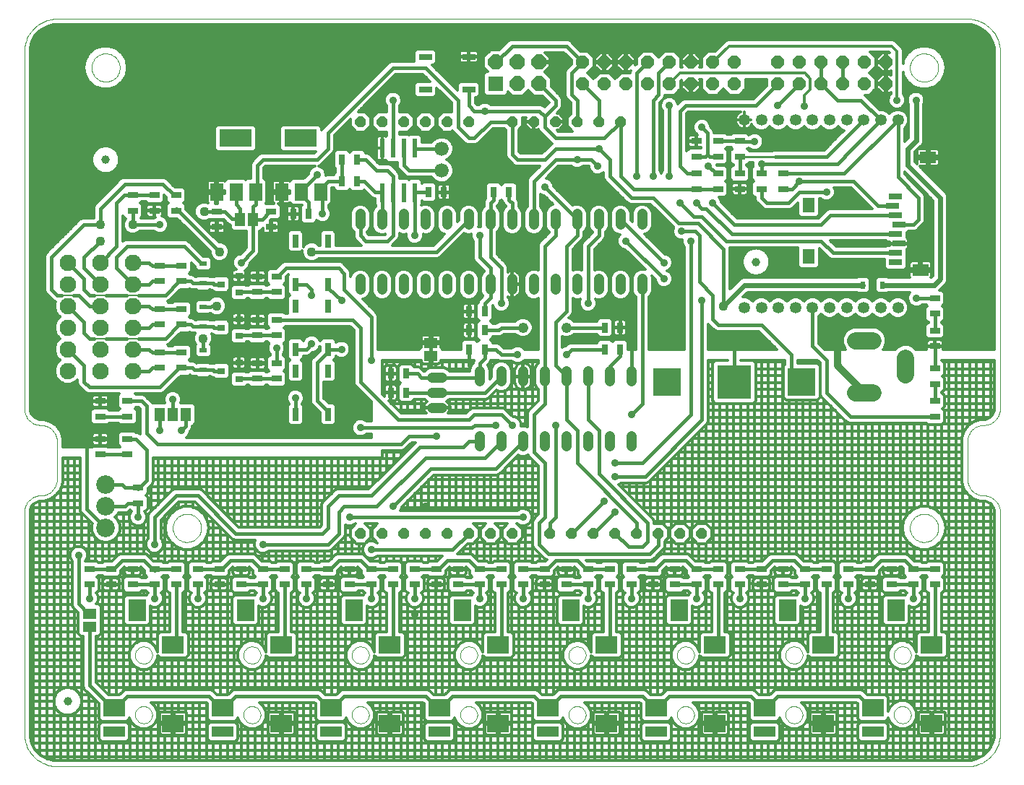
<source format=gtl>
G75*
G70*
%OFA0B0*%
%FSLAX24Y24*%
%IPPOS*%
%LPD*%
%AMOC8*
5,1,8,0,0,1.08239X$1,22.5*
%
%ADD10C,0.0000*%
%ADD11C,0.0480*%
%ADD12R,0.0700X0.0700*%
%ADD13OC8,0.0700*%
%ADD14C,0.0760*%
%ADD15C,0.0860*%
%ADD16OC8,0.0600*%
%ADD17OC8,0.0500*%
%ADD18R,0.0748X0.0551*%
%ADD19R,0.0551X0.0709*%
%ADD20R,0.0591X0.0276*%
%ADD21R,0.0600X0.0300*%
%ADD22R,0.0472X0.0315*%
%ADD23R,0.0630X0.0460*%
%ADD24R,0.0315X0.0472*%
%ADD25C,0.0460*%
%ADD26R,0.0354X0.0315*%
%ADD27R,0.0327X0.0248*%
%ADD28R,0.0460X0.0630*%
%ADD29C,0.0480*%
%ADD30R,0.0984X0.0787*%
%ADD31R,0.0787X0.0984*%
%ADD32R,0.0984X0.0472*%
%ADD33C,0.0787*%
%ADD34R,0.0590X0.0790*%
%ADD35R,0.1500X0.0790*%
%ADD36C,0.0530*%
%ADD37R,0.0240X0.0870*%
%ADD38R,0.1560X0.1560*%
%ADD39R,0.1250X0.1250*%
%ADD40C,0.0660*%
%ADD41C,0.0394*%
%ADD42R,0.0300X0.0600*%
%ADD43R,0.0248X0.0327*%
%ADD44C,0.0120*%
%ADD45C,0.0160*%
%ADD46C,0.0357*%
%ADD47C,0.0436*%
%ADD48C,0.0240*%
%ADD49C,0.0080*%
%ADD50C,0.0100*%
%ADD51C,0.0320*%
D10*
X002170Y000410D02*
X044170Y000410D01*
X044246Y000412D01*
X044322Y000418D01*
X044397Y000427D01*
X044472Y000441D01*
X044546Y000458D01*
X044619Y000479D01*
X044691Y000503D01*
X044762Y000532D01*
X044831Y000563D01*
X044898Y000598D01*
X044963Y000637D01*
X045027Y000679D01*
X045088Y000724D01*
X045147Y000772D01*
X045203Y000823D01*
X045257Y000877D01*
X045308Y000933D01*
X045356Y000992D01*
X045401Y001053D01*
X045443Y001117D01*
X045482Y001182D01*
X045517Y001249D01*
X045548Y001318D01*
X045577Y001389D01*
X045601Y001461D01*
X045622Y001534D01*
X045639Y001608D01*
X045653Y001683D01*
X045662Y001758D01*
X045668Y001834D01*
X045670Y001910D01*
X045670Y012160D01*
X045668Y012214D01*
X045662Y012267D01*
X045653Y012319D01*
X045640Y012371D01*
X045623Y012422D01*
X045602Y012472D01*
X045578Y012519D01*
X045551Y012565D01*
X045520Y012609D01*
X045487Y012651D01*
X045450Y012690D01*
X045411Y012727D01*
X045369Y012760D01*
X045325Y012791D01*
X045279Y012818D01*
X045232Y012842D01*
X045182Y012863D01*
X045131Y012880D01*
X045079Y012893D01*
X045027Y012902D01*
X044974Y012908D01*
X044920Y012910D01*
X044866Y012912D01*
X044813Y012918D01*
X044761Y012927D01*
X044709Y012940D01*
X044658Y012957D01*
X044608Y012978D01*
X044561Y013002D01*
X044515Y013029D01*
X044471Y013060D01*
X044429Y013093D01*
X044390Y013130D01*
X044353Y013169D01*
X044320Y013211D01*
X044289Y013255D01*
X044262Y013301D01*
X044238Y013348D01*
X044217Y013398D01*
X044200Y013449D01*
X044187Y013501D01*
X044178Y013553D01*
X044172Y013606D01*
X044170Y013660D01*
X044170Y015410D01*
X044172Y015464D01*
X044178Y015517D01*
X044187Y015569D01*
X044200Y015621D01*
X044217Y015672D01*
X044238Y015722D01*
X044262Y015769D01*
X044289Y015815D01*
X044320Y015859D01*
X044353Y015901D01*
X044390Y015940D01*
X044429Y015977D01*
X044471Y016010D01*
X044515Y016041D01*
X044561Y016068D01*
X044608Y016092D01*
X044658Y016113D01*
X044709Y016130D01*
X044761Y016143D01*
X044813Y016152D01*
X044866Y016158D01*
X044920Y016160D01*
X044974Y016162D01*
X045027Y016168D01*
X045079Y016177D01*
X045131Y016190D01*
X045182Y016207D01*
X045232Y016228D01*
X045279Y016252D01*
X045325Y016279D01*
X045369Y016310D01*
X045411Y016343D01*
X045450Y016380D01*
X045487Y016419D01*
X045520Y016461D01*
X045551Y016505D01*
X045578Y016551D01*
X045602Y016598D01*
X045623Y016648D01*
X045640Y016699D01*
X045653Y016751D01*
X045662Y016803D01*
X045668Y016856D01*
X045670Y016910D01*
X045670Y033410D01*
X045668Y033486D01*
X045662Y033562D01*
X045653Y033637D01*
X045639Y033712D01*
X045622Y033786D01*
X045601Y033859D01*
X045577Y033931D01*
X045548Y034002D01*
X045517Y034071D01*
X045482Y034138D01*
X045443Y034203D01*
X045401Y034267D01*
X045356Y034328D01*
X045308Y034387D01*
X045257Y034443D01*
X045203Y034497D01*
X045147Y034548D01*
X045088Y034596D01*
X045027Y034641D01*
X044963Y034683D01*
X044898Y034722D01*
X044831Y034757D01*
X044762Y034788D01*
X044691Y034817D01*
X044619Y034841D01*
X044546Y034862D01*
X044472Y034879D01*
X044397Y034893D01*
X044322Y034902D01*
X044246Y034908D01*
X044170Y034910D01*
X002170Y034910D01*
X002094Y034908D01*
X002018Y034902D01*
X001943Y034893D01*
X001868Y034879D01*
X001794Y034862D01*
X001721Y034841D01*
X001649Y034817D01*
X001578Y034788D01*
X001509Y034757D01*
X001442Y034722D01*
X001377Y034683D01*
X001313Y034641D01*
X001252Y034596D01*
X001193Y034548D01*
X001137Y034497D01*
X001083Y034443D01*
X001032Y034387D01*
X000984Y034328D01*
X000939Y034267D01*
X000897Y034203D01*
X000858Y034138D01*
X000823Y034071D01*
X000792Y034002D01*
X000763Y033931D01*
X000739Y033859D01*
X000718Y033786D01*
X000701Y033712D01*
X000687Y033637D01*
X000678Y033562D01*
X000672Y033486D01*
X000670Y033410D01*
X000670Y016910D01*
X000672Y016856D01*
X000678Y016803D01*
X000687Y016751D01*
X000700Y016699D01*
X000717Y016648D01*
X000738Y016598D01*
X000762Y016551D01*
X000789Y016505D01*
X000820Y016461D01*
X000853Y016419D01*
X000890Y016380D01*
X000929Y016343D01*
X000971Y016310D01*
X001015Y016279D01*
X001061Y016252D01*
X001108Y016228D01*
X001158Y016207D01*
X001209Y016190D01*
X001261Y016177D01*
X001313Y016168D01*
X001366Y016162D01*
X001420Y016160D01*
X001474Y016158D01*
X001527Y016152D01*
X001579Y016143D01*
X001631Y016130D01*
X001682Y016113D01*
X001732Y016092D01*
X001779Y016068D01*
X001825Y016041D01*
X001869Y016010D01*
X001911Y015977D01*
X001950Y015940D01*
X001987Y015901D01*
X002020Y015859D01*
X002051Y015815D01*
X002078Y015769D01*
X002102Y015722D01*
X002123Y015672D01*
X002140Y015621D01*
X002153Y015569D01*
X002162Y015517D01*
X002168Y015464D01*
X002170Y015410D01*
X002170Y013660D01*
X002168Y013606D01*
X002162Y013553D01*
X002153Y013501D01*
X002140Y013449D01*
X002123Y013398D01*
X002102Y013348D01*
X002078Y013301D01*
X002051Y013255D01*
X002020Y013211D01*
X001987Y013169D01*
X001950Y013130D01*
X001911Y013093D01*
X001869Y013060D01*
X001825Y013029D01*
X001779Y013002D01*
X001732Y012978D01*
X001682Y012957D01*
X001631Y012940D01*
X001579Y012927D01*
X001527Y012918D01*
X001474Y012912D01*
X001420Y012910D01*
X001366Y012908D01*
X001313Y012902D01*
X001261Y012893D01*
X001209Y012880D01*
X001158Y012863D01*
X001108Y012842D01*
X001061Y012818D01*
X001015Y012791D01*
X000971Y012760D01*
X000929Y012727D01*
X000890Y012690D01*
X000853Y012651D01*
X000820Y012609D01*
X000789Y012565D01*
X000762Y012519D01*
X000738Y012472D01*
X000717Y012422D01*
X000700Y012371D01*
X000687Y012319D01*
X000678Y012267D01*
X000672Y012214D01*
X000670Y012160D01*
X000670Y001910D01*
X000672Y001834D01*
X000678Y001758D01*
X000687Y001683D01*
X000701Y001608D01*
X000718Y001534D01*
X000739Y001461D01*
X000763Y001389D01*
X000792Y001318D01*
X000823Y001249D01*
X000858Y001182D01*
X000897Y001117D01*
X000939Y001053D01*
X000984Y000992D01*
X001032Y000933D01*
X001083Y000877D01*
X001137Y000823D01*
X001193Y000772D01*
X001252Y000724D01*
X001313Y000679D01*
X001377Y000637D01*
X001442Y000598D01*
X001509Y000563D01*
X001578Y000532D01*
X001649Y000503D01*
X001721Y000479D01*
X001794Y000458D01*
X001868Y000441D01*
X001943Y000427D01*
X002018Y000418D01*
X002094Y000412D01*
X002170Y000410D01*
X002094Y000412D01*
X002018Y000418D01*
X001943Y000427D01*
X001868Y000441D01*
X001794Y000458D01*
X001721Y000479D01*
X001649Y000503D01*
X001578Y000532D01*
X001509Y000563D01*
X001442Y000598D01*
X001377Y000637D01*
X001313Y000679D01*
X001252Y000724D01*
X001193Y000772D01*
X001137Y000823D01*
X001083Y000877D01*
X001032Y000933D01*
X000984Y000992D01*
X000939Y001053D01*
X000897Y001117D01*
X000858Y001182D01*
X000823Y001249D01*
X000792Y001318D01*
X000763Y001389D01*
X000739Y001461D01*
X000718Y001534D01*
X000701Y001608D01*
X000687Y001683D01*
X000678Y001758D01*
X000672Y001834D01*
X000670Y001910D01*
X005776Y002788D02*
X005778Y002827D01*
X005784Y002866D01*
X005794Y002904D01*
X005807Y002941D01*
X005824Y002976D01*
X005844Y003010D01*
X005868Y003041D01*
X005895Y003070D01*
X005924Y003096D01*
X005956Y003119D01*
X005990Y003139D01*
X006026Y003155D01*
X006063Y003167D01*
X006102Y003176D01*
X006141Y003181D01*
X006180Y003182D01*
X006219Y003179D01*
X006258Y003172D01*
X006295Y003161D01*
X006332Y003147D01*
X006367Y003129D01*
X006400Y003108D01*
X006431Y003083D01*
X006459Y003056D01*
X006484Y003026D01*
X006506Y002993D01*
X006525Y002959D01*
X006540Y002923D01*
X006552Y002885D01*
X006560Y002847D01*
X006564Y002808D01*
X006564Y002768D01*
X006560Y002729D01*
X006552Y002691D01*
X006540Y002653D01*
X006525Y002617D01*
X006506Y002583D01*
X006484Y002550D01*
X006459Y002520D01*
X006431Y002493D01*
X006400Y002468D01*
X006367Y002447D01*
X006332Y002429D01*
X006295Y002415D01*
X006258Y002404D01*
X006219Y002397D01*
X006180Y002394D01*
X006141Y002395D01*
X006102Y002400D01*
X006063Y002409D01*
X006026Y002421D01*
X005990Y002437D01*
X005956Y002457D01*
X005924Y002480D01*
X005895Y002506D01*
X005868Y002535D01*
X005844Y002566D01*
X005824Y002600D01*
X005807Y002635D01*
X005794Y002672D01*
X005784Y002710D01*
X005778Y002749D01*
X005776Y002788D01*
X005776Y005544D02*
X005778Y005583D01*
X005784Y005622D01*
X005794Y005660D01*
X005807Y005697D01*
X005824Y005732D01*
X005844Y005766D01*
X005868Y005797D01*
X005895Y005826D01*
X005924Y005852D01*
X005956Y005875D01*
X005990Y005895D01*
X006026Y005911D01*
X006063Y005923D01*
X006102Y005932D01*
X006141Y005937D01*
X006180Y005938D01*
X006219Y005935D01*
X006258Y005928D01*
X006295Y005917D01*
X006332Y005903D01*
X006367Y005885D01*
X006400Y005864D01*
X006431Y005839D01*
X006459Y005812D01*
X006484Y005782D01*
X006506Y005749D01*
X006525Y005715D01*
X006540Y005679D01*
X006552Y005641D01*
X006560Y005603D01*
X006564Y005564D01*
X006564Y005524D01*
X006560Y005485D01*
X006552Y005447D01*
X006540Y005409D01*
X006525Y005373D01*
X006506Y005339D01*
X006484Y005306D01*
X006459Y005276D01*
X006431Y005249D01*
X006400Y005224D01*
X006367Y005203D01*
X006332Y005185D01*
X006295Y005171D01*
X006258Y005160D01*
X006219Y005153D01*
X006180Y005150D01*
X006141Y005151D01*
X006102Y005156D01*
X006063Y005165D01*
X006026Y005177D01*
X005990Y005193D01*
X005956Y005213D01*
X005924Y005236D01*
X005895Y005262D01*
X005868Y005291D01*
X005844Y005322D01*
X005824Y005356D01*
X005807Y005391D01*
X005794Y005428D01*
X005784Y005466D01*
X005778Y005505D01*
X005776Y005544D01*
X010776Y005544D02*
X010778Y005583D01*
X010784Y005622D01*
X010794Y005660D01*
X010807Y005697D01*
X010824Y005732D01*
X010844Y005766D01*
X010868Y005797D01*
X010895Y005826D01*
X010924Y005852D01*
X010956Y005875D01*
X010990Y005895D01*
X011026Y005911D01*
X011063Y005923D01*
X011102Y005932D01*
X011141Y005937D01*
X011180Y005938D01*
X011219Y005935D01*
X011258Y005928D01*
X011295Y005917D01*
X011332Y005903D01*
X011367Y005885D01*
X011400Y005864D01*
X011431Y005839D01*
X011459Y005812D01*
X011484Y005782D01*
X011506Y005749D01*
X011525Y005715D01*
X011540Y005679D01*
X011552Y005641D01*
X011560Y005603D01*
X011564Y005564D01*
X011564Y005524D01*
X011560Y005485D01*
X011552Y005447D01*
X011540Y005409D01*
X011525Y005373D01*
X011506Y005339D01*
X011484Y005306D01*
X011459Y005276D01*
X011431Y005249D01*
X011400Y005224D01*
X011367Y005203D01*
X011332Y005185D01*
X011295Y005171D01*
X011258Y005160D01*
X011219Y005153D01*
X011180Y005150D01*
X011141Y005151D01*
X011102Y005156D01*
X011063Y005165D01*
X011026Y005177D01*
X010990Y005193D01*
X010956Y005213D01*
X010924Y005236D01*
X010895Y005262D01*
X010868Y005291D01*
X010844Y005322D01*
X010824Y005356D01*
X010807Y005391D01*
X010794Y005428D01*
X010784Y005466D01*
X010778Y005505D01*
X010776Y005544D01*
X010776Y002788D02*
X010778Y002827D01*
X010784Y002866D01*
X010794Y002904D01*
X010807Y002941D01*
X010824Y002976D01*
X010844Y003010D01*
X010868Y003041D01*
X010895Y003070D01*
X010924Y003096D01*
X010956Y003119D01*
X010990Y003139D01*
X011026Y003155D01*
X011063Y003167D01*
X011102Y003176D01*
X011141Y003181D01*
X011180Y003182D01*
X011219Y003179D01*
X011258Y003172D01*
X011295Y003161D01*
X011332Y003147D01*
X011367Y003129D01*
X011400Y003108D01*
X011431Y003083D01*
X011459Y003056D01*
X011484Y003026D01*
X011506Y002993D01*
X011525Y002959D01*
X011540Y002923D01*
X011552Y002885D01*
X011560Y002847D01*
X011564Y002808D01*
X011564Y002768D01*
X011560Y002729D01*
X011552Y002691D01*
X011540Y002653D01*
X011525Y002617D01*
X011506Y002583D01*
X011484Y002550D01*
X011459Y002520D01*
X011431Y002493D01*
X011400Y002468D01*
X011367Y002447D01*
X011332Y002429D01*
X011295Y002415D01*
X011258Y002404D01*
X011219Y002397D01*
X011180Y002394D01*
X011141Y002395D01*
X011102Y002400D01*
X011063Y002409D01*
X011026Y002421D01*
X010990Y002437D01*
X010956Y002457D01*
X010924Y002480D01*
X010895Y002506D01*
X010868Y002535D01*
X010844Y002566D01*
X010824Y002600D01*
X010807Y002635D01*
X010794Y002672D01*
X010784Y002710D01*
X010778Y002749D01*
X010776Y002788D01*
X015776Y002788D02*
X015778Y002827D01*
X015784Y002866D01*
X015794Y002904D01*
X015807Y002941D01*
X015824Y002976D01*
X015844Y003010D01*
X015868Y003041D01*
X015895Y003070D01*
X015924Y003096D01*
X015956Y003119D01*
X015990Y003139D01*
X016026Y003155D01*
X016063Y003167D01*
X016102Y003176D01*
X016141Y003181D01*
X016180Y003182D01*
X016219Y003179D01*
X016258Y003172D01*
X016295Y003161D01*
X016332Y003147D01*
X016367Y003129D01*
X016400Y003108D01*
X016431Y003083D01*
X016459Y003056D01*
X016484Y003026D01*
X016506Y002993D01*
X016525Y002959D01*
X016540Y002923D01*
X016552Y002885D01*
X016560Y002847D01*
X016564Y002808D01*
X016564Y002768D01*
X016560Y002729D01*
X016552Y002691D01*
X016540Y002653D01*
X016525Y002617D01*
X016506Y002583D01*
X016484Y002550D01*
X016459Y002520D01*
X016431Y002493D01*
X016400Y002468D01*
X016367Y002447D01*
X016332Y002429D01*
X016295Y002415D01*
X016258Y002404D01*
X016219Y002397D01*
X016180Y002394D01*
X016141Y002395D01*
X016102Y002400D01*
X016063Y002409D01*
X016026Y002421D01*
X015990Y002437D01*
X015956Y002457D01*
X015924Y002480D01*
X015895Y002506D01*
X015868Y002535D01*
X015844Y002566D01*
X015824Y002600D01*
X015807Y002635D01*
X015794Y002672D01*
X015784Y002710D01*
X015778Y002749D01*
X015776Y002788D01*
X015776Y005544D02*
X015778Y005583D01*
X015784Y005622D01*
X015794Y005660D01*
X015807Y005697D01*
X015824Y005732D01*
X015844Y005766D01*
X015868Y005797D01*
X015895Y005826D01*
X015924Y005852D01*
X015956Y005875D01*
X015990Y005895D01*
X016026Y005911D01*
X016063Y005923D01*
X016102Y005932D01*
X016141Y005937D01*
X016180Y005938D01*
X016219Y005935D01*
X016258Y005928D01*
X016295Y005917D01*
X016332Y005903D01*
X016367Y005885D01*
X016400Y005864D01*
X016431Y005839D01*
X016459Y005812D01*
X016484Y005782D01*
X016506Y005749D01*
X016525Y005715D01*
X016540Y005679D01*
X016552Y005641D01*
X016560Y005603D01*
X016564Y005564D01*
X016564Y005524D01*
X016560Y005485D01*
X016552Y005447D01*
X016540Y005409D01*
X016525Y005373D01*
X016506Y005339D01*
X016484Y005306D01*
X016459Y005276D01*
X016431Y005249D01*
X016400Y005224D01*
X016367Y005203D01*
X016332Y005185D01*
X016295Y005171D01*
X016258Y005160D01*
X016219Y005153D01*
X016180Y005150D01*
X016141Y005151D01*
X016102Y005156D01*
X016063Y005165D01*
X016026Y005177D01*
X015990Y005193D01*
X015956Y005213D01*
X015924Y005236D01*
X015895Y005262D01*
X015868Y005291D01*
X015844Y005322D01*
X015824Y005356D01*
X015807Y005391D01*
X015794Y005428D01*
X015784Y005466D01*
X015778Y005505D01*
X015776Y005544D01*
X020776Y005544D02*
X020778Y005583D01*
X020784Y005622D01*
X020794Y005660D01*
X020807Y005697D01*
X020824Y005732D01*
X020844Y005766D01*
X020868Y005797D01*
X020895Y005826D01*
X020924Y005852D01*
X020956Y005875D01*
X020990Y005895D01*
X021026Y005911D01*
X021063Y005923D01*
X021102Y005932D01*
X021141Y005937D01*
X021180Y005938D01*
X021219Y005935D01*
X021258Y005928D01*
X021295Y005917D01*
X021332Y005903D01*
X021367Y005885D01*
X021400Y005864D01*
X021431Y005839D01*
X021459Y005812D01*
X021484Y005782D01*
X021506Y005749D01*
X021525Y005715D01*
X021540Y005679D01*
X021552Y005641D01*
X021560Y005603D01*
X021564Y005564D01*
X021564Y005524D01*
X021560Y005485D01*
X021552Y005447D01*
X021540Y005409D01*
X021525Y005373D01*
X021506Y005339D01*
X021484Y005306D01*
X021459Y005276D01*
X021431Y005249D01*
X021400Y005224D01*
X021367Y005203D01*
X021332Y005185D01*
X021295Y005171D01*
X021258Y005160D01*
X021219Y005153D01*
X021180Y005150D01*
X021141Y005151D01*
X021102Y005156D01*
X021063Y005165D01*
X021026Y005177D01*
X020990Y005193D01*
X020956Y005213D01*
X020924Y005236D01*
X020895Y005262D01*
X020868Y005291D01*
X020844Y005322D01*
X020824Y005356D01*
X020807Y005391D01*
X020794Y005428D01*
X020784Y005466D01*
X020778Y005505D01*
X020776Y005544D01*
X020776Y002788D02*
X020778Y002827D01*
X020784Y002866D01*
X020794Y002904D01*
X020807Y002941D01*
X020824Y002976D01*
X020844Y003010D01*
X020868Y003041D01*
X020895Y003070D01*
X020924Y003096D01*
X020956Y003119D01*
X020990Y003139D01*
X021026Y003155D01*
X021063Y003167D01*
X021102Y003176D01*
X021141Y003181D01*
X021180Y003182D01*
X021219Y003179D01*
X021258Y003172D01*
X021295Y003161D01*
X021332Y003147D01*
X021367Y003129D01*
X021400Y003108D01*
X021431Y003083D01*
X021459Y003056D01*
X021484Y003026D01*
X021506Y002993D01*
X021525Y002959D01*
X021540Y002923D01*
X021552Y002885D01*
X021560Y002847D01*
X021564Y002808D01*
X021564Y002768D01*
X021560Y002729D01*
X021552Y002691D01*
X021540Y002653D01*
X021525Y002617D01*
X021506Y002583D01*
X021484Y002550D01*
X021459Y002520D01*
X021431Y002493D01*
X021400Y002468D01*
X021367Y002447D01*
X021332Y002429D01*
X021295Y002415D01*
X021258Y002404D01*
X021219Y002397D01*
X021180Y002394D01*
X021141Y002395D01*
X021102Y002400D01*
X021063Y002409D01*
X021026Y002421D01*
X020990Y002437D01*
X020956Y002457D01*
X020924Y002480D01*
X020895Y002506D01*
X020868Y002535D01*
X020844Y002566D01*
X020824Y002600D01*
X020807Y002635D01*
X020794Y002672D01*
X020784Y002710D01*
X020778Y002749D01*
X020776Y002788D01*
X025776Y002788D02*
X025778Y002827D01*
X025784Y002866D01*
X025794Y002904D01*
X025807Y002941D01*
X025824Y002976D01*
X025844Y003010D01*
X025868Y003041D01*
X025895Y003070D01*
X025924Y003096D01*
X025956Y003119D01*
X025990Y003139D01*
X026026Y003155D01*
X026063Y003167D01*
X026102Y003176D01*
X026141Y003181D01*
X026180Y003182D01*
X026219Y003179D01*
X026258Y003172D01*
X026295Y003161D01*
X026332Y003147D01*
X026367Y003129D01*
X026400Y003108D01*
X026431Y003083D01*
X026459Y003056D01*
X026484Y003026D01*
X026506Y002993D01*
X026525Y002959D01*
X026540Y002923D01*
X026552Y002885D01*
X026560Y002847D01*
X026564Y002808D01*
X026564Y002768D01*
X026560Y002729D01*
X026552Y002691D01*
X026540Y002653D01*
X026525Y002617D01*
X026506Y002583D01*
X026484Y002550D01*
X026459Y002520D01*
X026431Y002493D01*
X026400Y002468D01*
X026367Y002447D01*
X026332Y002429D01*
X026295Y002415D01*
X026258Y002404D01*
X026219Y002397D01*
X026180Y002394D01*
X026141Y002395D01*
X026102Y002400D01*
X026063Y002409D01*
X026026Y002421D01*
X025990Y002437D01*
X025956Y002457D01*
X025924Y002480D01*
X025895Y002506D01*
X025868Y002535D01*
X025844Y002566D01*
X025824Y002600D01*
X025807Y002635D01*
X025794Y002672D01*
X025784Y002710D01*
X025778Y002749D01*
X025776Y002788D01*
X025776Y005544D02*
X025778Y005583D01*
X025784Y005622D01*
X025794Y005660D01*
X025807Y005697D01*
X025824Y005732D01*
X025844Y005766D01*
X025868Y005797D01*
X025895Y005826D01*
X025924Y005852D01*
X025956Y005875D01*
X025990Y005895D01*
X026026Y005911D01*
X026063Y005923D01*
X026102Y005932D01*
X026141Y005937D01*
X026180Y005938D01*
X026219Y005935D01*
X026258Y005928D01*
X026295Y005917D01*
X026332Y005903D01*
X026367Y005885D01*
X026400Y005864D01*
X026431Y005839D01*
X026459Y005812D01*
X026484Y005782D01*
X026506Y005749D01*
X026525Y005715D01*
X026540Y005679D01*
X026552Y005641D01*
X026560Y005603D01*
X026564Y005564D01*
X026564Y005524D01*
X026560Y005485D01*
X026552Y005447D01*
X026540Y005409D01*
X026525Y005373D01*
X026506Y005339D01*
X026484Y005306D01*
X026459Y005276D01*
X026431Y005249D01*
X026400Y005224D01*
X026367Y005203D01*
X026332Y005185D01*
X026295Y005171D01*
X026258Y005160D01*
X026219Y005153D01*
X026180Y005150D01*
X026141Y005151D01*
X026102Y005156D01*
X026063Y005165D01*
X026026Y005177D01*
X025990Y005193D01*
X025956Y005213D01*
X025924Y005236D01*
X025895Y005262D01*
X025868Y005291D01*
X025844Y005322D01*
X025824Y005356D01*
X025807Y005391D01*
X025794Y005428D01*
X025784Y005466D01*
X025778Y005505D01*
X025776Y005544D01*
X030776Y005544D02*
X030778Y005583D01*
X030784Y005622D01*
X030794Y005660D01*
X030807Y005697D01*
X030824Y005732D01*
X030844Y005766D01*
X030868Y005797D01*
X030895Y005826D01*
X030924Y005852D01*
X030956Y005875D01*
X030990Y005895D01*
X031026Y005911D01*
X031063Y005923D01*
X031102Y005932D01*
X031141Y005937D01*
X031180Y005938D01*
X031219Y005935D01*
X031258Y005928D01*
X031295Y005917D01*
X031332Y005903D01*
X031367Y005885D01*
X031400Y005864D01*
X031431Y005839D01*
X031459Y005812D01*
X031484Y005782D01*
X031506Y005749D01*
X031525Y005715D01*
X031540Y005679D01*
X031552Y005641D01*
X031560Y005603D01*
X031564Y005564D01*
X031564Y005524D01*
X031560Y005485D01*
X031552Y005447D01*
X031540Y005409D01*
X031525Y005373D01*
X031506Y005339D01*
X031484Y005306D01*
X031459Y005276D01*
X031431Y005249D01*
X031400Y005224D01*
X031367Y005203D01*
X031332Y005185D01*
X031295Y005171D01*
X031258Y005160D01*
X031219Y005153D01*
X031180Y005150D01*
X031141Y005151D01*
X031102Y005156D01*
X031063Y005165D01*
X031026Y005177D01*
X030990Y005193D01*
X030956Y005213D01*
X030924Y005236D01*
X030895Y005262D01*
X030868Y005291D01*
X030844Y005322D01*
X030824Y005356D01*
X030807Y005391D01*
X030794Y005428D01*
X030784Y005466D01*
X030778Y005505D01*
X030776Y005544D01*
X030776Y002788D02*
X030778Y002827D01*
X030784Y002866D01*
X030794Y002904D01*
X030807Y002941D01*
X030824Y002976D01*
X030844Y003010D01*
X030868Y003041D01*
X030895Y003070D01*
X030924Y003096D01*
X030956Y003119D01*
X030990Y003139D01*
X031026Y003155D01*
X031063Y003167D01*
X031102Y003176D01*
X031141Y003181D01*
X031180Y003182D01*
X031219Y003179D01*
X031258Y003172D01*
X031295Y003161D01*
X031332Y003147D01*
X031367Y003129D01*
X031400Y003108D01*
X031431Y003083D01*
X031459Y003056D01*
X031484Y003026D01*
X031506Y002993D01*
X031525Y002959D01*
X031540Y002923D01*
X031552Y002885D01*
X031560Y002847D01*
X031564Y002808D01*
X031564Y002768D01*
X031560Y002729D01*
X031552Y002691D01*
X031540Y002653D01*
X031525Y002617D01*
X031506Y002583D01*
X031484Y002550D01*
X031459Y002520D01*
X031431Y002493D01*
X031400Y002468D01*
X031367Y002447D01*
X031332Y002429D01*
X031295Y002415D01*
X031258Y002404D01*
X031219Y002397D01*
X031180Y002394D01*
X031141Y002395D01*
X031102Y002400D01*
X031063Y002409D01*
X031026Y002421D01*
X030990Y002437D01*
X030956Y002457D01*
X030924Y002480D01*
X030895Y002506D01*
X030868Y002535D01*
X030844Y002566D01*
X030824Y002600D01*
X030807Y002635D01*
X030794Y002672D01*
X030784Y002710D01*
X030778Y002749D01*
X030776Y002788D01*
X035776Y002788D02*
X035778Y002827D01*
X035784Y002866D01*
X035794Y002904D01*
X035807Y002941D01*
X035824Y002976D01*
X035844Y003010D01*
X035868Y003041D01*
X035895Y003070D01*
X035924Y003096D01*
X035956Y003119D01*
X035990Y003139D01*
X036026Y003155D01*
X036063Y003167D01*
X036102Y003176D01*
X036141Y003181D01*
X036180Y003182D01*
X036219Y003179D01*
X036258Y003172D01*
X036295Y003161D01*
X036332Y003147D01*
X036367Y003129D01*
X036400Y003108D01*
X036431Y003083D01*
X036459Y003056D01*
X036484Y003026D01*
X036506Y002993D01*
X036525Y002959D01*
X036540Y002923D01*
X036552Y002885D01*
X036560Y002847D01*
X036564Y002808D01*
X036564Y002768D01*
X036560Y002729D01*
X036552Y002691D01*
X036540Y002653D01*
X036525Y002617D01*
X036506Y002583D01*
X036484Y002550D01*
X036459Y002520D01*
X036431Y002493D01*
X036400Y002468D01*
X036367Y002447D01*
X036332Y002429D01*
X036295Y002415D01*
X036258Y002404D01*
X036219Y002397D01*
X036180Y002394D01*
X036141Y002395D01*
X036102Y002400D01*
X036063Y002409D01*
X036026Y002421D01*
X035990Y002437D01*
X035956Y002457D01*
X035924Y002480D01*
X035895Y002506D01*
X035868Y002535D01*
X035844Y002566D01*
X035824Y002600D01*
X035807Y002635D01*
X035794Y002672D01*
X035784Y002710D01*
X035778Y002749D01*
X035776Y002788D01*
X035776Y005544D02*
X035778Y005583D01*
X035784Y005622D01*
X035794Y005660D01*
X035807Y005697D01*
X035824Y005732D01*
X035844Y005766D01*
X035868Y005797D01*
X035895Y005826D01*
X035924Y005852D01*
X035956Y005875D01*
X035990Y005895D01*
X036026Y005911D01*
X036063Y005923D01*
X036102Y005932D01*
X036141Y005937D01*
X036180Y005938D01*
X036219Y005935D01*
X036258Y005928D01*
X036295Y005917D01*
X036332Y005903D01*
X036367Y005885D01*
X036400Y005864D01*
X036431Y005839D01*
X036459Y005812D01*
X036484Y005782D01*
X036506Y005749D01*
X036525Y005715D01*
X036540Y005679D01*
X036552Y005641D01*
X036560Y005603D01*
X036564Y005564D01*
X036564Y005524D01*
X036560Y005485D01*
X036552Y005447D01*
X036540Y005409D01*
X036525Y005373D01*
X036506Y005339D01*
X036484Y005306D01*
X036459Y005276D01*
X036431Y005249D01*
X036400Y005224D01*
X036367Y005203D01*
X036332Y005185D01*
X036295Y005171D01*
X036258Y005160D01*
X036219Y005153D01*
X036180Y005150D01*
X036141Y005151D01*
X036102Y005156D01*
X036063Y005165D01*
X036026Y005177D01*
X035990Y005193D01*
X035956Y005213D01*
X035924Y005236D01*
X035895Y005262D01*
X035868Y005291D01*
X035844Y005322D01*
X035824Y005356D01*
X035807Y005391D01*
X035794Y005428D01*
X035784Y005466D01*
X035778Y005505D01*
X035776Y005544D01*
X040776Y005544D02*
X040778Y005583D01*
X040784Y005622D01*
X040794Y005660D01*
X040807Y005697D01*
X040824Y005732D01*
X040844Y005766D01*
X040868Y005797D01*
X040895Y005826D01*
X040924Y005852D01*
X040956Y005875D01*
X040990Y005895D01*
X041026Y005911D01*
X041063Y005923D01*
X041102Y005932D01*
X041141Y005937D01*
X041180Y005938D01*
X041219Y005935D01*
X041258Y005928D01*
X041295Y005917D01*
X041332Y005903D01*
X041367Y005885D01*
X041400Y005864D01*
X041431Y005839D01*
X041459Y005812D01*
X041484Y005782D01*
X041506Y005749D01*
X041525Y005715D01*
X041540Y005679D01*
X041552Y005641D01*
X041560Y005603D01*
X041564Y005564D01*
X041564Y005524D01*
X041560Y005485D01*
X041552Y005447D01*
X041540Y005409D01*
X041525Y005373D01*
X041506Y005339D01*
X041484Y005306D01*
X041459Y005276D01*
X041431Y005249D01*
X041400Y005224D01*
X041367Y005203D01*
X041332Y005185D01*
X041295Y005171D01*
X041258Y005160D01*
X041219Y005153D01*
X041180Y005150D01*
X041141Y005151D01*
X041102Y005156D01*
X041063Y005165D01*
X041026Y005177D01*
X040990Y005193D01*
X040956Y005213D01*
X040924Y005236D01*
X040895Y005262D01*
X040868Y005291D01*
X040844Y005322D01*
X040824Y005356D01*
X040807Y005391D01*
X040794Y005428D01*
X040784Y005466D01*
X040778Y005505D01*
X040776Y005544D01*
X040776Y002788D02*
X040778Y002827D01*
X040784Y002866D01*
X040794Y002904D01*
X040807Y002941D01*
X040824Y002976D01*
X040844Y003010D01*
X040868Y003041D01*
X040895Y003070D01*
X040924Y003096D01*
X040956Y003119D01*
X040990Y003139D01*
X041026Y003155D01*
X041063Y003167D01*
X041102Y003176D01*
X041141Y003181D01*
X041180Y003182D01*
X041219Y003179D01*
X041258Y003172D01*
X041295Y003161D01*
X041332Y003147D01*
X041367Y003129D01*
X041400Y003108D01*
X041431Y003083D01*
X041459Y003056D01*
X041484Y003026D01*
X041506Y002993D01*
X041525Y002959D01*
X041540Y002923D01*
X041552Y002885D01*
X041560Y002847D01*
X041564Y002808D01*
X041564Y002768D01*
X041560Y002729D01*
X041552Y002691D01*
X041540Y002653D01*
X041525Y002617D01*
X041506Y002583D01*
X041484Y002550D01*
X041459Y002520D01*
X041431Y002493D01*
X041400Y002468D01*
X041367Y002447D01*
X041332Y002429D01*
X041295Y002415D01*
X041258Y002404D01*
X041219Y002397D01*
X041180Y002394D01*
X041141Y002395D01*
X041102Y002400D01*
X041063Y002409D01*
X041026Y002421D01*
X040990Y002437D01*
X040956Y002457D01*
X040924Y002480D01*
X040895Y002506D01*
X040868Y002535D01*
X040844Y002566D01*
X040824Y002600D01*
X040807Y002635D01*
X040794Y002672D01*
X040784Y002710D01*
X040778Y002749D01*
X040776Y002788D01*
X041520Y011410D02*
X041522Y011460D01*
X041528Y011510D01*
X041538Y011560D01*
X041551Y011608D01*
X041568Y011656D01*
X041589Y011702D01*
X041613Y011746D01*
X041641Y011788D01*
X041672Y011828D01*
X041706Y011865D01*
X041743Y011900D01*
X041782Y011931D01*
X041823Y011960D01*
X041867Y011985D01*
X041913Y012007D01*
X041960Y012025D01*
X042008Y012039D01*
X042057Y012050D01*
X042107Y012057D01*
X042157Y012060D01*
X042208Y012059D01*
X042258Y012054D01*
X042308Y012045D01*
X042356Y012033D01*
X042404Y012016D01*
X042450Y011996D01*
X042495Y011973D01*
X042538Y011946D01*
X042578Y011916D01*
X042616Y011883D01*
X042651Y011847D01*
X042684Y011808D01*
X042713Y011767D01*
X042739Y011724D01*
X042762Y011679D01*
X042781Y011632D01*
X042796Y011584D01*
X042808Y011535D01*
X042816Y011485D01*
X042820Y011435D01*
X042820Y011385D01*
X042816Y011335D01*
X042808Y011285D01*
X042796Y011236D01*
X042781Y011188D01*
X042762Y011141D01*
X042739Y011096D01*
X042713Y011053D01*
X042684Y011012D01*
X042651Y010973D01*
X042616Y010937D01*
X042578Y010904D01*
X042538Y010874D01*
X042495Y010847D01*
X042450Y010824D01*
X042404Y010804D01*
X042356Y010787D01*
X042308Y010775D01*
X042258Y010766D01*
X042208Y010761D01*
X042157Y010760D01*
X042107Y010763D01*
X042057Y010770D01*
X042008Y010781D01*
X041960Y010795D01*
X041913Y010813D01*
X041867Y010835D01*
X041823Y010860D01*
X041782Y010889D01*
X041743Y010920D01*
X041706Y010955D01*
X041672Y010992D01*
X041641Y011032D01*
X041613Y011074D01*
X041589Y011118D01*
X041568Y011164D01*
X041551Y011212D01*
X041538Y011260D01*
X041528Y011310D01*
X041522Y011360D01*
X041520Y011410D01*
X041520Y032660D02*
X041522Y032710D01*
X041528Y032760D01*
X041538Y032810D01*
X041551Y032858D01*
X041568Y032906D01*
X041589Y032952D01*
X041613Y032996D01*
X041641Y033038D01*
X041672Y033078D01*
X041706Y033115D01*
X041743Y033150D01*
X041782Y033181D01*
X041823Y033210D01*
X041867Y033235D01*
X041913Y033257D01*
X041960Y033275D01*
X042008Y033289D01*
X042057Y033300D01*
X042107Y033307D01*
X042157Y033310D01*
X042208Y033309D01*
X042258Y033304D01*
X042308Y033295D01*
X042356Y033283D01*
X042404Y033266D01*
X042450Y033246D01*
X042495Y033223D01*
X042538Y033196D01*
X042578Y033166D01*
X042616Y033133D01*
X042651Y033097D01*
X042684Y033058D01*
X042713Y033017D01*
X042739Y032974D01*
X042762Y032929D01*
X042781Y032882D01*
X042796Y032834D01*
X042808Y032785D01*
X042816Y032735D01*
X042820Y032685D01*
X042820Y032635D01*
X042816Y032585D01*
X042808Y032535D01*
X042796Y032486D01*
X042781Y032438D01*
X042762Y032391D01*
X042739Y032346D01*
X042713Y032303D01*
X042684Y032262D01*
X042651Y032223D01*
X042616Y032187D01*
X042578Y032154D01*
X042538Y032124D01*
X042495Y032097D01*
X042450Y032074D01*
X042404Y032054D01*
X042356Y032037D01*
X042308Y032025D01*
X042258Y032016D01*
X042208Y032011D01*
X042157Y032010D01*
X042107Y032013D01*
X042057Y032020D01*
X042008Y032031D01*
X041960Y032045D01*
X041913Y032063D01*
X041867Y032085D01*
X041823Y032110D01*
X041782Y032139D01*
X041743Y032170D01*
X041706Y032205D01*
X041672Y032242D01*
X041641Y032282D01*
X041613Y032324D01*
X041589Y032368D01*
X041568Y032414D01*
X041551Y032462D01*
X041538Y032510D01*
X041528Y032560D01*
X041522Y032610D01*
X041520Y032660D01*
X007520Y011410D02*
X007522Y011460D01*
X007528Y011510D01*
X007538Y011560D01*
X007551Y011608D01*
X007568Y011656D01*
X007589Y011702D01*
X007613Y011746D01*
X007641Y011788D01*
X007672Y011828D01*
X007706Y011865D01*
X007743Y011900D01*
X007782Y011931D01*
X007823Y011960D01*
X007867Y011985D01*
X007913Y012007D01*
X007960Y012025D01*
X008008Y012039D01*
X008057Y012050D01*
X008107Y012057D01*
X008157Y012060D01*
X008208Y012059D01*
X008258Y012054D01*
X008308Y012045D01*
X008356Y012033D01*
X008404Y012016D01*
X008450Y011996D01*
X008495Y011973D01*
X008538Y011946D01*
X008578Y011916D01*
X008616Y011883D01*
X008651Y011847D01*
X008684Y011808D01*
X008713Y011767D01*
X008739Y011724D01*
X008762Y011679D01*
X008781Y011632D01*
X008796Y011584D01*
X008808Y011535D01*
X008816Y011485D01*
X008820Y011435D01*
X008820Y011385D01*
X008816Y011335D01*
X008808Y011285D01*
X008796Y011236D01*
X008781Y011188D01*
X008762Y011141D01*
X008739Y011096D01*
X008713Y011053D01*
X008684Y011012D01*
X008651Y010973D01*
X008616Y010937D01*
X008578Y010904D01*
X008538Y010874D01*
X008495Y010847D01*
X008450Y010824D01*
X008404Y010804D01*
X008356Y010787D01*
X008308Y010775D01*
X008258Y010766D01*
X008208Y010761D01*
X008157Y010760D01*
X008107Y010763D01*
X008057Y010770D01*
X008008Y010781D01*
X007960Y010795D01*
X007913Y010813D01*
X007867Y010835D01*
X007823Y010860D01*
X007782Y010889D01*
X007743Y010920D01*
X007706Y010955D01*
X007672Y010992D01*
X007641Y011032D01*
X007613Y011074D01*
X007589Y011118D01*
X007568Y011164D01*
X007551Y011212D01*
X007538Y011260D01*
X007528Y011310D01*
X007522Y011360D01*
X007520Y011410D01*
X003770Y032660D02*
X003772Y032710D01*
X003778Y032760D01*
X003788Y032810D01*
X003801Y032858D01*
X003818Y032906D01*
X003839Y032952D01*
X003863Y032996D01*
X003891Y033038D01*
X003922Y033078D01*
X003956Y033115D01*
X003993Y033150D01*
X004032Y033181D01*
X004073Y033210D01*
X004117Y033235D01*
X004163Y033257D01*
X004210Y033275D01*
X004258Y033289D01*
X004307Y033300D01*
X004357Y033307D01*
X004407Y033310D01*
X004458Y033309D01*
X004508Y033304D01*
X004558Y033295D01*
X004606Y033283D01*
X004654Y033266D01*
X004700Y033246D01*
X004745Y033223D01*
X004788Y033196D01*
X004828Y033166D01*
X004866Y033133D01*
X004901Y033097D01*
X004934Y033058D01*
X004963Y033017D01*
X004989Y032974D01*
X005012Y032929D01*
X005031Y032882D01*
X005046Y032834D01*
X005058Y032785D01*
X005066Y032735D01*
X005070Y032685D01*
X005070Y032635D01*
X005066Y032585D01*
X005058Y032535D01*
X005046Y032486D01*
X005031Y032438D01*
X005012Y032391D01*
X004989Y032346D01*
X004963Y032303D01*
X004934Y032262D01*
X004901Y032223D01*
X004866Y032187D01*
X004828Y032154D01*
X004788Y032124D01*
X004745Y032097D01*
X004700Y032074D01*
X004654Y032054D01*
X004606Y032037D01*
X004558Y032025D01*
X004508Y032016D01*
X004458Y032011D01*
X004407Y032010D01*
X004357Y032013D01*
X004307Y032020D01*
X004258Y032031D01*
X004210Y032045D01*
X004163Y032063D01*
X004117Y032085D01*
X004073Y032110D01*
X004032Y032139D01*
X003993Y032170D01*
X003956Y032205D01*
X003922Y032242D01*
X003891Y032282D01*
X003863Y032324D01*
X003839Y032368D01*
X003818Y032414D01*
X003801Y032462D01*
X003788Y032510D01*
X003778Y032560D01*
X003772Y032610D01*
X003770Y032660D01*
D11*
X016170Y025900D02*
X016170Y025420D01*
X017170Y025420D02*
X017170Y025900D01*
X018170Y025900D02*
X018170Y025420D01*
X019170Y025420D02*
X019170Y025900D01*
X020170Y025900D02*
X020170Y025420D01*
X021170Y025420D02*
X021170Y025900D01*
X022170Y025900D02*
X022170Y025420D01*
X023170Y025420D02*
X023170Y025900D01*
X024170Y025900D02*
X024170Y025420D01*
X025170Y025420D02*
X025170Y025900D01*
X026170Y025900D02*
X026170Y025420D01*
X027170Y025420D02*
X027170Y025900D01*
X028170Y025900D02*
X028170Y025420D01*
X029170Y025420D02*
X029170Y025900D01*
X029170Y022900D02*
X029170Y022420D01*
X028170Y022420D02*
X028170Y022900D01*
X027170Y022900D02*
X027170Y022420D01*
X026170Y022420D02*
X026170Y022900D01*
X025170Y022900D02*
X025170Y022420D01*
X024170Y022420D02*
X024170Y022900D01*
X023170Y022900D02*
X023170Y022420D01*
X022170Y022420D02*
X022170Y022900D01*
X021170Y022900D02*
X021170Y022420D01*
X020170Y022420D02*
X020170Y022900D01*
X019170Y022900D02*
X019170Y022420D01*
X018170Y022420D02*
X018170Y022900D01*
X017170Y022900D02*
X017170Y022420D01*
X016170Y022420D02*
X016170Y022900D01*
X021670Y018650D02*
X021670Y018170D01*
X022670Y018170D02*
X022670Y018650D01*
X023670Y018650D02*
X023670Y018170D01*
X024670Y018170D02*
X024670Y018650D01*
X025670Y018650D02*
X025670Y018170D01*
X026670Y018170D02*
X026670Y018650D01*
X027670Y018650D02*
X027670Y018170D01*
X028670Y018170D02*
X028670Y018650D01*
X028670Y015650D02*
X028670Y015170D01*
X027670Y015170D02*
X027670Y015650D01*
X026670Y015650D02*
X026670Y015170D01*
X025670Y015170D02*
X025670Y015650D01*
X024670Y015650D02*
X024670Y015170D01*
X023670Y015170D02*
X023670Y015650D01*
X022670Y015650D02*
X022670Y015170D01*
X021670Y015170D02*
X021670Y015650D01*
D12*
X022420Y031910D03*
D13*
X023420Y031910D03*
X024420Y031910D03*
X024420Y032910D03*
X023420Y032910D03*
X022420Y032910D03*
D14*
X005670Y023660D03*
X005670Y022660D03*
X005670Y021660D03*
X005670Y020660D03*
X005670Y019660D03*
X005670Y018660D03*
X004170Y018660D03*
X004170Y019660D03*
X004170Y020660D03*
X004170Y021660D03*
X004170Y022660D03*
X004170Y023660D03*
X002670Y023660D03*
X002670Y022660D03*
X002670Y021660D03*
X002670Y020660D03*
X002670Y019660D03*
X002670Y018660D03*
D15*
X004420Y013410D03*
X004420Y012410D03*
X004420Y011410D03*
D16*
X026420Y031910D03*
X027420Y031910D03*
X028420Y031910D03*
X029420Y031910D03*
X030420Y031910D03*
X031420Y031910D03*
X032420Y031910D03*
X032420Y032910D03*
X031420Y032910D03*
X030420Y032910D03*
X029420Y032910D03*
X028420Y032910D03*
X027420Y032910D03*
X026420Y032910D03*
X033420Y032910D03*
X033420Y031910D03*
X035420Y031910D03*
X036420Y031910D03*
X037420Y031910D03*
X038420Y031910D03*
X038420Y032910D03*
X037420Y032910D03*
X036420Y032910D03*
X035420Y032910D03*
X039420Y032910D03*
X040420Y032910D03*
X040420Y031910D03*
X039420Y031910D03*
D17*
X028170Y030160D03*
X027170Y030160D03*
X026170Y030160D03*
X025170Y030160D03*
X024170Y030160D03*
X023170Y030160D03*
X021170Y030160D03*
X020170Y030160D03*
X019170Y030160D03*
X018170Y030160D03*
X017170Y030160D03*
X016170Y030160D03*
X016170Y011160D03*
X017170Y011160D03*
X018170Y011160D03*
X019170Y011160D03*
X020170Y011160D03*
X021170Y011160D03*
X022170Y011160D03*
X023170Y011160D03*
X024920Y011160D03*
X025920Y011160D03*
X026920Y011160D03*
X027920Y011160D03*
X028920Y011160D03*
X029920Y011160D03*
X030920Y011160D03*
X031920Y011160D03*
D18*
X042001Y023317D03*
X042355Y028514D03*
D19*
X036843Y026310D03*
X036843Y023947D03*
D20*
X040701Y026270D03*
X040859Y025837D03*
X041016Y025404D03*
X040859Y024971D03*
X041016Y024538D03*
X040859Y024105D03*
X040859Y023672D03*
X040859Y026703D03*
D21*
X021170Y031660D03*
X021170Y033160D03*
X019170Y033160D03*
X019170Y031660D03*
D22*
X012045Y026014D03*
X012045Y025306D03*
X009545Y025306D03*
X009545Y026014D03*
X007670Y026056D03*
X007670Y026764D03*
X006670Y026764D03*
X006670Y026056D03*
X005670Y026056D03*
X005670Y026764D03*
X006920Y023514D03*
X006920Y022806D03*
X007920Y022806D03*
X007920Y023514D03*
X007920Y021514D03*
X007920Y020806D03*
X006920Y020806D03*
X006920Y021514D03*
X006920Y019514D03*
X006920Y018806D03*
X007920Y018806D03*
X007920Y019514D03*
X005420Y017264D03*
X005420Y016556D03*
X004170Y016556D03*
X004170Y017264D03*
X004170Y015514D03*
X004170Y014806D03*
X005420Y014806D03*
X005420Y015514D03*
X005920Y013264D03*
X005920Y012556D03*
X005670Y009514D03*
X005670Y008806D03*
X004670Y008806D03*
X004670Y009514D03*
X003670Y009514D03*
X003670Y008806D03*
X006670Y008806D03*
X006670Y009514D03*
X007670Y009514D03*
X007670Y008806D03*
X008670Y008806D03*
X008670Y009514D03*
X009670Y009514D03*
X009670Y008806D03*
X010670Y008806D03*
X010670Y009514D03*
X011670Y009514D03*
X011670Y008806D03*
X012670Y008806D03*
X012670Y009514D03*
X013670Y009514D03*
X013670Y008806D03*
X014670Y008806D03*
X014670Y009514D03*
X015670Y009514D03*
X015670Y008806D03*
X016670Y008806D03*
X016670Y009514D03*
X017670Y009514D03*
X017670Y008806D03*
X018670Y008806D03*
X018670Y009514D03*
X019670Y009514D03*
X019670Y008806D03*
X020670Y008806D03*
X020670Y009514D03*
X021670Y009514D03*
X021670Y008806D03*
X022670Y008806D03*
X022670Y009514D03*
X023670Y009514D03*
X023670Y008806D03*
X024670Y008806D03*
X024670Y009514D03*
X025670Y009514D03*
X025670Y008806D03*
X026670Y008806D03*
X026670Y009514D03*
X027670Y009514D03*
X027670Y008806D03*
X028670Y008806D03*
X028670Y009514D03*
X029670Y009514D03*
X029670Y008806D03*
X030670Y008806D03*
X030670Y009514D03*
X031670Y009514D03*
X031670Y008806D03*
X032670Y008806D03*
X032670Y009514D03*
X033670Y009514D03*
X033670Y008806D03*
X034670Y008806D03*
X034670Y009514D03*
X035670Y009514D03*
X035670Y008806D03*
X036670Y008806D03*
X036670Y009514D03*
X037670Y009514D03*
X037670Y008806D03*
X038670Y008806D03*
X038670Y009514D03*
X039670Y009514D03*
X039670Y008806D03*
X040670Y008806D03*
X040670Y009514D03*
X041670Y009514D03*
X041670Y008806D03*
X042670Y008806D03*
X042670Y009514D03*
X042670Y016556D03*
X042670Y017264D03*
X042670Y018056D03*
X042670Y018764D03*
X042670Y019806D03*
X042670Y020514D03*
X042670Y021306D03*
X042670Y022014D03*
X035670Y027056D03*
X035670Y027764D03*
X034670Y027764D03*
X034670Y027056D03*
X033670Y027056D03*
X033670Y027764D03*
X033670Y028556D03*
X033670Y029264D03*
X032670Y029264D03*
X032670Y028556D03*
X032670Y027764D03*
X032670Y027056D03*
X031670Y027056D03*
X031670Y027764D03*
X031670Y028556D03*
X031670Y029264D03*
X012295Y023014D03*
X012295Y022306D03*
X011420Y022306D03*
X011420Y023014D03*
X011420Y021014D03*
X011420Y020306D03*
X012295Y020306D03*
X012295Y021014D03*
X012295Y019014D03*
X012295Y018306D03*
X011420Y018306D03*
X011420Y019014D03*
D23*
X019420Y019360D03*
X019420Y019960D03*
X003670Y007460D03*
X003670Y006860D03*
D24*
X017566Y017660D03*
X018274Y017660D03*
X018274Y018535D03*
X017566Y018535D03*
X021191Y019660D03*
X021899Y019660D03*
X021899Y020535D03*
X021191Y020535D03*
X021191Y021410D03*
X021899Y021410D03*
X027441Y020660D03*
X028149Y020660D03*
X028149Y019660D03*
X027441Y019660D03*
X023024Y026910D03*
X022316Y026910D03*
X020024Y026910D03*
X019316Y026910D03*
X016024Y027410D03*
X015316Y027410D03*
X015316Y028410D03*
X016024Y028410D03*
X013774Y025910D03*
X013066Y025910D03*
D25*
X019471Y018360D02*
X019931Y018360D01*
X019931Y017660D02*
X019471Y017660D01*
X019471Y016960D02*
X019931Y016960D01*
D26*
X010564Y018286D03*
X009737Y018660D03*
X010564Y019034D03*
X010564Y020286D03*
X009737Y020660D03*
X010564Y021034D03*
X010564Y022286D03*
X009737Y022660D03*
X010564Y023034D03*
D27*
X008920Y022707D03*
X008920Y021613D03*
X008920Y020707D03*
X008920Y019613D03*
X008920Y018707D03*
X008920Y023613D03*
D28*
X010620Y025660D03*
X011220Y025660D03*
X008114Y016660D03*
X007514Y016660D03*
X006914Y016660D03*
D29*
X023670Y020660D03*
X025670Y020660D03*
D30*
X027528Y006016D03*
X029812Y003103D03*
X027528Y002394D03*
X024812Y003103D03*
X022528Y002394D03*
X019812Y003103D03*
X017528Y002394D03*
X014812Y003103D03*
X012528Y002394D03*
X009812Y003103D03*
X007528Y002394D03*
X004812Y003103D03*
X007528Y006016D03*
X012528Y006016D03*
X017528Y006016D03*
X022528Y006016D03*
X032528Y006016D03*
X034812Y003103D03*
X032528Y002394D03*
X037528Y002394D03*
X039812Y003103D03*
X042528Y002394D03*
X042528Y006016D03*
X037528Y006016D03*
D31*
X035875Y007611D03*
X040875Y007611D03*
X030875Y007611D03*
X025875Y007611D03*
X020875Y007611D03*
X015875Y007611D03*
X010875Y007611D03*
X005875Y007611D03*
D32*
X004812Y002001D03*
X009812Y002001D03*
X014812Y002001D03*
X019812Y002001D03*
X024812Y002001D03*
X029812Y002001D03*
X034812Y002001D03*
X039812Y002001D03*
D33*
X039814Y017660D02*
X039026Y017660D01*
X041320Y018466D02*
X041320Y019254D01*
X039814Y020060D02*
X039026Y020060D01*
D34*
X014330Y026920D03*
X013430Y026920D03*
X012530Y026920D03*
X011330Y026920D03*
X010430Y026920D03*
X009530Y026920D03*
D35*
X010420Y029400D03*
X013420Y029400D03*
D36*
X033877Y030241D03*
X034664Y030241D03*
X035451Y030241D03*
X036239Y030241D03*
X037026Y030241D03*
X037814Y030241D03*
X038601Y030241D03*
X039389Y030241D03*
X040176Y030241D03*
X040963Y030241D03*
X040963Y021579D03*
X040176Y021579D03*
X039389Y021579D03*
X038601Y021579D03*
X037814Y021579D03*
X037026Y021579D03*
X036239Y021579D03*
X035451Y021579D03*
X034664Y021579D03*
X033877Y021579D03*
D37*
X018670Y026880D03*
X018170Y026880D03*
X017670Y026880D03*
X017170Y026880D03*
X017170Y028940D03*
X017670Y028940D03*
X018170Y028940D03*
X018670Y028940D03*
D38*
X033420Y018160D03*
D39*
X036520Y018160D03*
X030320Y018160D03*
D40*
X019920Y027910D03*
X019920Y028910D03*
D41*
X034420Y023691D03*
X004420Y028410D03*
X002670Y003410D03*
D42*
X013170Y016660D03*
X014670Y016660D03*
X014670Y018660D03*
X014670Y019660D03*
X013170Y019660D03*
X013170Y018660D03*
X013170Y021660D03*
X013170Y022660D03*
X014670Y022660D03*
X014670Y021660D03*
X014670Y024660D03*
X013170Y024660D03*
D43*
X039342Y022629D03*
X040248Y022629D03*
D44*
X001186Y001155D02*
X001024Y001435D01*
X000941Y001748D01*
X000930Y001910D01*
X000930Y012160D01*
X000936Y012237D01*
X000983Y012382D01*
X001074Y012506D01*
X001198Y012597D01*
X001343Y012644D01*
X001420Y012650D01*
X001580Y012650D01*
X001884Y012749D01*
X002143Y012937D01*
X002143Y012937D01*
X002331Y013196D01*
X002430Y013500D01*
X002430Y014660D01*
X003245Y014660D01*
X003245Y012225D01*
X003291Y012115D01*
X003375Y012031D01*
X003798Y011607D01*
X003770Y011539D01*
X003770Y011281D01*
X003869Y011042D01*
X004052Y010859D01*
X004291Y010760D01*
X000930Y010760D01*
X000930Y010440D02*
X002886Y010440D01*
X002832Y010386D02*
X002944Y010498D01*
X003091Y010559D01*
X003249Y010559D01*
X003396Y010498D01*
X003508Y010386D01*
X003569Y010239D01*
X003569Y010081D01*
X003508Y009934D01*
X003470Y009896D01*
X003470Y009892D01*
X003997Y009892D01*
X004075Y009814D01*
X004265Y009814D01*
X004343Y009892D01*
X004728Y009892D01*
X004916Y010080D01*
X005000Y010164D01*
X005110Y010210D01*
X006230Y010210D01*
X006340Y010164D01*
X006424Y010080D01*
X006612Y009892D01*
X006997Y009892D01*
X007075Y009814D01*
X007265Y009814D01*
X007343Y009892D01*
X007997Y009892D01*
X008126Y009763D01*
X008126Y009266D01*
X008020Y009160D01*
X008126Y009054D01*
X008126Y008557D01*
X007997Y008428D01*
X007970Y008428D01*
X007970Y006630D01*
X008112Y006630D01*
X008240Y006501D01*
X008240Y005531D01*
X008112Y005403D01*
X006945Y005403D01*
X006824Y005524D01*
X006824Y005414D01*
X006724Y005174D01*
X006540Y004990D01*
X006300Y004890D01*
X006040Y004890D01*
X005800Y004990D01*
X005616Y005174D01*
X005516Y005414D01*
X005516Y005674D01*
X005616Y005914D01*
X005800Y006098D01*
X006040Y006198D01*
X006300Y006198D01*
X006540Y006098D01*
X006724Y005914D01*
X006816Y005692D01*
X006816Y006501D01*
X006945Y006630D01*
X007370Y006630D01*
X007370Y008428D01*
X007343Y008428D01*
X007214Y008557D01*
X007214Y009054D01*
X007320Y009160D01*
X007265Y009214D01*
X007075Y009214D01*
X007020Y009160D01*
X007126Y009054D01*
X007126Y008557D01*
X006997Y008428D01*
X006970Y008428D01*
X006970Y008424D01*
X007008Y008386D01*
X007069Y008239D01*
X007069Y008081D01*
X007008Y007934D01*
X006896Y007822D01*
X006749Y007761D01*
X006591Y007761D01*
X006488Y007804D01*
X006488Y007028D01*
X006360Y006899D01*
X005390Y006899D01*
X005261Y007028D01*
X005261Y008194D01*
X005390Y008323D01*
X006306Y008323D01*
X006332Y008386D01*
X006370Y008424D01*
X006370Y008428D01*
X006343Y008428D01*
X006265Y008506D01*
X006075Y008506D01*
X005997Y008428D01*
X005343Y008428D01*
X005214Y008557D01*
X005214Y009054D01*
X005343Y009183D01*
X005997Y009183D01*
X006075Y009106D01*
X006265Y009106D01*
X006320Y009160D01*
X006214Y009266D01*
X006214Y009442D01*
X006046Y009610D01*
X006046Y009533D01*
X005689Y009533D01*
X005689Y009496D01*
X006046Y009496D01*
X006046Y009338D01*
X006037Y009303D01*
X006018Y009271D01*
X005992Y009245D01*
X005960Y009226D01*
X005925Y009217D01*
X005689Y009217D01*
X005689Y009496D01*
X005651Y009496D01*
X005294Y009496D01*
X005294Y009338D01*
X005303Y009303D01*
X005322Y009271D01*
X005348Y009245D01*
X005380Y009226D01*
X005415Y009217D01*
X005651Y009217D01*
X005651Y009496D01*
X005651Y009533D01*
X005294Y009533D01*
X005294Y009610D01*
X005126Y009442D01*
X005126Y009266D01*
X004997Y009137D01*
X004343Y009137D01*
X004265Y009214D01*
X004075Y009214D01*
X004020Y009160D01*
X004320Y009160D01*
X004270Y009210D02*
X004270Y003984D01*
X004214Y004040D02*
X045410Y004040D01*
X045410Y003720D02*
X039534Y003720D01*
X039538Y003717D02*
X039340Y003914D01*
X039230Y003960D01*
X035360Y003960D01*
X035250Y003914D01*
X035166Y003830D01*
X035052Y003717D01*
X034538Y003717D01*
X034340Y003914D01*
X034230Y003960D01*
X030360Y003960D01*
X030250Y003914D01*
X030166Y003830D01*
X030052Y003717D01*
X029538Y003717D01*
X029340Y003914D01*
X029230Y003960D01*
X029230Y009214D01*
X029265Y009214D02*
X029343Y009137D01*
X029997Y009137D01*
X030126Y009266D01*
X030126Y009442D01*
X030294Y009610D01*
X030294Y009533D01*
X030651Y009533D01*
X030651Y009496D01*
X030294Y009496D01*
X030294Y009338D01*
X030303Y009303D01*
X030322Y009271D01*
X030348Y009245D01*
X030380Y009226D01*
X030415Y009217D01*
X030651Y009217D01*
X030651Y009496D01*
X030689Y009496D01*
X030689Y009533D01*
X031046Y009533D01*
X031046Y009610D01*
X031214Y009442D01*
X031214Y009266D01*
X031320Y009160D01*
X031265Y009106D01*
X031075Y009106D01*
X030997Y009183D01*
X030343Y009183D01*
X030214Y009054D01*
X030214Y008557D01*
X030343Y008428D01*
X030997Y008428D01*
X031075Y008506D01*
X031265Y008506D01*
X031343Y008428D01*
X031370Y008428D01*
X031370Y008424D01*
X031332Y008386D01*
X031306Y008323D01*
X030390Y008323D01*
X030261Y008194D01*
X030261Y007028D01*
X030390Y006899D01*
X031360Y006899D01*
X031488Y007028D01*
X031488Y007804D01*
X031591Y007761D01*
X031749Y007761D01*
X031896Y007822D01*
X032008Y007934D01*
X032069Y008081D01*
X032069Y008239D01*
X032008Y008386D01*
X031970Y008424D01*
X031970Y008428D01*
X031997Y008428D01*
X032126Y008557D01*
X032126Y009054D01*
X032020Y009160D01*
X032075Y009214D01*
X032265Y009214D01*
X032320Y009160D01*
X032214Y009054D01*
X032214Y008557D01*
X032343Y008428D01*
X032370Y008428D01*
X032370Y006630D01*
X031945Y006630D01*
X031816Y006501D01*
X031816Y005692D01*
X031724Y005914D01*
X031540Y006098D01*
X031300Y006198D01*
X031040Y006198D01*
X030800Y006098D01*
X030616Y005914D01*
X030516Y005674D01*
X030516Y005414D01*
X030616Y005174D01*
X030800Y004990D01*
X031040Y004890D01*
X031300Y004890D01*
X031540Y004990D01*
X031724Y005174D01*
X031824Y005414D01*
X031824Y005524D01*
X031945Y005403D01*
X033112Y005403D01*
X033240Y005531D01*
X033240Y006501D01*
X033112Y006630D01*
X032970Y006630D01*
X032970Y008428D01*
X032997Y008428D01*
X033126Y008557D01*
X033126Y009054D01*
X033020Y009160D01*
X033126Y009266D01*
X033126Y009763D01*
X032997Y009892D01*
X032343Y009892D01*
X032265Y009814D01*
X032075Y009814D01*
X031997Y009892D01*
X031612Y009892D01*
X031424Y010080D01*
X031340Y010164D01*
X031230Y010210D01*
X030110Y010210D01*
X030000Y010164D01*
X029916Y010080D01*
X029728Y009892D01*
X029343Y009892D01*
X029265Y009814D01*
X029075Y009814D01*
X028997Y009892D01*
X028343Y009892D01*
X028214Y009763D01*
X028214Y009266D01*
X028320Y009160D01*
X028020Y009160D01*
X028126Y009266D01*
X028126Y009763D01*
X027997Y009892D01*
X027343Y009892D01*
X027265Y009814D01*
X027075Y009814D01*
X026997Y009892D01*
X026612Y009892D01*
X026582Y009923D01*
X029573Y009923D01*
X029684Y009968D01*
X029768Y010053D01*
X030090Y010374D01*
X030174Y010459D01*
X030220Y010569D01*
X030220Y010795D01*
X030390Y010965D01*
X030390Y011355D01*
X030115Y011630D01*
X029725Y011630D01*
X029720Y011625D01*
X029720Y011720D01*
X041219Y011720D01*
X041225Y011754D02*
X041165Y011410D01*
X041225Y011066D01*
X041400Y010764D01*
X041400Y010764D01*
X041667Y010539D01*
X041995Y010420D01*
X042345Y010420D01*
X042673Y010539D01*
X042940Y010764D01*
X043115Y011066D01*
X043175Y011410D01*
X043115Y011754D01*
X042940Y012056D01*
X042673Y012281D01*
X042673Y012281D01*
X042345Y012400D01*
X042118Y012400D01*
X041995Y012400D01*
X041667Y012281D01*
X041400Y012056D01*
X041225Y011754D01*
X041225Y011754D01*
X041390Y012039D02*
X041390Y016256D01*
X041070Y016256D02*
X041070Y010210D01*
X041334Y010210D02*
X040110Y010210D01*
X040110Y016256D01*
X039790Y016256D02*
X039790Y009954D01*
X039728Y009892D02*
X039343Y009892D01*
X039265Y009814D01*
X039075Y009814D01*
X038997Y009892D01*
X038343Y009892D01*
X038214Y009763D01*
X038214Y009266D01*
X038320Y009160D01*
X038020Y009160D01*
X038126Y009266D01*
X038126Y009763D01*
X037997Y009892D01*
X037343Y009892D01*
X037265Y009814D01*
X037075Y009814D01*
X036997Y009892D01*
X036612Y009892D01*
X036424Y010080D01*
X036340Y010164D01*
X036230Y010210D01*
X035110Y010210D01*
X035000Y010164D01*
X034916Y010080D01*
X034728Y009892D01*
X034343Y009892D01*
X034265Y009814D01*
X034075Y009814D01*
X033997Y009892D01*
X033343Y009892D01*
X033214Y009763D01*
X033214Y009266D01*
X033320Y009160D01*
X033020Y009160D01*
X033070Y009110D02*
X033070Y009210D01*
X033214Y009054D02*
X033214Y008557D01*
X033343Y008428D01*
X033370Y008428D01*
X033370Y008424D01*
X033332Y008386D01*
X033271Y008239D01*
X033271Y008081D01*
X033332Y007934D01*
X033444Y007822D01*
X033591Y007761D01*
X033749Y007761D01*
X033896Y007822D01*
X034008Y007934D01*
X034069Y008081D01*
X034069Y008239D01*
X034008Y008386D01*
X033970Y008424D01*
X033970Y008428D01*
X033997Y008428D01*
X034126Y008557D01*
X034126Y009054D01*
X034020Y009160D01*
X034320Y009160D01*
X034343Y009137D02*
X034997Y009137D01*
X035126Y009266D01*
X035126Y009442D01*
X035294Y009610D01*
X035294Y009533D01*
X035651Y009533D01*
X035651Y009496D01*
X035294Y009496D01*
X035294Y009338D01*
X035303Y009303D01*
X035322Y009271D01*
X035348Y009245D01*
X035380Y009226D01*
X035415Y009217D01*
X035651Y009217D01*
X035651Y009496D01*
X035689Y009496D01*
X035689Y009533D01*
X036046Y009533D01*
X036046Y009610D01*
X036214Y009442D01*
X036214Y009266D01*
X036320Y009160D01*
X036265Y009106D01*
X036075Y009106D01*
X035997Y009183D01*
X035343Y009183D01*
X035214Y009054D01*
X035214Y008557D01*
X035343Y008428D01*
X035997Y008428D01*
X036075Y008506D01*
X036265Y008506D01*
X036343Y008428D01*
X036370Y008428D01*
X036370Y008424D01*
X036332Y008386D01*
X036306Y008323D01*
X035390Y008323D01*
X035261Y008194D01*
X035261Y007028D01*
X035390Y006899D01*
X036360Y006899D01*
X036488Y007028D01*
X036488Y007804D01*
X036591Y007761D01*
X036749Y007761D01*
X036896Y007822D01*
X037008Y007934D01*
X037069Y008081D01*
X037069Y008239D01*
X037008Y008386D01*
X036970Y008424D01*
X036970Y008428D01*
X036997Y008428D01*
X037126Y008557D01*
X037126Y009054D01*
X037020Y009160D01*
X037075Y009214D01*
X037265Y009214D01*
X037320Y009160D01*
X037214Y009054D01*
X037214Y008557D01*
X037343Y008428D01*
X037370Y008428D01*
X037370Y006630D01*
X036945Y006630D01*
X036816Y006501D01*
X036816Y005692D01*
X036724Y005914D01*
X036540Y006098D01*
X036300Y006198D01*
X036040Y006198D01*
X035800Y006098D01*
X035616Y005914D01*
X035516Y005674D01*
X035516Y005414D01*
X035616Y005174D01*
X035800Y004990D01*
X036040Y004890D01*
X036300Y004890D01*
X036540Y004990D01*
X036724Y005174D01*
X036824Y005414D01*
X036824Y005524D01*
X036945Y005403D01*
X038112Y005403D01*
X038240Y005531D01*
X038240Y006501D01*
X038112Y006630D01*
X037970Y006630D01*
X037970Y008428D01*
X037997Y008428D01*
X038126Y008557D01*
X038126Y009054D01*
X038020Y009160D01*
X038214Y009054D02*
X038214Y008557D01*
X038343Y008428D01*
X038370Y008428D01*
X038370Y008424D01*
X038332Y008386D01*
X038271Y008239D01*
X038271Y008081D01*
X038332Y007934D01*
X038444Y007822D01*
X038591Y007761D01*
X038749Y007761D01*
X038896Y007822D01*
X039008Y007934D01*
X039069Y008081D01*
X039069Y008239D01*
X039008Y008386D01*
X038970Y008424D01*
X038970Y008428D01*
X038997Y008428D01*
X039126Y008557D01*
X039126Y009054D01*
X039020Y009160D01*
X039320Y009160D01*
X039343Y009137D02*
X039997Y009137D01*
X040126Y009266D01*
X040126Y009442D01*
X040294Y009610D01*
X040294Y009533D01*
X040651Y009533D01*
X040651Y009496D01*
X040294Y009496D01*
X040294Y009338D01*
X040303Y009303D01*
X040322Y009271D01*
X040348Y009245D01*
X040380Y009226D01*
X040415Y009217D01*
X040651Y009217D01*
X040651Y009496D01*
X040689Y009496D01*
X040689Y009533D01*
X041046Y009533D01*
X041046Y009610D01*
X041150Y009610D01*
X041214Y009546D01*
X041214Y009266D01*
X041320Y009160D01*
X041265Y009106D01*
X041075Y009106D01*
X040997Y009183D01*
X040343Y009183D01*
X040214Y009054D01*
X040214Y008557D01*
X040343Y008428D01*
X040997Y008428D01*
X041075Y008506D01*
X041265Y008506D01*
X041343Y008428D01*
X041370Y008428D01*
X041370Y008424D01*
X041332Y008386D01*
X041306Y008323D01*
X040390Y008323D01*
X040261Y008194D01*
X040261Y007028D01*
X040390Y006899D01*
X041360Y006899D01*
X041488Y007028D01*
X041488Y007804D01*
X041591Y007761D01*
X041749Y007761D01*
X041896Y007822D01*
X042008Y007934D01*
X042069Y008081D01*
X042069Y008239D01*
X042008Y008386D01*
X041970Y008424D01*
X041970Y008428D01*
X041997Y008428D01*
X042126Y008557D01*
X042126Y009054D01*
X042020Y009160D01*
X042075Y009214D01*
X042265Y009214D01*
X042320Y009160D01*
X042214Y009054D01*
X042214Y008557D01*
X042343Y008428D01*
X042370Y008428D01*
X042370Y006630D01*
X041945Y006630D01*
X041816Y006501D01*
X041816Y005692D01*
X041724Y005914D01*
X041540Y006098D01*
X041300Y006198D01*
X041040Y006198D01*
X040800Y006098D01*
X040616Y005914D01*
X040516Y005674D01*
X040516Y005414D01*
X040616Y005174D01*
X040800Y004990D01*
X041040Y004890D01*
X041300Y004890D01*
X041540Y004990D01*
X041724Y005174D01*
X041824Y005414D01*
X041824Y005524D01*
X041945Y005403D01*
X043112Y005403D01*
X043240Y005531D01*
X043240Y006501D01*
X043112Y006630D01*
X042970Y006630D01*
X042970Y008428D01*
X042997Y008428D01*
X043126Y008557D01*
X043126Y009054D01*
X043020Y009160D01*
X043126Y009266D01*
X043126Y009763D01*
X042997Y009892D01*
X042343Y009892D01*
X042265Y009814D01*
X042075Y009814D01*
X041997Y009892D01*
X041717Y009892D01*
X041444Y010164D01*
X041334Y010210D01*
X041390Y010187D02*
X041390Y010781D01*
X041404Y010760D02*
X032185Y010760D01*
X032115Y010690D02*
X032390Y010965D01*
X032390Y011355D01*
X032115Y011630D01*
X031725Y011630D01*
X031450Y011355D01*
X031450Y010965D01*
X031725Y010690D01*
X032115Y010690D01*
X032110Y010690D02*
X032110Y009814D01*
X032430Y009892D02*
X032430Y017279D01*
X032420Y017289D02*
X032549Y017160D01*
X032220Y017160D01*
X032420Y017289D02*
X032420Y019031D01*
X032549Y019160D01*
X033120Y019160D01*
X033120Y019160D01*
X032220Y019160D01*
X032220Y016350D01*
X032174Y016240D01*
X032090Y016156D01*
X029465Y013531D01*
X029355Y013485D01*
X028184Y013485D01*
X028146Y013447D01*
X028083Y013421D01*
X029590Y011914D01*
X029674Y011830D01*
X029720Y011720D01*
X029870Y011630D02*
X029870Y013936D01*
X029894Y013960D02*
X043910Y013960D01*
X043910Y013640D02*
X029574Y013640D01*
X029550Y013616D02*
X029550Y011954D01*
X029464Y012040D02*
X041391Y012040D01*
X041400Y012056D02*
X041400Y012056D01*
X041400Y012056D01*
X041667Y012281D02*
X041667Y012281D01*
X041710Y012296D02*
X041710Y016256D01*
X042030Y016256D02*
X042030Y012400D01*
X041995Y012400D02*
X041995Y012400D01*
X041886Y012360D02*
X029144Y012360D01*
X029230Y012274D02*
X029230Y013485D01*
X028910Y013485D02*
X028910Y012594D01*
X028824Y012680D02*
X044668Y012680D01*
X044590Y012705D02*
X044590Y000750D01*
X044645Y000764D02*
X044332Y000681D01*
X044170Y000670D01*
X002170Y000670D01*
X002008Y000681D01*
X001695Y000764D01*
X001695Y000764D01*
X001415Y000926D01*
X001186Y001155D01*
X001183Y001160D02*
X045157Y001160D01*
X045154Y001155D02*
X044925Y000926D01*
X044645Y000764D01*
X044775Y000840D02*
X001565Y000840D01*
X001710Y000760D02*
X001710Y012692D01*
X001672Y012680D02*
X003245Y012680D01*
X003245Y013000D02*
X002189Y013000D01*
X002030Y012855D02*
X002030Y003444D01*
X002028Y003437D02*
X002035Y003458D01*
X002036Y003473D01*
X002033Y003495D01*
X002040Y003521D01*
X002042Y003548D01*
X002053Y003568D01*
X002056Y003582D01*
X002057Y003604D01*
X002069Y003629D01*
X002076Y003655D01*
X002089Y003673D01*
X002096Y003686D01*
X002100Y003707D01*
X002116Y003730D01*
X002128Y003755D01*
X002144Y003769D01*
X002152Y003782D01*
X002161Y003802D01*
X002180Y003821D01*
X002196Y003844D01*
X002214Y003855D01*
X002225Y003866D01*
X002236Y003884D01*
X002259Y003900D01*
X002278Y003919D01*
X002298Y003928D01*
X002311Y003936D01*
X002325Y003952D01*
X002350Y003964D01*
X002350Y013254D01*
X002331Y013196D02*
X002331Y013196D01*
X002372Y013320D02*
X003245Y013320D01*
X003245Y013640D02*
X002430Y013640D01*
X002430Y013960D02*
X003245Y013960D01*
X003245Y014280D02*
X002430Y014280D01*
X002430Y014600D02*
X003245Y014600D01*
X002990Y014660D02*
X002990Y010517D01*
X002832Y010386D02*
X002771Y010239D01*
X002771Y010081D01*
X002832Y009934D01*
X002870Y009896D01*
X002870Y007850D01*
X002916Y007740D01*
X003000Y007656D01*
X003135Y007521D01*
X003135Y006539D01*
X003264Y006410D01*
X003370Y006410D01*
X003370Y004100D01*
X003416Y003990D01*
X004100Y003306D01*
X004100Y002618D01*
X004228Y002489D01*
X005395Y002489D01*
X005524Y002618D01*
X005524Y002640D01*
X005616Y002418D01*
X005800Y002234D01*
X006040Y002134D01*
X006300Y002134D01*
X006540Y002234D01*
X006724Y002418D01*
X006824Y002658D01*
X006824Y002918D01*
X006724Y003158D01*
X006540Y003342D01*
X006497Y003360D01*
X009046Y003360D01*
X009100Y003306D01*
X009100Y002618D01*
X009228Y002489D01*
X010395Y002489D01*
X010524Y002618D01*
X010524Y002640D01*
X010616Y002418D01*
X010800Y002234D01*
X011040Y002134D01*
X011300Y002134D01*
X011540Y002234D01*
X011724Y002418D01*
X011824Y002658D01*
X011824Y002918D01*
X011724Y003158D01*
X011540Y003342D01*
X011497Y003360D01*
X014046Y003360D01*
X014100Y003306D01*
X014100Y002618D01*
X014228Y002489D01*
X015395Y002489D01*
X015524Y002618D01*
X015524Y002640D01*
X015616Y002418D01*
X015800Y002234D01*
X016040Y002134D01*
X016300Y002134D01*
X016540Y002234D01*
X016724Y002418D01*
X016824Y002658D01*
X016824Y002918D01*
X016724Y003158D01*
X016540Y003342D01*
X016497Y003360D01*
X019046Y003360D01*
X019100Y003306D01*
X019100Y002618D01*
X019228Y002489D01*
X020395Y002489D01*
X020524Y002618D01*
X020524Y002640D01*
X020616Y002418D01*
X020800Y002234D01*
X021040Y002134D01*
X021300Y002134D01*
X021540Y002234D01*
X021724Y002418D01*
X021824Y002658D01*
X021824Y002918D01*
X021724Y003158D01*
X021540Y003342D01*
X021497Y003360D01*
X024046Y003360D01*
X024100Y003306D01*
X024100Y002618D01*
X024228Y002489D01*
X025395Y002489D01*
X025524Y002618D01*
X025524Y002640D01*
X025616Y002418D01*
X025800Y002234D01*
X026040Y002134D01*
X026300Y002134D01*
X026540Y002234D01*
X026724Y002418D01*
X026824Y002658D01*
X026824Y002918D01*
X026724Y003158D01*
X026540Y003342D01*
X026497Y003360D01*
X029046Y003360D01*
X029100Y003306D01*
X029100Y002618D01*
X029228Y002489D01*
X030395Y002489D01*
X030524Y002618D01*
X030524Y002640D01*
X030616Y002418D01*
X030800Y002234D01*
X031040Y002134D01*
X031300Y002134D01*
X031540Y002234D01*
X031724Y002418D01*
X031824Y002658D01*
X031824Y002918D01*
X031724Y003158D01*
X031540Y003342D01*
X031497Y003360D01*
X034046Y003360D01*
X034100Y003306D01*
X034100Y002618D01*
X034228Y002489D01*
X035395Y002489D01*
X035524Y002618D01*
X035524Y002640D01*
X035616Y002418D01*
X035800Y002234D01*
X036040Y002134D01*
X036300Y002134D01*
X036540Y002234D01*
X036724Y002418D01*
X036824Y002658D01*
X036824Y002918D01*
X036724Y003158D01*
X036540Y003342D01*
X036497Y003360D01*
X039046Y003360D01*
X039100Y003306D01*
X039100Y002618D01*
X039228Y002489D01*
X040395Y002489D01*
X040524Y002618D01*
X040524Y002640D01*
X040616Y002418D01*
X040800Y002234D01*
X041040Y002134D01*
X041300Y002134D01*
X041540Y002234D01*
X041724Y002418D01*
X041824Y002658D01*
X041824Y002918D01*
X041724Y003158D01*
X041540Y003342D01*
X041300Y003442D01*
X041040Y003442D01*
X040800Y003342D01*
X040616Y003158D01*
X040524Y002936D01*
X040524Y003588D01*
X040395Y003717D01*
X039538Y003717D01*
X039470Y003784D02*
X039470Y008508D01*
X039415Y008508D02*
X039651Y008508D01*
X039651Y008787D01*
X039294Y008787D01*
X039294Y008630D01*
X039303Y008594D01*
X039322Y008562D01*
X039348Y008536D01*
X039380Y008518D01*
X039415Y008508D01*
X039376Y008520D02*
X039089Y008520D01*
X039069Y008200D02*
X040267Y008200D01*
X040430Y008323D02*
X040430Y008428D01*
X040251Y008520D02*
X039964Y008520D01*
X039960Y008518D02*
X039992Y008536D01*
X040018Y008562D01*
X040037Y008594D01*
X040046Y008630D01*
X040046Y008787D01*
X039689Y008787D01*
X039689Y008824D01*
X040046Y008824D01*
X040046Y008982D01*
X040037Y009017D01*
X040018Y009049D01*
X039992Y009075D01*
X039960Y009094D01*
X039925Y009103D01*
X039689Y009103D01*
X039689Y008824D01*
X039651Y008824D01*
X039651Y008787D01*
X039689Y008787D01*
X039689Y008508D01*
X039925Y008508D01*
X039960Y008518D01*
X039790Y008508D02*
X039790Y003717D01*
X040110Y003717D02*
X040110Y009250D01*
X040020Y009160D02*
X040320Y009160D01*
X040430Y009183D02*
X040430Y009217D01*
X040689Y009217D02*
X040925Y009217D01*
X040960Y009226D01*
X040992Y009245D01*
X041018Y009271D01*
X041037Y009303D01*
X041046Y009338D01*
X041046Y009496D01*
X040689Y009496D01*
X040689Y009217D01*
X040750Y009217D02*
X040750Y009183D01*
X041020Y009160D02*
X041320Y009160D01*
X041070Y009110D02*
X041070Y009610D01*
X041046Y009480D02*
X041214Y009480D01*
X040750Y009496D02*
X040750Y009533D01*
X040689Y009480D02*
X040651Y009480D01*
X040430Y009496D02*
X040430Y009533D01*
X040294Y009480D02*
X040164Y009480D01*
X039790Y009137D02*
X039790Y009103D01*
X039651Y009103D02*
X039415Y009103D01*
X039380Y009094D01*
X039348Y009075D01*
X039322Y009049D01*
X039303Y009017D01*
X039294Y008982D01*
X039294Y008824D01*
X039651Y008824D01*
X039651Y009103D01*
X039470Y009103D02*
X039470Y009137D01*
X039343Y009137D02*
X039265Y009214D01*
X039075Y009214D01*
X039020Y009160D01*
X039150Y009214D02*
X039150Y003960D01*
X038830Y003960D02*
X038830Y007795D01*
X038954Y007880D02*
X040261Y007880D01*
X040261Y007560D02*
X037970Y007560D01*
X037970Y007240D02*
X040261Y007240D01*
X040369Y006920D02*
X037970Y006920D01*
X038142Y006600D02*
X041915Y006600D01*
X042030Y006630D02*
X042030Y007987D01*
X041954Y007880D02*
X042370Y007880D01*
X042370Y008200D02*
X042069Y008200D01*
X042030Y008333D02*
X042030Y008461D01*
X042089Y008520D02*
X042251Y008520D01*
X042350Y008428D02*
X042350Y006630D01*
X042370Y006920D02*
X041381Y006920D01*
X041390Y006929D02*
X041390Y006160D01*
X041070Y006198D02*
X041070Y006899D01*
X040750Y006899D02*
X040750Y006048D01*
X040662Y005960D02*
X038240Y005960D01*
X038240Y006280D02*
X041816Y006280D01*
X041816Y005960D02*
X041678Y005960D01*
X041710Y005928D02*
X041710Y007761D01*
X041488Y007560D02*
X042370Y007560D01*
X042370Y007240D02*
X041488Y007240D01*
X040430Y006899D02*
X040430Y003682D01*
X040524Y003400D02*
X040939Y003400D01*
X041070Y003442D02*
X041070Y004890D01*
X040789Y005000D02*
X036551Y005000D01*
X036590Y005039D02*
X036590Y003960D01*
X036270Y003960D02*
X036270Y004890D01*
X035950Y004927D02*
X035950Y003960D01*
X035630Y003960D02*
X035630Y005159D01*
X035555Y005320D02*
X031785Y005320D01*
X031790Y005332D02*
X031790Y003960D01*
X031470Y003960D02*
X031470Y004961D01*
X031551Y005000D02*
X035789Y005000D01*
X035516Y005640D02*
X033240Y005640D01*
X033070Y005403D02*
X033070Y003960D01*
X032750Y003960D02*
X032750Y005403D01*
X032430Y005403D02*
X032430Y003960D01*
X032110Y003960D02*
X032110Y005403D01*
X031790Y005755D02*
X031790Y007778D01*
X031954Y007880D02*
X032370Y007880D01*
X032370Y007560D02*
X031488Y007560D01*
X031488Y007240D02*
X032370Y007240D01*
X032370Y006920D02*
X031381Y006920D01*
X031470Y007009D02*
X031470Y006127D01*
X031678Y005960D02*
X031816Y005960D01*
X031816Y006280D02*
X028240Y006280D01*
X028240Y006501D02*
X028112Y006630D01*
X027970Y006630D01*
X027970Y008428D01*
X027997Y008428D01*
X028126Y008557D01*
X028126Y009054D01*
X028020Y009160D01*
X028214Y009054D02*
X028214Y008557D01*
X028343Y008428D01*
X028370Y008428D01*
X028370Y008424D01*
X028332Y008386D01*
X028271Y008239D01*
X028271Y008081D01*
X028332Y007934D01*
X028444Y007822D01*
X028591Y007761D01*
X028749Y007761D01*
X028896Y007822D01*
X029008Y007934D01*
X029069Y008081D01*
X029069Y008239D01*
X029008Y008386D01*
X028970Y008424D01*
X028970Y008428D01*
X028997Y008428D01*
X029126Y008557D01*
X029126Y009054D01*
X029020Y009160D01*
X029320Y009160D01*
X029265Y009214D02*
X029075Y009214D01*
X029020Y009160D01*
X029303Y009017D02*
X029294Y008982D01*
X029294Y008824D01*
X029651Y008824D01*
X029651Y008787D01*
X029294Y008787D01*
X029294Y008630D01*
X029303Y008594D01*
X029322Y008562D01*
X029348Y008536D01*
X029380Y008518D01*
X029415Y008508D01*
X029651Y008508D01*
X029651Y008787D01*
X029689Y008787D01*
X029689Y008824D01*
X030046Y008824D01*
X030046Y008982D01*
X030037Y009017D01*
X030018Y009049D01*
X029992Y009075D01*
X029960Y009094D01*
X029925Y009103D01*
X029689Y009103D01*
X029689Y008824D01*
X029651Y008824D01*
X029651Y009103D01*
X029415Y009103D01*
X029380Y009094D01*
X029348Y009075D01*
X029322Y009049D01*
X029303Y009017D01*
X029294Y008840D02*
X029126Y008840D01*
X029089Y008520D02*
X029376Y008520D01*
X029550Y008508D02*
X029550Y003717D01*
X029534Y003720D02*
X030056Y003720D01*
X029870Y003717D02*
X029870Y008508D01*
X029925Y008508D02*
X029960Y008518D01*
X029992Y008536D01*
X030018Y008562D01*
X030037Y008594D01*
X030046Y008630D01*
X030046Y008787D01*
X029689Y008787D01*
X029689Y008508D01*
X029925Y008508D01*
X029964Y008520D02*
X030251Y008520D01*
X030510Y008428D02*
X030510Y008323D01*
X030267Y008200D02*
X029069Y008200D01*
X028954Y007880D02*
X030261Y007880D01*
X030261Y007560D02*
X027970Y007560D01*
X027970Y007240D02*
X030261Y007240D01*
X030369Y006920D02*
X027970Y006920D01*
X028142Y006600D02*
X031915Y006600D01*
X032110Y006630D02*
X032110Y008541D01*
X032089Y008520D02*
X032251Y008520D01*
X032214Y008840D02*
X032126Y008840D01*
X032110Y009070D02*
X032110Y009214D01*
X032020Y009160D02*
X032320Y009160D01*
X032750Y009892D02*
X032750Y017160D01*
X032549Y017160D02*
X034291Y017160D01*
X037746Y017160D01*
X037870Y017036D02*
X037870Y009892D01*
X038089Y009800D02*
X038251Y009800D01*
X038510Y009892D02*
X038510Y016396D01*
X038520Y016386D02*
X038604Y016301D01*
X038715Y016256D01*
X042265Y016256D01*
X042343Y016178D01*
X042997Y016178D01*
X043126Y016307D01*
X043126Y016804D01*
X043020Y016910D01*
X043126Y017016D01*
X043126Y017513D01*
X042997Y017642D01*
X042970Y017642D01*
X042970Y017678D01*
X042997Y017678D01*
X043126Y017807D01*
X043126Y018304D01*
X043020Y018410D01*
X043126Y018516D01*
X043126Y019013D01*
X042997Y019142D01*
X042970Y019142D01*
X042970Y019160D01*
X045410Y019160D01*
X045410Y016910D01*
X045404Y016833D01*
X045357Y016688D01*
X045266Y016564D01*
X045142Y016473D01*
X044997Y016426D01*
X044920Y016420D01*
X044760Y016420D01*
X044456Y016321D01*
X044456Y016321D01*
X044197Y016133D01*
X044009Y015874D01*
X043910Y015570D01*
X043910Y013500D01*
X044009Y013196D01*
X044009Y013196D01*
X044197Y012937D01*
X044197Y012937D01*
X044456Y012749D01*
X044760Y012650D01*
X044920Y012650D01*
X044997Y012644D01*
X045142Y012597D01*
X045266Y012506D01*
X045357Y012382D01*
X045404Y012237D01*
X045410Y012160D01*
X045410Y001910D01*
X045399Y001748D01*
X045316Y001435D01*
X045154Y001155D01*
X045230Y001287D02*
X045230Y012533D01*
X045364Y012360D02*
X042454Y012360D01*
X042350Y012398D02*
X042350Y016178D01*
X042321Y016200D02*
X032134Y016200D01*
X032110Y016176D02*
X032110Y011630D01*
X031790Y011630D02*
X031790Y015856D01*
X031814Y015880D02*
X044013Y015880D01*
X044009Y015874D02*
X044009Y015874D01*
X043950Y015693D02*
X043950Y019160D01*
X043630Y019160D02*
X043630Y000670D01*
X043950Y000670D02*
X043950Y013377D01*
X043968Y013320D02*
X028184Y013320D01*
X028270Y013234D02*
X028270Y013485D01*
X028590Y013485D02*
X028590Y012914D01*
X028504Y013000D02*
X044151Y013000D01*
X044270Y012884D02*
X044270Y000677D01*
X044910Y000918D02*
X044910Y012650D01*
X044456Y012749D02*
X044456Y012749D01*
X045410Y012040D02*
X042949Y012040D01*
X042940Y012056D02*
X042940Y012056D01*
X042990Y011970D02*
X042990Y016178D01*
X043019Y016200D02*
X044289Y016200D01*
X044270Y016186D02*
X044270Y019160D01*
X044590Y019160D02*
X044590Y016365D01*
X044910Y016420D02*
X044910Y019160D01*
X045230Y019160D02*
X045230Y016537D01*
X045207Y016520D02*
X043126Y016520D01*
X043090Y016840D02*
X045404Y016840D01*
X045410Y017160D02*
X043126Y017160D01*
X043126Y017480D02*
X045410Y017480D01*
X045410Y017800D02*
X043119Y017800D01*
X042990Y017678D02*
X042990Y017642D01*
X043126Y018120D02*
X045410Y018120D01*
X045410Y018440D02*
X043050Y018440D01*
X043126Y018760D02*
X045410Y018760D01*
X045410Y019080D02*
X043059Y019080D01*
X042990Y019142D02*
X042990Y019160D01*
X043310Y019160D02*
X043310Y000670D01*
X042990Y000670D02*
X042990Y001861D01*
X043039Y001861D02*
X043074Y001870D01*
X043106Y001889D01*
X043132Y001915D01*
X043151Y001947D01*
X043160Y001982D01*
X043160Y002334D01*
X042588Y002334D01*
X042588Y001861D01*
X043039Y001861D01*
X043160Y002120D02*
X045410Y002120D01*
X045410Y002440D02*
X042588Y002440D01*
X042588Y002454D02*
X043160Y002454D01*
X043160Y002806D01*
X043151Y002842D01*
X043132Y002874D01*
X043106Y002900D01*
X043074Y002918D01*
X043039Y002928D01*
X042588Y002928D01*
X042588Y002454D01*
X042468Y002454D01*
X042468Y002334D01*
X042588Y002334D01*
X042588Y002454D01*
X042670Y002454D02*
X042670Y002334D01*
X042468Y002334D02*
X042468Y001861D01*
X042018Y001861D01*
X041982Y001870D01*
X041950Y001889D01*
X041924Y001915D01*
X041906Y001947D01*
X041896Y001982D01*
X041896Y002334D01*
X042468Y002334D01*
X042468Y002440D02*
X041733Y002440D01*
X041710Y002403D02*
X041710Y000670D01*
X042030Y000670D02*
X042030Y001861D01*
X041896Y002120D02*
X040524Y002120D01*
X040524Y002328D02*
X040524Y001673D01*
X040395Y001544D01*
X039228Y001544D01*
X039100Y001673D01*
X039100Y002328D01*
X039228Y002457D01*
X040395Y002457D01*
X040524Y002328D01*
X040430Y002422D02*
X040430Y002524D01*
X040412Y002440D02*
X040607Y002440D01*
X040750Y002283D02*
X040750Y000670D01*
X040430Y000670D02*
X040430Y001579D01*
X040524Y001800D02*
X045403Y001800D01*
X045328Y001480D02*
X001012Y001480D01*
X001070Y001356D02*
X001070Y012502D01*
X000976Y012360D02*
X003245Y012360D01*
X003310Y012096D02*
X003310Y010534D01*
X003454Y010440D02*
X006330Y010440D01*
X006332Y010434D02*
X006444Y010322D01*
X006591Y010261D01*
X006749Y010261D01*
X006896Y010322D01*
X007008Y010434D01*
X007069Y010581D01*
X007069Y010739D01*
X007008Y010886D01*
X006970Y010924D01*
X006970Y011786D01*
X007794Y012610D01*
X008546Y012610D01*
X010166Y010990D01*
X010250Y010906D01*
X010360Y010860D01*
X011321Y010860D01*
X011271Y010739D01*
X011271Y010581D01*
X011332Y010434D01*
X011444Y010322D01*
X011591Y010261D01*
X011749Y010261D01*
X011896Y010322D01*
X011934Y010360D01*
X014730Y010360D01*
X014840Y010406D01*
X015340Y010906D01*
X015424Y010990D01*
X015470Y011100D01*
X015470Y011561D01*
X015470Y010210D01*
X015150Y010210D02*
X015150Y010716D01*
X015194Y010760D02*
X015905Y010760D01*
X015975Y010690D02*
X016365Y010690D01*
X016640Y010965D01*
X016640Y011355D01*
X016385Y011610D01*
X016955Y011610D01*
X016700Y011355D01*
X016700Y010965D01*
X016955Y010710D01*
X016934Y010710D01*
X016896Y010748D01*
X016749Y010809D01*
X016591Y010809D01*
X016444Y010748D01*
X016332Y010636D01*
X016271Y010489D01*
X016271Y010331D01*
X016332Y010184D01*
X016444Y010072D01*
X016591Y010011D01*
X016749Y010011D01*
X016896Y010072D01*
X016934Y010110D01*
X019946Y010110D01*
X019916Y010080D01*
X019728Y009892D01*
X019343Y009892D01*
X019265Y009814D01*
X019075Y009814D01*
X018997Y009892D01*
X018343Y009892D01*
X018214Y009763D01*
X018214Y009266D01*
X018320Y009160D01*
X018020Y009160D01*
X018126Y009266D01*
X018126Y009763D01*
X017997Y009892D01*
X017343Y009892D01*
X017265Y009814D01*
X017075Y009814D01*
X016997Y009892D01*
X016612Y009892D01*
X016424Y010080D01*
X016340Y010164D01*
X016230Y010210D01*
X015110Y010210D01*
X015000Y010164D01*
X014728Y009892D01*
X014343Y009892D01*
X014265Y009814D01*
X014075Y009814D01*
X013997Y009892D01*
X013343Y009892D01*
X013214Y009763D01*
X013214Y009266D01*
X013320Y009160D01*
X013020Y009160D01*
X013126Y009266D01*
X013126Y009763D01*
X012997Y009892D01*
X012343Y009892D01*
X012265Y009814D01*
X012075Y009814D01*
X011997Y009892D01*
X011612Y009892D01*
X011424Y010080D01*
X011340Y010164D01*
X011230Y010210D01*
X010110Y010210D01*
X010000Y010164D01*
X009916Y010080D01*
X009728Y009892D01*
X009343Y009892D01*
X009265Y009814D01*
X009075Y009814D01*
X008997Y009892D01*
X008343Y009892D01*
X008214Y009763D01*
X008214Y009266D01*
X008320Y009160D01*
X008214Y009054D01*
X008214Y008557D01*
X008343Y008428D01*
X008370Y008428D01*
X008370Y008424D01*
X008332Y008386D01*
X008271Y008239D01*
X008271Y008081D01*
X008332Y007934D01*
X008444Y007822D01*
X008591Y007761D01*
X008749Y007761D01*
X008896Y007822D01*
X009008Y007934D01*
X009069Y008081D01*
X009069Y008239D01*
X009008Y008386D01*
X008970Y008424D01*
X008970Y008428D01*
X008997Y008428D01*
X009126Y008557D01*
X009126Y009054D01*
X009020Y009160D01*
X009075Y009214D01*
X009265Y009214D01*
X009343Y009137D01*
X009997Y009137D01*
X010126Y009266D01*
X010126Y009442D01*
X010294Y009610D01*
X010294Y009533D01*
X010651Y009533D01*
X010651Y009496D01*
X010294Y009496D01*
X010294Y009338D01*
X010303Y009303D01*
X010322Y009271D01*
X010348Y009245D01*
X010380Y009226D01*
X010415Y009217D01*
X010651Y009217D01*
X010651Y009496D01*
X010689Y009496D01*
X010689Y009533D01*
X011046Y009533D01*
X011046Y009610D01*
X011214Y009442D01*
X011214Y009266D01*
X011320Y009160D01*
X011265Y009106D01*
X011075Y009106D01*
X010997Y009183D01*
X010343Y009183D01*
X010214Y009054D01*
X010214Y008557D01*
X010343Y008428D01*
X010997Y008428D01*
X011075Y008506D01*
X011265Y008506D01*
X011343Y008428D01*
X011370Y008428D01*
X011370Y008424D01*
X011332Y008386D01*
X011306Y008323D01*
X010390Y008323D01*
X010261Y008194D01*
X010261Y007028D01*
X010390Y006899D01*
X011360Y006899D01*
X011488Y007028D01*
X011488Y007804D01*
X011591Y007761D01*
X011749Y007761D01*
X011896Y007822D01*
X012008Y007934D01*
X012069Y008081D01*
X012069Y008239D01*
X012008Y008386D01*
X011970Y008424D01*
X011970Y008428D01*
X011997Y008428D01*
X012126Y008557D01*
X012126Y009054D01*
X012020Y009160D01*
X012320Y009160D01*
X012214Y009054D01*
X012214Y008557D01*
X012343Y008428D01*
X012370Y008428D01*
X012370Y006630D01*
X011945Y006630D01*
X011816Y006501D01*
X011816Y005692D01*
X011724Y005914D01*
X011540Y006098D01*
X011300Y006198D01*
X011040Y006198D01*
X010800Y006098D01*
X010616Y005914D01*
X010516Y005674D01*
X010516Y005414D01*
X010616Y005174D01*
X010800Y004990D01*
X011040Y004890D01*
X011300Y004890D01*
X011540Y004990D01*
X011724Y005174D01*
X011824Y005414D01*
X011824Y005524D01*
X011945Y005403D01*
X013112Y005403D01*
X013240Y005531D01*
X013240Y006501D01*
X013112Y006630D01*
X012970Y006630D01*
X012970Y008428D01*
X012997Y008428D01*
X013126Y008557D01*
X013126Y009054D01*
X013020Y009160D01*
X013214Y009054D02*
X013214Y008557D01*
X013343Y008428D01*
X013370Y008428D01*
X013370Y008424D01*
X013332Y008386D01*
X013271Y008239D01*
X013271Y008081D01*
X013332Y007934D01*
X013444Y007822D01*
X013591Y007761D01*
X013749Y007761D01*
X013896Y007822D01*
X014008Y007934D01*
X014069Y008081D01*
X014069Y008239D01*
X014008Y008386D01*
X013970Y008424D01*
X013970Y008428D01*
X013997Y008428D01*
X014126Y008557D01*
X014126Y009054D01*
X014020Y009160D01*
X014320Y009160D01*
X014343Y009137D02*
X014997Y009137D01*
X015126Y009266D01*
X015126Y009442D01*
X015294Y009610D01*
X015294Y009533D01*
X015651Y009533D01*
X015651Y009496D01*
X015294Y009496D01*
X015294Y009338D01*
X015303Y009303D01*
X015322Y009271D01*
X015348Y009245D01*
X015380Y009226D01*
X015415Y009217D01*
X015651Y009217D01*
X015651Y009496D01*
X015689Y009496D01*
X015689Y009533D01*
X016046Y009533D01*
X016046Y009610D01*
X016214Y009442D01*
X016214Y009266D01*
X016320Y009160D01*
X016265Y009106D01*
X016075Y009106D01*
X015997Y009183D01*
X015343Y009183D01*
X015214Y009054D01*
X015214Y008557D01*
X015343Y008428D01*
X015997Y008428D01*
X016075Y008506D01*
X016265Y008506D01*
X016343Y008428D01*
X016370Y008428D01*
X016370Y008424D01*
X016332Y008386D01*
X016306Y008323D01*
X015390Y008323D01*
X015261Y008194D01*
X015261Y007028D01*
X015390Y006899D01*
X016360Y006899D01*
X016488Y007028D01*
X016488Y007804D01*
X016591Y007761D01*
X016749Y007761D01*
X016896Y007822D01*
X017008Y007934D01*
X017069Y008081D01*
X017069Y008239D01*
X017008Y008386D01*
X016970Y008424D01*
X016970Y008428D01*
X016997Y008428D01*
X017126Y008557D01*
X017126Y009054D01*
X017020Y009160D01*
X017320Y009160D01*
X017214Y009054D01*
X017214Y008557D01*
X017343Y008428D01*
X017370Y008428D01*
X017370Y006630D01*
X016945Y006630D01*
X016816Y006501D01*
X016816Y005692D01*
X016724Y005914D01*
X016540Y006098D01*
X016300Y006198D01*
X016040Y006198D01*
X015800Y006098D01*
X015616Y005914D01*
X015516Y005674D01*
X015516Y005414D01*
X015616Y005174D01*
X015800Y004990D01*
X016040Y004890D01*
X016300Y004890D01*
X016540Y004990D01*
X016724Y005174D01*
X016824Y005414D01*
X016824Y005524D01*
X016945Y005403D01*
X018112Y005403D01*
X018240Y005531D01*
X018240Y006501D01*
X018112Y006630D01*
X017970Y006630D01*
X017970Y008428D01*
X017997Y008428D01*
X018126Y008557D01*
X018126Y009054D01*
X018020Y009160D01*
X018030Y009150D02*
X018030Y009170D01*
X018214Y009054D02*
X018214Y008557D01*
X018343Y008428D01*
X018370Y008428D01*
X018370Y008424D01*
X018332Y008386D01*
X018271Y008239D01*
X018271Y008081D01*
X018332Y007934D01*
X018444Y007822D01*
X018591Y007761D01*
X018749Y007761D01*
X018896Y007822D01*
X019008Y007934D01*
X019069Y008081D01*
X019069Y008239D01*
X019008Y008386D01*
X018970Y008424D01*
X018970Y008428D01*
X018997Y008428D01*
X019126Y008557D01*
X019126Y009054D01*
X019020Y009160D01*
X019320Y009160D01*
X019310Y009170D02*
X019310Y009029D01*
X019303Y009017D02*
X019294Y008982D01*
X019294Y008824D01*
X019651Y008824D01*
X019651Y008787D01*
X019294Y008787D01*
X019294Y008630D01*
X019303Y008594D01*
X019322Y008562D01*
X019348Y008536D01*
X019380Y008518D01*
X019415Y008508D01*
X019651Y008508D01*
X019651Y008787D01*
X019689Y008787D01*
X019689Y008824D01*
X020046Y008824D01*
X020046Y008982D01*
X020037Y009017D01*
X020018Y009049D01*
X019992Y009075D01*
X019960Y009094D01*
X019925Y009103D01*
X019689Y009103D01*
X019689Y008824D01*
X019651Y008824D01*
X019651Y009103D01*
X019415Y009103D01*
X019380Y009094D01*
X019348Y009075D01*
X019322Y009049D01*
X019303Y009017D01*
X019343Y009137D02*
X019997Y009137D01*
X020126Y009266D01*
X020126Y009442D01*
X020294Y009610D01*
X020294Y009533D01*
X020651Y009533D01*
X020651Y009496D01*
X020294Y009496D01*
X020294Y009338D01*
X020303Y009303D01*
X020322Y009271D01*
X020348Y009245D01*
X020380Y009226D01*
X020415Y009217D01*
X020651Y009217D01*
X020651Y009496D01*
X020689Y009496D01*
X020689Y009533D01*
X021046Y009533D01*
X021046Y009610D01*
X021214Y009442D01*
X021214Y009266D01*
X021320Y009160D01*
X021265Y009106D01*
X021075Y009106D01*
X020997Y009183D01*
X020343Y009183D01*
X020214Y009054D01*
X020214Y008557D01*
X020343Y008428D01*
X020997Y008428D01*
X021075Y008506D01*
X021265Y008506D01*
X021343Y008428D01*
X021370Y008428D01*
X021370Y008424D01*
X021332Y008386D01*
X021306Y008323D01*
X020390Y008323D01*
X020261Y008194D01*
X020261Y007028D01*
X020390Y006899D01*
X021360Y006899D01*
X021488Y007028D01*
X021488Y007804D01*
X021591Y007761D01*
X021749Y007761D01*
X021896Y007822D01*
X022008Y007934D01*
X022069Y008081D01*
X022069Y008239D01*
X022008Y008386D01*
X021970Y008424D01*
X021970Y008428D01*
X021997Y008428D01*
X022126Y008557D01*
X022126Y009054D01*
X022020Y009160D01*
X022320Y009160D01*
X022214Y009054D01*
X022214Y008557D01*
X022343Y008428D01*
X022370Y008428D01*
X022370Y006630D01*
X021945Y006630D01*
X021816Y006501D01*
X021816Y005692D01*
X021724Y005914D01*
X021540Y006098D01*
X021300Y006198D01*
X021040Y006198D01*
X020800Y006098D01*
X020616Y005914D01*
X020516Y005674D01*
X020516Y005414D01*
X020616Y005174D01*
X020800Y004990D01*
X021040Y004890D01*
X021300Y004890D01*
X021540Y004990D01*
X021724Y005174D01*
X021824Y005414D01*
X021824Y005524D01*
X021945Y005403D01*
X023112Y005403D01*
X023240Y005531D01*
X023240Y006501D01*
X023112Y006630D01*
X022970Y006630D01*
X022970Y008428D01*
X022997Y008428D01*
X023126Y008557D01*
X023126Y009054D01*
X023020Y009160D01*
X023126Y009266D01*
X023126Y009763D01*
X022997Y009892D01*
X022343Y009892D01*
X022265Y009814D01*
X022075Y009814D01*
X021997Y009892D01*
X021612Y009892D01*
X021424Y010080D01*
X021340Y010164D01*
X021230Y010210D01*
X021230Y010690D01*
X021124Y010690D02*
X021365Y010690D01*
X021640Y010965D01*
X021640Y011355D01*
X021385Y011610D01*
X021955Y011610D01*
X021700Y011355D01*
X021700Y010965D01*
X021975Y010690D01*
X022365Y010690D01*
X022640Y010965D01*
X022640Y011355D01*
X022385Y011610D01*
X022955Y011610D01*
X022700Y011355D01*
X022700Y010965D01*
X022975Y010690D01*
X023365Y010690D01*
X023640Y010965D01*
X023640Y011355D01*
X023385Y011610D01*
X023406Y011610D01*
X023444Y011572D01*
X023591Y011511D01*
X023749Y011511D01*
X023896Y011572D01*
X024008Y011684D01*
X024069Y011831D01*
X024069Y011989D01*
X024008Y012136D01*
X023896Y012248D01*
X023749Y012309D01*
X023591Y012309D01*
X023444Y012248D01*
X023406Y012210D01*
X018019Y012210D01*
X018069Y012331D01*
X018069Y012384D01*
X019544Y013860D01*
X022480Y013860D01*
X022590Y013906D01*
X022674Y013990D01*
X023448Y014764D01*
X023578Y014710D01*
X023761Y014710D01*
X023904Y014769D01*
X023916Y014740D01*
X024370Y014286D01*
X024370Y012034D01*
X024250Y011914D01*
X024166Y011830D01*
X024120Y011720D01*
X024023Y011720D01*
X024120Y011720D02*
X024120Y010600D01*
X024166Y010490D01*
X024603Y010053D01*
X024688Y009968D01*
X024770Y009934D01*
X024728Y009892D01*
X024343Y009892D01*
X024265Y009814D01*
X024075Y009814D01*
X023997Y009892D01*
X023343Y009892D01*
X023214Y009763D01*
X023214Y009266D01*
X023320Y009160D01*
X023020Y009160D01*
X023214Y009054D02*
X023214Y008557D01*
X023343Y008428D01*
X023370Y008428D01*
X023370Y008424D01*
X023332Y008386D01*
X023271Y008239D01*
X023271Y008081D01*
X023332Y007934D01*
X023444Y007822D01*
X023591Y007761D01*
X023749Y007761D01*
X023896Y007822D01*
X024008Y007934D01*
X024069Y008081D01*
X024069Y008239D01*
X024008Y008386D01*
X023970Y008424D01*
X023970Y008428D01*
X023997Y008428D01*
X024126Y008557D01*
X024126Y009054D01*
X024020Y009160D01*
X024320Y009160D01*
X024343Y009137D02*
X024997Y009137D01*
X025126Y009266D01*
X025126Y009442D01*
X025294Y009610D01*
X025294Y009533D01*
X025651Y009533D01*
X025651Y009496D01*
X025294Y009496D01*
X025294Y009338D01*
X025303Y009303D01*
X025322Y009271D01*
X025348Y009245D01*
X025380Y009226D01*
X025415Y009217D01*
X025651Y009217D01*
X025651Y009496D01*
X025689Y009496D01*
X025689Y009533D01*
X026046Y009533D01*
X026046Y009610D01*
X026214Y009442D01*
X026214Y009266D01*
X026320Y009160D01*
X026265Y009106D01*
X026075Y009106D01*
X025997Y009183D01*
X025343Y009183D01*
X025214Y009054D01*
X025214Y008557D01*
X025343Y008428D01*
X025997Y008428D01*
X026075Y008506D01*
X026265Y008506D01*
X026343Y008428D01*
X026370Y008428D01*
X026370Y008424D01*
X026332Y008386D01*
X026306Y008323D01*
X025390Y008323D01*
X025390Y008428D01*
X025390Y008323D02*
X025261Y008194D01*
X025261Y007028D01*
X025390Y006899D01*
X025390Y003960D01*
X025360Y003960D02*
X025250Y003914D01*
X025166Y003830D01*
X025052Y003717D01*
X024538Y003717D01*
X024340Y003914D01*
X024230Y003960D01*
X020360Y003960D01*
X020250Y003914D01*
X020166Y003830D01*
X020052Y003717D01*
X019538Y003717D01*
X019340Y003914D01*
X019230Y003960D01*
X015360Y003960D01*
X015250Y003914D01*
X015166Y003830D01*
X015052Y003717D01*
X014538Y003717D01*
X014340Y003914D01*
X014230Y003960D01*
X010360Y003960D01*
X010250Y003914D01*
X010166Y003830D01*
X010052Y003717D01*
X009538Y003717D01*
X009340Y003914D01*
X009230Y003960D01*
X005360Y003960D01*
X005250Y003914D01*
X005166Y003830D01*
X005052Y003717D01*
X004538Y003717D01*
X003970Y004284D01*
X003970Y006410D01*
X004076Y006410D01*
X004205Y006539D01*
X004205Y007781D01*
X004076Y007910D01*
X003984Y007910D01*
X004008Y007934D01*
X004069Y008081D01*
X004069Y008239D01*
X004008Y008386D01*
X003970Y008424D01*
X003970Y008428D01*
X003997Y008428D01*
X004126Y008557D01*
X004126Y009054D01*
X004020Y009160D01*
X004303Y009017D02*
X004294Y008982D01*
X004294Y008824D01*
X004651Y008824D01*
X004651Y008787D01*
X004294Y008787D01*
X004294Y008630D01*
X004303Y008594D01*
X004322Y008562D01*
X004348Y008536D01*
X004380Y008518D01*
X004415Y008508D01*
X004651Y008508D01*
X004651Y008787D01*
X004689Y008787D01*
X004689Y008824D01*
X005046Y008824D01*
X005046Y008982D01*
X005037Y009017D01*
X005018Y009049D01*
X004992Y009075D01*
X004960Y009094D01*
X004925Y009103D01*
X004689Y009103D01*
X004689Y008824D01*
X004651Y008824D01*
X004651Y009103D01*
X004415Y009103D01*
X004380Y009094D01*
X004348Y009075D01*
X004322Y009049D01*
X004303Y009017D01*
X004294Y008840D02*
X004126Y008840D01*
X004089Y008520D02*
X004376Y008520D01*
X004590Y008508D02*
X004590Y003717D01*
X004534Y003720D02*
X005056Y003720D01*
X004910Y003717D02*
X004910Y008508D01*
X004925Y008508D02*
X004960Y008518D01*
X004992Y008536D01*
X005018Y008562D01*
X005037Y008594D01*
X005046Y008630D01*
X005046Y008787D01*
X004689Y008787D01*
X004689Y008508D01*
X004925Y008508D01*
X004964Y008520D02*
X005251Y008520D01*
X005230Y008541D02*
X005230Y003894D01*
X005550Y003960D02*
X005550Y005332D01*
X005555Y005320D02*
X003970Y005320D01*
X003970Y005000D02*
X005789Y005000D01*
X005870Y004961D02*
X005870Y003960D01*
X006190Y003960D02*
X006190Y004890D01*
X006510Y004977D02*
X006510Y003960D01*
X006830Y003960D02*
X006830Y005518D01*
X006785Y005320D02*
X010555Y005320D01*
X010670Y005119D02*
X010670Y003960D01*
X010990Y003960D02*
X010990Y004911D01*
X010789Y005000D02*
X006551Y005000D01*
X007150Y005403D02*
X007150Y003960D01*
X007470Y003960D02*
X007470Y005403D01*
X007790Y005403D02*
X007790Y003960D01*
X008110Y003960D02*
X008110Y005403D01*
X008240Y005640D02*
X010516Y005640D01*
X010662Y005960D02*
X008240Y005960D01*
X008240Y006280D02*
X011816Y006280D01*
X011816Y005960D02*
X011678Y005960D01*
X011630Y006008D02*
X011630Y007761D01*
X011488Y007560D02*
X012370Y007560D01*
X012370Y007880D02*
X011954Y007880D01*
X011950Y007876D02*
X011950Y006630D01*
X011915Y006600D02*
X008142Y006600D01*
X008110Y006630D02*
X008110Y008541D01*
X008089Y008520D02*
X008251Y008520D01*
X008271Y008200D02*
X007970Y008200D01*
X007970Y007880D02*
X008386Y007880D01*
X008430Y007836D02*
X008430Y003960D01*
X008750Y003960D02*
X008750Y007762D01*
X008954Y007880D02*
X010261Y007880D01*
X010261Y007560D02*
X007970Y007560D01*
X007970Y007240D02*
X010261Y007240D01*
X010350Y006939D02*
X010350Y003956D01*
X010056Y003720D02*
X009534Y003720D01*
X009710Y003717D02*
X009710Y008508D01*
X009689Y008508D02*
X009925Y008508D01*
X009960Y008518D01*
X009992Y008536D01*
X010018Y008562D01*
X010037Y008594D01*
X010046Y008630D01*
X010046Y008787D01*
X009689Y008787D01*
X009689Y008824D01*
X010046Y008824D01*
X010046Y008982D01*
X010037Y009017D01*
X010018Y009049D01*
X009992Y009075D01*
X009960Y009094D01*
X009925Y009103D01*
X009689Y009103D01*
X009689Y008824D01*
X009651Y008824D01*
X009651Y008787D01*
X009294Y008787D01*
X009294Y008630D01*
X009303Y008594D01*
X009322Y008562D01*
X009348Y008536D01*
X009380Y008518D01*
X009415Y008508D01*
X009651Y008508D01*
X009651Y008787D01*
X009689Y008787D01*
X009689Y008508D01*
X009689Y008520D02*
X009651Y008520D01*
X009390Y008515D02*
X009390Y003864D01*
X009070Y003960D02*
X009070Y008501D01*
X009089Y008520D02*
X009376Y008520D01*
X009390Y008787D02*
X009390Y008824D01*
X009294Y008824D02*
X009294Y008982D01*
X009303Y009017D01*
X009322Y009049D01*
X009348Y009075D01*
X009380Y009094D01*
X009415Y009103D01*
X009651Y009103D01*
X009651Y008824D01*
X009294Y008824D01*
X009294Y008840D02*
X009126Y008840D01*
X009070Y009110D02*
X009070Y009210D01*
X009020Y009160D02*
X009320Y009160D01*
X009390Y009137D02*
X009390Y009096D01*
X009710Y009103D02*
X009710Y009137D01*
X009689Y008840D02*
X009651Y008840D01*
X009710Y008824D02*
X009710Y008787D01*
X010030Y008787D02*
X010030Y008824D01*
X010046Y008840D02*
X010214Y008840D01*
X010030Y009029D02*
X010030Y009170D01*
X010020Y009160D02*
X010320Y009160D01*
X010350Y009183D02*
X010350Y009244D01*
X010294Y009480D02*
X010164Y009480D01*
X010350Y009496D02*
X010350Y009533D01*
X010651Y009480D02*
X010689Y009480D01*
X010689Y009496D02*
X010689Y009217D01*
X010925Y009217D01*
X010960Y009226D01*
X010992Y009245D01*
X011018Y009271D01*
X011037Y009303D01*
X011046Y009338D01*
X011046Y009496D01*
X010689Y009496D01*
X010670Y009496D02*
X010670Y009183D01*
X010990Y009183D02*
X010990Y009244D01*
X011020Y009160D02*
X011320Y009160D01*
X011310Y009150D02*
X011310Y009170D01*
X011176Y009480D02*
X011046Y009480D01*
X010990Y009496D02*
X010990Y009533D01*
X010990Y010210D02*
X010990Y010860D01*
X011280Y010760D02*
X008936Y010760D01*
X008940Y010764D02*
X008940Y010764D01*
X009115Y011066D01*
X009175Y011410D01*
X009115Y011754D01*
X008940Y012056D01*
X008673Y012281D01*
X008673Y012281D01*
X008345Y012400D01*
X007995Y012400D01*
X007667Y012281D01*
X007400Y012056D01*
X007225Y011754D01*
X007165Y011410D01*
X007225Y011066D01*
X007400Y010764D01*
X007400Y010764D01*
X007667Y010539D01*
X007995Y010420D01*
X008222Y010420D01*
X008345Y010420D01*
X008673Y010539D01*
X008940Y010764D01*
X008940Y010764D01*
X008750Y010604D02*
X008750Y009892D01*
X008430Y009892D02*
X008430Y010451D01*
X008400Y010440D02*
X011330Y010440D01*
X011310Y010487D02*
X011310Y010177D01*
X011384Y010120D02*
X014956Y010120D01*
X014830Y009994D02*
X014830Y010402D01*
X014874Y010440D02*
X016271Y010440D01*
X016110Y010210D02*
X016110Y010690D01*
X015975Y010690D02*
X015700Y010965D01*
X015700Y011355D01*
X015955Y011610D01*
X015934Y011610D01*
X015896Y011572D01*
X015749Y011511D01*
X015591Y011511D01*
X015470Y011561D01*
X015470Y011400D02*
X015745Y011400D01*
X015790Y011445D02*
X015790Y011528D01*
X015700Y011080D02*
X015462Y011080D01*
X015790Y010875D02*
X015790Y010210D01*
X016384Y010120D02*
X016396Y010120D01*
X016430Y010086D02*
X016430Y010074D01*
X016750Y010012D02*
X016750Y009892D01*
X017070Y009819D02*
X017070Y010110D01*
X017390Y010110D02*
X017390Y009892D01*
X017710Y009892D02*
X017710Y010110D01*
X018030Y010110D02*
X018030Y009859D01*
X018089Y009800D02*
X018251Y009800D01*
X018350Y009892D02*
X018350Y010110D01*
X018670Y010110D02*
X018670Y009892D01*
X018990Y009892D02*
X018990Y010110D01*
X019310Y010110D02*
X019310Y009859D01*
X019630Y009892D02*
X019630Y010110D01*
X020164Y009480D02*
X020294Y009480D01*
X020270Y009586D02*
X020270Y009110D01*
X020320Y009160D02*
X020020Y009160D01*
X019950Y009137D02*
X019950Y009096D01*
X019950Y008824D02*
X019950Y008787D01*
X020046Y008787D02*
X019689Y008787D01*
X019689Y008508D01*
X019925Y008508D01*
X019960Y008518D01*
X019992Y008536D01*
X020018Y008562D01*
X020037Y008594D01*
X020046Y008630D01*
X020046Y008787D01*
X020046Y008840D02*
X020214Y008840D01*
X020251Y008520D02*
X019964Y008520D01*
X019950Y008515D02*
X019950Y003717D01*
X020056Y003720D02*
X019534Y003720D01*
X019630Y003717D02*
X019630Y008508D01*
X019651Y008520D02*
X019689Y008520D01*
X019630Y008787D02*
X019630Y008824D01*
X019651Y008840D02*
X019689Y008840D01*
X019630Y009103D02*
X019630Y009137D01*
X019343Y009137D02*
X019265Y009214D01*
X019075Y009214D01*
X019020Y009160D01*
X019126Y008840D02*
X019294Y008840D01*
X019310Y008824D02*
X019310Y008787D01*
X019310Y008583D02*
X019310Y003927D01*
X018990Y003960D02*
X018990Y007916D01*
X018954Y007880D02*
X020261Y007880D01*
X020261Y007560D02*
X017970Y007560D01*
X017970Y007240D02*
X020261Y007240D01*
X020270Y007019D02*
X020270Y003923D01*
X020166Y003830D02*
X020166Y003830D01*
X020590Y003960D02*
X020590Y005236D01*
X020555Y005320D02*
X016785Y005320D01*
X016750Y005236D02*
X016750Y003960D01*
X017070Y003960D02*
X017070Y005403D01*
X017390Y005403D02*
X017390Y003960D01*
X017710Y003960D02*
X017710Y005403D01*
X018030Y005403D02*
X018030Y003960D01*
X018350Y003960D02*
X018350Y007916D01*
X018386Y007880D02*
X017970Y007880D01*
X017970Y008200D02*
X018271Y008200D01*
X018350Y008404D02*
X018350Y008428D01*
X018251Y008520D02*
X018089Y008520D01*
X018030Y008461D02*
X018030Y006630D01*
X018142Y006600D02*
X021915Y006600D01*
X021870Y006555D02*
X021870Y007811D01*
X021954Y007880D02*
X022370Y007880D01*
X022370Y008200D02*
X022069Y008200D01*
X022089Y008520D02*
X022251Y008520D01*
X022214Y008840D02*
X022126Y008840D01*
X022020Y009160D02*
X022075Y009214D01*
X022265Y009214D01*
X022320Y009160D01*
X022190Y009214D02*
X022190Y006630D01*
X022370Y006920D02*
X021381Y006920D01*
X021230Y006899D02*
X021230Y006198D01*
X020910Y006144D02*
X020910Y006899D01*
X020590Y006899D02*
X020590Y005852D01*
X020662Y005960D02*
X018240Y005960D01*
X018240Y006280D02*
X021816Y006280D01*
X021816Y005960D02*
X021678Y005960D01*
X021550Y006088D02*
X021550Y007778D01*
X021488Y007560D02*
X022370Y007560D01*
X022370Y007240D02*
X021488Y007240D01*
X021230Y008323D02*
X021230Y008506D01*
X020910Y008428D02*
X020910Y008323D01*
X020590Y008323D02*
X020590Y008428D01*
X020270Y008501D02*
X020270Y008203D01*
X020267Y008200D02*
X019069Y008200D01*
X018990Y008404D02*
X018990Y008428D01*
X019089Y008520D02*
X019376Y008520D01*
X018670Y007761D02*
X018670Y003960D01*
X018670Y003360D02*
X018670Y000670D01*
X018990Y000670D02*
X018990Y003360D01*
X019100Y003080D02*
X016757Y003080D01*
X016750Y003096D02*
X016750Y003360D01*
X017070Y003360D02*
X017070Y002928D01*
X017018Y002928D02*
X016982Y002918D01*
X016950Y002900D01*
X016924Y002874D01*
X016906Y002842D01*
X016896Y002806D01*
X016896Y002454D01*
X017468Y002454D01*
X017468Y002334D01*
X017588Y002334D01*
X017588Y001861D01*
X018039Y001861D01*
X018074Y001870D01*
X018106Y001889D01*
X018132Y001915D01*
X018151Y001947D01*
X018160Y001982D01*
X018160Y002334D01*
X017588Y002334D01*
X017588Y002454D01*
X017468Y002454D01*
X017468Y002928D01*
X017018Y002928D01*
X016896Y002760D02*
X016824Y002760D01*
X016750Y002480D02*
X016750Y000670D01*
X017070Y000670D02*
X017070Y001861D01*
X017018Y001861D02*
X017468Y001861D01*
X017468Y002334D01*
X016896Y002334D01*
X016896Y001982D01*
X016906Y001947D01*
X016924Y001915D01*
X016950Y001889D01*
X016982Y001870D01*
X017018Y001861D01*
X016896Y002120D02*
X015524Y002120D01*
X015524Y002328D02*
X015524Y001673D01*
X015395Y001544D01*
X014228Y001544D01*
X014100Y001673D01*
X014100Y002328D01*
X014228Y002457D01*
X015395Y002457D01*
X015524Y002328D01*
X015470Y002382D02*
X015470Y002564D01*
X015412Y002440D02*
X015607Y002440D01*
X015790Y002243D02*
X015790Y000670D01*
X016110Y000670D02*
X016110Y002134D01*
X016430Y002188D02*
X016430Y000670D01*
X015470Y000670D02*
X015470Y001619D01*
X015524Y001800D02*
X019100Y001800D01*
X019100Y001673D02*
X019228Y001544D01*
X020395Y001544D01*
X020524Y001673D01*
X020524Y002328D01*
X020395Y002457D01*
X019228Y002457D01*
X019100Y002328D01*
X019100Y001673D01*
X019310Y001544D02*
X019310Y000670D01*
X019630Y000670D02*
X019630Y001544D01*
X019950Y001544D02*
X019950Y000670D01*
X020270Y000670D02*
X020270Y001544D01*
X020524Y001800D02*
X024100Y001800D01*
X024100Y001673D02*
X024228Y001544D01*
X025395Y001544D01*
X025524Y001673D01*
X025524Y002328D01*
X025395Y002457D01*
X024228Y002457D01*
X024100Y002328D01*
X024100Y001673D01*
X024110Y001663D02*
X024110Y000670D01*
X024430Y000670D02*
X024430Y001544D01*
X024750Y001544D02*
X024750Y000670D01*
X025070Y000670D02*
X025070Y001544D01*
X025390Y001544D02*
X025390Y000670D01*
X025710Y000670D02*
X025710Y002323D01*
X025607Y002440D02*
X025412Y002440D01*
X025390Y002457D02*
X025390Y002489D01*
X025070Y002489D02*
X025070Y002457D01*
X024750Y002457D02*
X024750Y002489D01*
X024430Y002489D02*
X024430Y002457D01*
X024212Y002440D02*
X022588Y002440D01*
X022588Y002454D02*
X023160Y002454D01*
X023160Y002806D01*
X023151Y002842D01*
X023132Y002874D01*
X023106Y002900D01*
X023074Y002918D01*
X023039Y002928D01*
X022588Y002928D01*
X022588Y002454D01*
X022468Y002454D01*
X022468Y002334D01*
X022588Y002334D01*
X022588Y001861D01*
X023039Y001861D01*
X023074Y001870D01*
X023106Y001889D01*
X023132Y001915D01*
X023151Y001947D01*
X023160Y001982D01*
X023160Y002334D01*
X022588Y002334D01*
X022588Y002454D01*
X022510Y002454D02*
X022510Y003360D01*
X022190Y003360D02*
X022190Y002928D01*
X022018Y002928D02*
X021982Y002918D01*
X021950Y002900D01*
X021924Y002874D01*
X021906Y002842D01*
X021896Y002806D01*
X021896Y002454D01*
X022468Y002454D01*
X022468Y002928D01*
X022018Y002928D01*
X021896Y002760D02*
X021824Y002760D01*
X021757Y003080D02*
X024100Y003080D01*
X024100Y002760D02*
X023160Y002760D01*
X023150Y002843D02*
X023150Y003360D01*
X022830Y003360D02*
X022830Y002928D01*
X022588Y002760D02*
X022468Y002760D01*
X022468Y002440D02*
X021733Y002440D01*
X021896Y002334D02*
X021896Y001982D01*
X021906Y001947D01*
X021924Y001915D01*
X021950Y001889D01*
X021982Y001870D01*
X022018Y001861D01*
X022468Y001861D01*
X022468Y002334D01*
X021896Y002334D01*
X021896Y002120D02*
X020524Y002120D01*
X020607Y002440D02*
X020412Y002440D01*
X020270Y002457D02*
X020270Y002489D01*
X019950Y002489D02*
X019950Y002457D01*
X019630Y002457D02*
X019630Y002489D01*
X019310Y002489D02*
X019310Y002457D01*
X019212Y002440D02*
X017588Y002440D01*
X017588Y002454D02*
X018160Y002454D01*
X018160Y002806D01*
X018151Y002842D01*
X018132Y002874D01*
X018106Y002900D01*
X018074Y002918D01*
X018039Y002928D01*
X017588Y002928D01*
X017588Y002454D01*
X017468Y002440D02*
X016733Y002440D01*
X017070Y002454D02*
X017070Y002334D01*
X017390Y002334D02*
X017390Y002454D01*
X017468Y002760D02*
X017588Y002760D01*
X017710Y002928D02*
X017710Y003360D01*
X018030Y003360D02*
X018030Y002928D01*
X018160Y002760D02*
X019100Y002760D01*
X019100Y002120D02*
X018160Y002120D01*
X018030Y002334D02*
X018030Y002454D01*
X017710Y002454D02*
X017710Y002334D01*
X017588Y002120D02*
X017468Y002120D01*
X017390Y001861D02*
X017390Y000670D01*
X017710Y000670D02*
X017710Y001861D01*
X018030Y001861D02*
X018030Y000670D01*
X018350Y000670D02*
X018350Y003360D01*
X017390Y003360D02*
X017390Y002928D01*
X016430Y003960D02*
X016430Y004944D01*
X016551Y005000D02*
X020789Y005000D01*
X020910Y004944D02*
X020910Y003960D01*
X021230Y003960D02*
X021230Y004890D01*
X021550Y004999D02*
X021550Y003960D01*
X021870Y003960D02*
X021870Y005478D01*
X021785Y005320D02*
X025555Y005320D01*
X025516Y005414D02*
X025616Y005174D01*
X025800Y004990D01*
X026040Y004890D01*
X026300Y004890D01*
X026540Y004990D01*
X026724Y005174D01*
X026824Y005414D01*
X026824Y005524D01*
X026945Y005403D01*
X028112Y005403D01*
X028240Y005531D01*
X028240Y006501D01*
X028240Y005960D02*
X030662Y005960D01*
X030830Y006111D02*
X030830Y006899D01*
X030510Y006899D02*
X030510Y003960D01*
X030830Y003960D02*
X030830Y004977D01*
X030789Y005000D02*
X026551Y005000D01*
X026670Y005119D02*
X026670Y003960D01*
X026350Y003960D02*
X026350Y004911D01*
X026030Y004894D02*
X026030Y003960D01*
X025710Y003960D02*
X025710Y005079D01*
X025789Y005000D02*
X021551Y005000D01*
X022190Y005403D02*
X022190Y003960D01*
X022510Y003960D02*
X022510Y005403D01*
X022830Y005403D02*
X022830Y003960D01*
X023150Y003960D02*
X023150Y005441D01*
X023240Y005640D02*
X025516Y005640D01*
X025516Y005674D02*
X025516Y005414D01*
X025516Y005674D02*
X025616Y005914D01*
X025800Y006098D01*
X026040Y006198D01*
X026300Y006198D01*
X026540Y006098D01*
X026724Y005914D01*
X026816Y005692D01*
X026816Y006501D01*
X026945Y006630D01*
X027370Y006630D01*
X027370Y008428D01*
X027343Y008428D01*
X027214Y008557D01*
X027214Y009054D01*
X027320Y009160D01*
X027265Y009214D01*
X027075Y009214D01*
X027020Y009160D01*
X027320Y009160D01*
X027310Y009150D02*
X027310Y009170D01*
X027126Y009054D02*
X027020Y009160D01*
X027126Y009054D02*
X027126Y008557D01*
X026997Y008428D01*
X026970Y008428D01*
X026970Y008424D01*
X027008Y008386D01*
X027069Y008239D01*
X027069Y008081D01*
X027008Y007934D01*
X026896Y007822D01*
X026749Y007761D01*
X026591Y007761D01*
X026488Y007804D01*
X026488Y007028D01*
X026360Y006899D01*
X025390Y006899D01*
X025369Y006920D02*
X022970Y006920D01*
X022970Y007240D02*
X025261Y007240D01*
X025261Y007560D02*
X022970Y007560D01*
X022970Y007880D02*
X023386Y007880D01*
X023470Y007811D02*
X023470Y003960D01*
X023790Y003960D02*
X023790Y007778D01*
X023954Y007880D02*
X025261Y007880D01*
X025267Y008200D02*
X024069Y008200D01*
X024089Y008520D02*
X024376Y008520D01*
X024380Y008518D02*
X024415Y008508D01*
X024651Y008508D01*
X024651Y008787D01*
X024294Y008787D01*
X024294Y008630D01*
X024303Y008594D01*
X024322Y008562D01*
X024348Y008536D01*
X024380Y008518D01*
X024430Y008508D02*
X024430Y003824D01*
X024534Y003720D02*
X025056Y003720D01*
X025070Y003734D02*
X025070Y009210D01*
X025020Y009160D02*
X025320Y009160D01*
X025390Y009183D02*
X025390Y009224D01*
X025390Y009496D02*
X025390Y009533D01*
X025294Y009480D02*
X025164Y009480D01*
X024960Y009094D02*
X024925Y009103D01*
X024689Y009103D01*
X024689Y008824D01*
X025046Y008824D01*
X025046Y008982D01*
X025037Y009017D01*
X025018Y009049D01*
X024992Y009075D01*
X024960Y009094D01*
X024750Y009103D02*
X024750Y009137D01*
X024651Y009103D02*
X024415Y009103D01*
X024380Y009094D01*
X024348Y009075D01*
X024322Y009049D01*
X024303Y009017D01*
X024294Y008982D01*
X024294Y008824D01*
X024651Y008824D01*
X024651Y008787D01*
X024689Y008787D01*
X024689Y008824D01*
X024651Y008824D01*
X024651Y009103D01*
X024430Y009103D02*
X024430Y009137D01*
X024343Y009137D02*
X024265Y009214D01*
X024075Y009214D01*
X024020Y009160D01*
X024110Y009214D02*
X024110Y009070D01*
X024126Y008840D02*
X024294Y008840D01*
X024430Y008824D02*
X024430Y008787D01*
X024651Y008840D02*
X024689Y008840D01*
X024689Y008787D02*
X025046Y008787D01*
X025046Y008630D01*
X025037Y008594D01*
X025018Y008562D01*
X024992Y008536D01*
X024960Y008518D01*
X024925Y008508D01*
X024689Y008508D01*
X024689Y008787D01*
X024750Y008787D02*
X024750Y008824D01*
X025046Y008840D02*
X025214Y008840D01*
X025251Y008520D02*
X024964Y008520D01*
X024750Y008508D02*
X024750Y003717D01*
X025360Y003960D02*
X029230Y003960D01*
X028910Y003960D02*
X028910Y007836D01*
X028590Y007762D02*
X028590Y003960D01*
X028270Y003960D02*
X028270Y008501D01*
X028251Y008520D02*
X028089Y008520D01*
X028126Y008840D02*
X028214Y008840D01*
X028214Y009054D02*
X028320Y009160D01*
X028270Y009110D02*
X028270Y009210D01*
X028214Y009480D02*
X028126Y009480D01*
X028089Y009800D02*
X028251Y009800D01*
X028270Y009819D02*
X028270Y009923D01*
X028590Y009923D02*
X028590Y009892D01*
X028910Y009892D02*
X028910Y009923D01*
X029230Y009923D02*
X029230Y009814D01*
X029550Y009892D02*
X029550Y009923D01*
X029768Y010053D02*
X029768Y010053D01*
X029836Y010120D02*
X029956Y010120D01*
X029870Y010154D02*
X029870Y010034D01*
X030190Y010210D02*
X030190Y010497D01*
X030156Y010440D02*
X041940Y010440D01*
X042030Y010420D02*
X042030Y009859D01*
X042350Y009892D02*
X042350Y010422D01*
X042400Y010440D02*
X045410Y010440D01*
X045410Y010760D02*
X042936Y010760D01*
X042940Y010764D02*
X042940Y010764D01*
X042940Y010764D01*
X042990Y010850D02*
X042990Y009892D01*
X043089Y009800D02*
X045410Y009800D01*
X045410Y009480D02*
X043126Y009480D01*
X043020Y009160D02*
X045410Y009160D01*
X045410Y008840D02*
X043126Y008840D01*
X043089Y008520D02*
X045410Y008520D01*
X045410Y008200D02*
X042970Y008200D01*
X042990Y008428D02*
X042990Y006630D01*
X043142Y006600D02*
X045410Y006600D01*
X045410Y006280D02*
X043240Y006280D01*
X043240Y005960D02*
X045410Y005960D01*
X045410Y005640D02*
X043240Y005640D01*
X042990Y005403D02*
X042990Y002928D01*
X043160Y002760D02*
X045410Y002760D01*
X045410Y003080D02*
X041757Y003080D01*
X041710Y003172D02*
X041710Y005159D01*
X041785Y005320D02*
X045410Y005320D01*
X045410Y005000D02*
X041551Y005000D01*
X041390Y004927D02*
X041390Y003404D01*
X041401Y003400D02*
X045410Y003400D01*
X045410Y004360D02*
X003970Y004360D01*
X003970Y004680D02*
X045410Y004680D01*
X045410Y006920D02*
X042970Y006920D01*
X042970Y007240D02*
X045410Y007240D01*
X045410Y007560D02*
X042970Y007560D01*
X042970Y007880D02*
X045410Y007880D01*
X045410Y010120D02*
X041489Y010120D01*
X041710Y009899D02*
X041710Y010524D01*
X041667Y010539D02*
X041667Y010539D01*
X041225Y011066D02*
X041225Y011066D01*
X041223Y011080D02*
X032390Y011080D01*
X032345Y011400D02*
X041166Y011400D01*
X041165Y011410D02*
X041165Y011410D01*
X040750Y010210D02*
X040750Y016256D01*
X040430Y016256D02*
X040430Y010210D01*
X040110Y010210D02*
X040000Y010164D01*
X039916Y010080D01*
X039728Y009892D01*
X039470Y009892D02*
X039470Y016256D01*
X039150Y016256D02*
X039150Y009814D01*
X038830Y009892D02*
X038830Y016256D01*
X038520Y016386D02*
X037416Y017490D01*
X037370Y017600D01*
X037370Y019036D01*
X037246Y019160D01*
X036345Y019160D01*
X036345Y019005D01*
X037236Y019005D01*
X037365Y018876D01*
X037365Y017444D01*
X037236Y017315D01*
X035804Y017315D01*
X035675Y017444D01*
X035675Y018876D01*
X035745Y018946D01*
X035745Y019160D01*
X033720Y019160D01*
X033720Y019160D01*
X034291Y019160D01*
X034420Y019031D01*
X034420Y017289D01*
X034291Y017160D01*
X034350Y017219D02*
X034350Y009892D01*
X034670Y009892D02*
X034670Y019160D01*
X034371Y019080D02*
X035745Y019080D01*
X035630Y019160D02*
X035630Y010210D01*
X035310Y010210D02*
X035310Y019160D01*
X034990Y019160D02*
X034990Y010154D01*
X034956Y010120D02*
X031384Y010120D01*
X031470Y010034D02*
X031470Y010945D01*
X031390Y010965D02*
X031115Y010690D01*
X030725Y010690D01*
X030450Y010965D01*
X030450Y011355D01*
X030725Y011630D01*
X031115Y011630D01*
X031390Y011355D01*
X031390Y010965D01*
X031390Y011080D02*
X031450Y011080D01*
X031470Y011375D02*
X031470Y015536D01*
X031494Y015560D02*
X043910Y015560D01*
X043910Y015240D02*
X031174Y015240D01*
X031150Y015216D02*
X031150Y011595D01*
X031345Y011400D02*
X031495Y011400D01*
X030830Y011630D02*
X030830Y014896D01*
X030854Y014920D02*
X043910Y014920D01*
X043910Y014600D02*
X030534Y014600D01*
X030510Y014576D02*
X030510Y011415D01*
X030495Y011400D02*
X030345Y011400D01*
X030190Y011555D02*
X030190Y014256D01*
X030214Y014280D02*
X043910Y014280D01*
X044197Y016133D02*
X044197Y016133D01*
X044197Y016133D01*
X042670Y016178D02*
X042670Y012282D01*
X043115Y011754D02*
X043115Y011754D01*
X043121Y011720D02*
X045410Y011720D01*
X045410Y011400D02*
X043174Y011400D01*
X043175Y011410D02*
X043175Y011410D01*
X043117Y011080D02*
X045410Y011080D01*
X043115Y011066D02*
X043115Y011066D01*
X042673Y010539D02*
X042673Y010539D01*
X042670Y010538D02*
X042670Y009892D01*
X042320Y009160D02*
X042020Y009160D01*
X042030Y009150D02*
X042030Y009170D01*
X042126Y008840D02*
X042214Y008840D01*
X041070Y008501D02*
X041070Y008323D01*
X040750Y008323D02*
X040750Y008428D01*
X040214Y008840D02*
X040046Y008840D01*
X039790Y008824D02*
X039790Y008787D01*
X039689Y008840D02*
X039651Y008840D01*
X039470Y008824D02*
X039470Y008787D01*
X039294Y008840D02*
X039126Y008840D01*
X039651Y008520D02*
X039689Y008520D01*
X038510Y007795D02*
X038510Y003960D01*
X038190Y003960D02*
X038190Y005481D01*
X038240Y005640D02*
X040516Y005640D01*
X040555Y005320D02*
X036785Y005320D01*
X036910Y005438D02*
X036910Y003960D01*
X037230Y003960D02*
X037230Y005403D01*
X037550Y005403D02*
X037550Y003960D01*
X037870Y003960D02*
X037870Y005403D01*
X036816Y005960D02*
X036678Y005960D01*
X036590Y006048D02*
X036590Y007762D01*
X036488Y007560D02*
X037370Y007560D01*
X037370Y007880D02*
X036954Y007880D01*
X036910Y007836D02*
X036910Y006595D01*
X036915Y006600D02*
X033142Y006600D01*
X033070Y006630D02*
X033070Y008501D01*
X033089Y008520D02*
X033251Y008520D01*
X033271Y008200D02*
X032970Y008200D01*
X032970Y007880D02*
X033386Y007880D01*
X033390Y007876D02*
X033390Y003960D01*
X033710Y003960D02*
X033710Y007761D01*
X033954Y007880D02*
X035261Y007880D01*
X035261Y007560D02*
X032970Y007560D01*
X032970Y007240D02*
X035261Y007240D01*
X035310Y006979D02*
X035310Y003939D01*
X035056Y003720D02*
X034534Y003720D01*
X034670Y003717D02*
X034670Y008787D01*
X034689Y008787D02*
X034689Y008508D01*
X034925Y008508D01*
X034960Y008518D01*
X034992Y008536D01*
X035018Y008562D01*
X035037Y008594D01*
X035046Y008630D01*
X035046Y008787D01*
X034689Y008787D01*
X034689Y008824D01*
X035046Y008824D01*
X035046Y008982D01*
X035037Y009017D01*
X035018Y009049D01*
X034992Y009075D01*
X034960Y009094D01*
X034925Y009103D01*
X034689Y009103D01*
X034689Y008824D01*
X034651Y008824D01*
X034651Y008787D01*
X034294Y008787D01*
X034294Y008630D01*
X034303Y008594D01*
X034322Y008562D01*
X034348Y008536D01*
X034380Y008518D01*
X034415Y008508D01*
X034651Y008508D01*
X034651Y008787D01*
X034689Y008787D01*
X034670Y008824D02*
X034670Y009137D01*
X034651Y009103D02*
X034415Y009103D01*
X034380Y009094D01*
X034348Y009075D01*
X034322Y009049D01*
X034303Y009017D01*
X034294Y008982D01*
X034294Y008824D01*
X034651Y008824D01*
X034651Y009103D01*
X034651Y008840D02*
X034689Y008840D01*
X034990Y008824D02*
X034990Y008787D01*
X035046Y008840D02*
X035214Y008840D01*
X035251Y008520D02*
X034964Y008520D01*
X034990Y008535D02*
X034990Y003717D01*
X034350Y003904D02*
X034350Y008535D01*
X034376Y008520D02*
X034089Y008520D01*
X034030Y008461D02*
X034030Y008333D01*
X034069Y008200D02*
X035267Y008200D01*
X035310Y008243D02*
X035310Y008461D01*
X035630Y008428D02*
X035630Y008323D01*
X035950Y008323D02*
X035950Y008428D01*
X036270Y008501D02*
X036270Y008323D01*
X036270Y009110D02*
X036270Y009210D01*
X036320Y009160D02*
X036020Y009160D01*
X035950Y009183D02*
X035950Y009224D01*
X035960Y009226D02*
X035992Y009245D01*
X036018Y009271D01*
X036037Y009303D01*
X036046Y009338D01*
X036046Y009496D01*
X035689Y009496D01*
X035689Y009217D01*
X035925Y009217D01*
X035960Y009226D01*
X036046Y009480D02*
X036176Y009480D01*
X035950Y009496D02*
X035950Y009533D01*
X035689Y009480D02*
X035651Y009480D01*
X035630Y009496D02*
X035630Y009533D01*
X035630Y009217D02*
X035630Y009183D01*
X035320Y009160D02*
X035020Y009160D01*
X034990Y009137D02*
X034990Y009076D01*
X035310Y009150D02*
X035310Y009291D01*
X035294Y009480D02*
X035164Y009480D01*
X035310Y009496D02*
X035310Y009533D01*
X035950Y010210D02*
X035950Y017315D01*
X036270Y017315D02*
X036270Y010193D01*
X036384Y010120D02*
X039956Y010120D01*
X039916Y010080D02*
X039916Y010080D01*
X038214Y009480D02*
X038126Y009480D01*
X038320Y009160D02*
X038214Y009054D01*
X038214Y008840D02*
X038126Y008840D01*
X038089Y008520D02*
X038251Y008520D01*
X038271Y008200D02*
X037970Y008200D01*
X037970Y007880D02*
X038386Y007880D01*
X037370Y008200D02*
X037069Y008200D01*
X037089Y008520D02*
X037251Y008520D01*
X037230Y008541D02*
X037230Y006630D01*
X037370Y006920D02*
X036381Y006920D01*
X036270Y006899D02*
X036270Y006198D01*
X035950Y006160D02*
X035950Y006899D01*
X035630Y006899D02*
X035630Y005928D01*
X035662Y005960D02*
X033240Y005960D01*
X033240Y006280D02*
X036816Y006280D01*
X036488Y007240D02*
X037370Y007240D01*
X038190Y006552D02*
X038190Y016716D01*
X038066Y016840D02*
X032220Y016840D01*
X032220Y016520D02*
X038386Y016520D01*
X037550Y017356D02*
X037550Y009892D01*
X037230Y009814D02*
X037230Y017315D01*
X037365Y017480D02*
X037426Y017480D01*
X037370Y017800D02*
X037365Y017800D01*
X037365Y018120D02*
X037370Y018120D01*
X037365Y018440D02*
X037370Y018440D01*
X037365Y018760D02*
X037370Y018760D01*
X037230Y019005D02*
X037230Y019160D01*
X037326Y019080D02*
X036345Y019080D01*
X036590Y019005D02*
X036590Y019160D01*
X036910Y019160D02*
X036910Y019005D01*
X037594Y019660D02*
X037326Y019928D01*
X037326Y021193D01*
X037420Y021287D01*
X037539Y021168D01*
X037717Y021094D01*
X037910Y021094D01*
X038088Y021168D01*
X038207Y021287D01*
X038326Y021168D01*
X038505Y021094D01*
X038698Y021094D01*
X038876Y021168D01*
X038995Y021287D01*
X039114Y021168D01*
X039292Y021094D01*
X039485Y021094D01*
X039663Y021168D01*
X039782Y021287D01*
X039901Y021168D01*
X040079Y021094D01*
X040272Y021094D01*
X040451Y021168D01*
X040570Y021287D01*
X040689Y021168D01*
X040867Y021094D01*
X041060Y021094D01*
X041238Y021168D01*
X041374Y021305D01*
X041448Y021483D01*
X041448Y021676D01*
X041374Y021854D01*
X041238Y021990D01*
X041060Y022064D01*
X040867Y022064D01*
X040689Y021990D01*
X040570Y021871D01*
X040451Y021990D01*
X040272Y022064D01*
X040079Y022064D01*
X039901Y021990D01*
X039782Y021871D01*
X039663Y021990D01*
X039485Y022064D01*
X039292Y022064D01*
X039114Y021990D01*
X038995Y021871D01*
X038876Y021990D01*
X038698Y022064D01*
X038505Y022064D01*
X038326Y021990D01*
X038207Y021871D01*
X038088Y021990D01*
X037910Y022064D01*
X037717Y022064D01*
X037539Y021990D01*
X037420Y021871D01*
X037301Y021990D01*
X037123Y022064D01*
X036930Y022064D01*
X036752Y021990D01*
X036633Y021871D01*
X036514Y021990D01*
X036335Y022064D01*
X036142Y022064D01*
X035964Y021990D01*
X035845Y021871D01*
X035726Y021990D01*
X035548Y022064D01*
X035355Y022064D01*
X035177Y021990D01*
X035058Y021871D01*
X034939Y021990D01*
X034761Y022064D01*
X034568Y022064D01*
X034389Y021990D01*
X034270Y021871D01*
X034151Y021990D01*
X033973Y022064D01*
X033805Y022064D01*
X034030Y022289D01*
X039084Y022289D01*
X039127Y022245D01*
X039557Y022245D01*
X039686Y022374D01*
X039686Y022883D01*
X039557Y023012D01*
X039127Y023012D01*
X039084Y022969D01*
X033821Y022969D01*
X033696Y022917D01*
X033220Y022441D01*
X033220Y024345D01*
X033214Y024360D01*
X036348Y024360D01*
X036348Y023502D01*
X036477Y023373D01*
X037210Y023373D01*
X037339Y023502D01*
X037339Y024317D01*
X037805Y023851D01*
X037915Y023805D01*
X040344Y023805D01*
X040344Y023443D01*
X040473Y023314D01*
X041245Y023314D01*
X041374Y023443D01*
X041374Y024275D01*
X041398Y024288D01*
X041424Y024314D01*
X041442Y024346D01*
X041452Y024382D01*
X041452Y024529D01*
X041025Y024529D01*
X041025Y024547D01*
X041452Y024547D01*
X041452Y024694D01*
X041442Y024730D01*
X041424Y024762D01*
X041398Y024788D01*
X041374Y024801D01*
X041374Y025046D01*
X041403Y025046D01*
X041461Y025104D01*
X041724Y025104D01*
X041834Y025150D01*
X042090Y025406D01*
X042174Y025490D01*
X042220Y025600D01*
X042220Y026720D01*
X042174Y026830D01*
X041263Y027741D01*
X041263Y027836D01*
X042580Y026519D01*
X042220Y026519D01*
X042220Y026401D02*
X042580Y026401D01*
X042580Y026519D02*
X042580Y023051D01*
X042498Y022969D01*
X042494Y022969D01*
X042505Y022988D01*
X042515Y023023D01*
X042515Y023257D01*
X042061Y023257D01*
X042061Y023377D01*
X042515Y023377D01*
X042515Y023612D01*
X042505Y023647D01*
X042487Y023679D01*
X042461Y023705D01*
X042429Y023724D01*
X042393Y023733D01*
X042061Y023733D01*
X042061Y023377D01*
X041941Y023377D01*
X041941Y023257D01*
X041487Y023257D01*
X041487Y023023D01*
X041496Y022988D01*
X041507Y022969D01*
X040506Y022969D01*
X040463Y023012D01*
X040033Y023012D01*
X039904Y022883D01*
X039904Y022374D01*
X040033Y022245D01*
X040463Y022245D01*
X040506Y022289D01*
X041526Y022289D01*
X041478Y022240D01*
X041417Y022094D01*
X041417Y021935D01*
X041478Y021788D01*
X041590Y021676D01*
X041736Y021616D01*
X041895Y021616D01*
X042042Y021676D01*
X042080Y021714D01*
X042265Y021714D01*
X042320Y021660D01*
X042214Y021554D01*
X042214Y021057D01*
X042343Y020928D01*
X042370Y020928D01*
X042370Y020892D01*
X042343Y020892D01*
X042214Y020763D01*
X042214Y020266D01*
X042343Y020137D01*
X042997Y020137D01*
X043126Y020266D01*
X043126Y020763D01*
X042997Y020892D01*
X042970Y020892D01*
X042970Y020928D01*
X042997Y020928D01*
X043126Y021057D01*
X043126Y021554D01*
X043020Y021660D01*
X043126Y021766D01*
X043126Y022263D01*
X042997Y022392D01*
X042883Y022392D01*
X043208Y022717D01*
X043260Y022842D01*
X043260Y026728D01*
X043208Y026853D01*
X043113Y026948D01*
X043113Y026948D01*
X041962Y028099D01*
X041963Y028099D01*
X042295Y028099D01*
X042295Y028454D01*
X042415Y028454D01*
X042415Y028099D01*
X042747Y028099D01*
X042783Y028108D01*
X042815Y028127D01*
X042841Y028153D01*
X042860Y028185D01*
X042869Y028220D01*
X042869Y028454D01*
X042415Y028454D01*
X042415Y028574D01*
X042869Y028574D01*
X042869Y028808D01*
X042860Y028844D01*
X042841Y028876D01*
X042815Y028902D01*
X042783Y028920D01*
X042747Y028930D01*
X042415Y028930D01*
X042415Y028574D01*
X042295Y028574D01*
X042295Y028454D01*
X041841Y028454D01*
X041841Y028220D01*
X041841Y028220D01*
X041760Y028301D01*
X041760Y028769D01*
X042083Y029092D01*
X042135Y029217D01*
X042135Y030939D01*
X042194Y031081D01*
X042194Y031239D01*
X042133Y031386D01*
X042021Y031498D01*
X041874Y031559D01*
X041716Y031559D01*
X041569Y031498D01*
X041457Y031386D01*
X041396Y031239D01*
X041396Y031081D01*
X041455Y030939D01*
X041455Y029426D01*
X041263Y029234D01*
X041263Y029855D01*
X041374Y029966D01*
X041448Y030144D01*
X041448Y030337D01*
X041374Y030515D01*
X041238Y030652D01*
X041060Y030726D01*
X040867Y030726D01*
X040689Y030652D01*
X040570Y030533D01*
X040451Y030652D01*
X040272Y030726D01*
X040115Y030726D01*
X039451Y031390D01*
X039635Y031390D01*
X039940Y031695D01*
X039940Y032125D01*
X039655Y032410D01*
X039940Y032695D01*
X039940Y033125D01*
X039685Y033380D01*
X040554Y033380D01*
X040584Y033350D01*
X040460Y033350D01*
X040460Y032950D01*
X040380Y032950D01*
X040380Y033350D01*
X040238Y033350D01*
X039980Y033092D01*
X039980Y032950D01*
X040380Y032950D01*
X040380Y032870D01*
X040460Y032870D01*
X040460Y032470D01*
X040602Y032470D01*
X040640Y032508D01*
X040640Y032312D01*
X040602Y032350D01*
X040460Y032350D01*
X040460Y031950D01*
X040380Y031950D01*
X040380Y032350D01*
X040238Y032350D01*
X039980Y032092D01*
X039980Y031950D01*
X040380Y031950D01*
X040380Y031870D01*
X040460Y031870D01*
X040460Y031470D01*
X040602Y031470D01*
X040640Y031508D01*
X040640Y031444D01*
X040582Y031386D01*
X040521Y031239D01*
X040521Y031081D01*
X040582Y030934D01*
X040694Y030822D01*
X040841Y030761D01*
X040999Y030761D01*
X041146Y030822D01*
X041258Y030934D01*
X041319Y031081D01*
X041319Y031239D01*
X041258Y031386D01*
X041200Y031444D01*
X041200Y032460D01*
X041225Y032316D01*
X041400Y032014D01*
X041400Y032014D01*
X041667Y031789D01*
X041995Y031670D01*
X042345Y031670D01*
X042673Y031789D01*
X042940Y032014D01*
X043115Y032316D01*
X043175Y032660D01*
X043115Y033004D01*
X042940Y033306D01*
X042673Y033531D01*
X042673Y033531D01*
X042345Y033650D01*
X041995Y033650D01*
X041667Y033531D01*
X041400Y033306D01*
X041225Y033004D01*
X041200Y032860D01*
X041200Y033466D01*
X041157Y033569D01*
X041079Y033647D01*
X040829Y033897D01*
X040726Y033940D01*
X033114Y033940D01*
X033011Y033897D01*
X032933Y033819D01*
X032544Y033430D01*
X032205Y033430D01*
X031900Y033125D01*
X031900Y032695D01*
X031905Y032690D01*
X031822Y032690D01*
X031860Y032728D01*
X031860Y032870D01*
X031460Y032870D01*
X031460Y032950D01*
X031380Y032950D01*
X031380Y033350D01*
X031238Y033350D01*
X030980Y033092D01*
X030980Y032950D01*
X031380Y032950D01*
X031380Y032870D01*
X030980Y032870D01*
X030980Y032728D01*
X031018Y032690D01*
X030935Y032690D01*
X030940Y032695D01*
X030940Y033125D01*
X030635Y033430D01*
X030205Y033430D01*
X029920Y033145D01*
X029635Y033430D01*
X029205Y033430D01*
X028900Y033125D01*
X028900Y032814D01*
X028860Y032774D01*
X028860Y032870D01*
X028460Y032870D01*
X028460Y032950D01*
X028380Y032950D01*
X028380Y033350D01*
X028238Y033350D01*
X027980Y033092D01*
X027980Y032950D01*
X028380Y032950D01*
X028380Y032870D01*
X028460Y032870D01*
X028460Y032470D01*
X028602Y032470D01*
X028633Y032501D01*
X028620Y032470D01*
X028620Y032430D01*
X028205Y032430D01*
X027920Y032145D01*
X027635Y032430D01*
X027205Y032430D01*
X026920Y032145D01*
X026655Y032410D01*
X026940Y032695D01*
X026940Y033125D01*
X026635Y033430D01*
X026324Y033430D01*
X025840Y033914D01*
X025730Y033960D01*
X023110Y033960D01*
X023000Y033914D01*
X022916Y033830D01*
X022566Y033480D01*
X022184Y033480D01*
X021850Y033146D01*
X021850Y032674D01*
X022044Y032480D01*
X021979Y032480D01*
X021850Y032351D01*
X021850Y031469D01*
X021979Y031340D01*
X022861Y031340D01*
X022990Y031469D01*
X022990Y031534D01*
X023184Y031340D01*
X023656Y031340D01*
X023920Y031604D01*
X024184Y031340D01*
X024566Y031340D01*
X024870Y031036D01*
X024870Y031034D01*
X024670Y030834D01*
X024590Y030914D01*
X024480Y030960D01*
X022184Y030960D01*
X022146Y030998D01*
X021999Y031059D01*
X021841Y031059D01*
X021694Y030998D01*
X021656Y030960D01*
X021544Y030960D01*
X021470Y031034D01*
X021470Y031290D01*
X021561Y031290D01*
X021690Y031419D01*
X021690Y031901D01*
X021561Y032030D01*
X020779Y032030D01*
X020650Y031901D01*
X020650Y031604D01*
X019464Y032790D01*
X019561Y032790D01*
X019690Y032919D01*
X019690Y033401D01*
X019561Y033530D01*
X018779Y033530D01*
X018650Y033401D01*
X018650Y032960D01*
X017610Y032960D01*
X017500Y032914D01*
X014416Y029830D01*
X014390Y029768D01*
X014390Y029886D01*
X014261Y030015D01*
X012579Y030015D01*
X012450Y029886D01*
X012450Y028914D01*
X012579Y028785D01*
X014121Y028785D01*
X014046Y028710D01*
X011610Y028710D01*
X011500Y028664D01*
X011250Y028414D01*
X011166Y028330D01*
X011120Y028220D01*
X011120Y027535D01*
X010944Y027535D01*
X010880Y027471D01*
X010816Y027535D01*
X010044Y027535D01*
X009923Y027415D01*
X009911Y027427D01*
X009879Y027445D01*
X009843Y027455D01*
X009590Y027455D01*
X009590Y026980D01*
X009915Y026980D01*
X009915Y026860D01*
X009590Y026860D01*
X009590Y026980D01*
X009470Y026980D01*
X009470Y027455D01*
X009217Y027455D01*
X009181Y027445D01*
X009149Y027427D01*
X009123Y027401D01*
X009105Y027369D01*
X009095Y027333D01*
X009095Y026980D01*
X009470Y026980D01*
X009470Y026860D01*
X009470Y026392D01*
X009590Y026392D01*
X009590Y026860D01*
X009470Y026860D01*
X009095Y026860D01*
X009095Y026507D01*
X009105Y026471D01*
X009123Y026439D01*
X009149Y026413D01*
X009161Y026406D01*
X009049Y026452D01*
X008875Y026452D01*
X008714Y026386D01*
X008590Y026263D01*
X008524Y026101D01*
X008524Y025927D01*
X008590Y025766D01*
X008714Y025643D01*
X008875Y025576D01*
X009049Y025576D01*
X009210Y025643D01*
X009211Y025644D01*
X009218Y025637D01*
X009863Y025637D01*
X009978Y025521D01*
X010063Y025437D01*
X010170Y025392D01*
X010170Y025254D01*
X010299Y025125D01*
X010920Y025125D01*
X010920Y024334D01*
X010644Y024059D01*
X010591Y024059D01*
X010444Y023998D01*
X010332Y023886D01*
X010271Y023739D01*
X010271Y023581D01*
X010332Y023434D01*
X010435Y023331D01*
X010368Y023331D01*
X010332Y023322D01*
X010301Y023304D01*
X010275Y023277D01*
X010256Y023246D01*
X010247Y023210D01*
X010247Y023053D01*
X010545Y023053D01*
X010545Y023015D01*
X010582Y023015D01*
X010582Y022737D01*
X010759Y022737D01*
X010795Y022746D01*
X010827Y022765D01*
X010853Y022791D01*
X010871Y022822D01*
X010881Y022858D01*
X010881Y023015D01*
X010582Y023015D01*
X010582Y023053D01*
X010881Y023053D01*
X010881Y023210D01*
X010871Y023246D01*
X010853Y023277D01*
X010834Y023296D01*
X010896Y023322D01*
X011008Y023434D01*
X011069Y023581D01*
X011069Y023634D01*
X011390Y023956D01*
X011474Y024040D01*
X011520Y024150D01*
X011520Y025125D01*
X011541Y025125D01*
X011669Y025253D01*
X011669Y025130D01*
X011678Y025094D01*
X011697Y025062D01*
X011723Y025036D01*
X011755Y025018D01*
X011790Y025008D01*
X012026Y025008D01*
X012026Y025287D01*
X012064Y025287D01*
X012064Y025324D01*
X012421Y025324D01*
X012421Y025482D01*
X012412Y025517D01*
X012393Y025549D01*
X012367Y025575D01*
X012335Y025594D01*
X012300Y025603D01*
X012064Y025603D01*
X012064Y025324D01*
X012026Y025324D01*
X012026Y025603D01*
X012006Y025603D01*
X012040Y025637D01*
X012372Y025637D01*
X012501Y025766D01*
X012501Y026263D01*
X012379Y026385D01*
X012470Y026385D01*
X012470Y026860D01*
X012590Y026860D01*
X012915Y026860D01*
X012915Y026980D01*
X012590Y026980D01*
X012470Y026980D01*
X012470Y027455D01*
X012217Y027455D01*
X012181Y027445D01*
X012149Y027427D01*
X012123Y027401D01*
X012105Y027369D01*
X012095Y027333D01*
X012095Y026980D01*
X012470Y026980D01*
X012470Y026860D01*
X012095Y026860D01*
X012095Y026507D01*
X012105Y026471D01*
X012123Y026439D01*
X012149Y026413D01*
X012181Y026395D01*
X012191Y026392D01*
X011803Y026392D01*
X011845Y026434D01*
X011845Y027406D01*
X011720Y027531D01*
X011720Y028036D01*
X011794Y028110D01*
X014064Y028110D01*
X013944Y028061D01*
X013832Y027948D01*
X013771Y027802D01*
X013771Y027748D01*
X013558Y027535D01*
X013044Y027535D01*
X012923Y027415D01*
X012911Y027427D01*
X012879Y027445D01*
X012843Y027455D01*
X012590Y027455D01*
X012590Y026980D01*
X012590Y026860D01*
X012590Y026385D01*
X012843Y026385D01*
X012879Y026395D01*
X012911Y026413D01*
X012923Y026425D01*
X013044Y026305D01*
X013465Y026305D01*
X013397Y026237D01*
X013397Y025583D01*
X013526Y025454D01*
X014023Y025454D01*
X014152Y025583D01*
X014152Y025614D01*
X014194Y025572D01*
X014341Y025511D01*
X014499Y025511D01*
X014646Y025572D01*
X014758Y025684D01*
X014819Y025831D01*
X014819Y025989D01*
X014758Y026136D01*
X014720Y026174D01*
X014720Y026309D01*
X014845Y026434D01*
X014845Y027110D01*
X014938Y027110D01*
X014938Y027083D01*
X015067Y026954D01*
X015564Y026954D01*
X015670Y027060D01*
X015776Y026954D01*
X016273Y026954D01*
X016331Y027012D01*
X016603Y026740D01*
X016688Y026656D01*
X016798Y026610D01*
X016830Y026610D01*
X016830Y026354D01*
X016870Y026314D01*
X016870Y026251D01*
X016780Y026161D01*
X016710Y025991D01*
X016710Y025328D01*
X016780Y025159D01*
X016909Y025030D01*
X017078Y024960D01*
X017261Y024960D01*
X017320Y024984D01*
X017296Y024960D01*
X016544Y024960D01*
X016470Y025034D01*
X016470Y025069D01*
X016560Y025159D01*
X016630Y025328D01*
X016630Y025991D01*
X016560Y026161D01*
X016431Y026290D01*
X016261Y026360D01*
X016078Y026360D01*
X015909Y026290D01*
X015780Y026161D01*
X015710Y025991D01*
X015710Y025328D01*
X015780Y025159D01*
X015870Y025069D01*
X015870Y024850D01*
X015916Y024740D01*
X016000Y024656D01*
X016196Y024460D01*
X015040Y024460D01*
X015040Y025051D01*
X014911Y025180D01*
X014429Y025180D01*
X014300Y025051D01*
X014300Y024460D01*
X014240Y024460D01*
X014168Y024531D01*
X014007Y024598D01*
X013833Y024598D01*
X013672Y024531D01*
X013549Y024408D01*
X013540Y024387D01*
X013540Y025051D01*
X013411Y025180D01*
X012929Y025180D01*
X012800Y025051D01*
X012800Y024269D01*
X012929Y024140D01*
X013411Y024140D01*
X013482Y024211D01*
X013482Y024073D01*
X013549Y023912D01*
X013672Y023789D01*
X013833Y023722D01*
X014007Y023722D01*
X014168Y023789D01*
X014240Y023860D01*
X019730Y023860D01*
X019840Y023906D01*
X019924Y023990D01*
X020948Y025014D01*
X021078Y024960D01*
X021261Y024960D01*
X021271Y024964D01*
X021271Y024831D01*
X021332Y024684D01*
X021370Y024646D01*
X021370Y023850D01*
X021416Y023740D01*
X021500Y023656D01*
X021500Y023656D01*
X021870Y023286D01*
X021870Y023251D01*
X021780Y023161D01*
X021710Y022991D01*
X021710Y022328D01*
X021780Y022159D01*
X021825Y022114D01*
X021729Y022019D01*
X021645Y021934D01*
X021599Y021824D01*
X021599Y021815D01*
X021522Y021737D01*
X021522Y021083D01*
X021632Y020973D01*
X021522Y020862D01*
X021522Y020208D01*
X021632Y020097D01*
X021545Y020010D01*
X021439Y020116D01*
X020942Y020116D01*
X020813Y019987D01*
X020813Y019660D01*
X019955Y019660D01*
X019955Y019681D01*
X019875Y019761D01*
X019875Y019905D01*
X019720Y019905D01*
X019720Y019970D01*
X019701Y020015D01*
X019875Y020015D01*
X019875Y020208D01*
X019865Y020244D01*
X019847Y020276D01*
X019821Y020302D01*
X019789Y020320D01*
X019753Y020330D01*
X019475Y020330D01*
X019475Y020210D01*
X019365Y020210D01*
X019365Y020330D01*
X019087Y020330D01*
X019051Y020320D01*
X019019Y020302D01*
X018993Y020276D01*
X018975Y020244D01*
X018965Y020208D01*
X018965Y020015D01*
X019139Y020015D01*
X019120Y019970D01*
X019120Y019905D01*
X018965Y019905D01*
X018965Y019761D01*
X018885Y019681D01*
X018885Y019660D01*
X016970Y019660D01*
X016970Y021220D01*
X016924Y021330D01*
X016840Y021414D01*
X016285Y021970D01*
X016431Y022030D01*
X016560Y022159D01*
X016630Y022328D01*
X016630Y022991D01*
X016560Y023161D01*
X016431Y023290D01*
X016261Y023360D01*
X016078Y023360D01*
X015909Y023290D01*
X015780Y023161D01*
X015720Y023016D01*
X015720Y023220D01*
X015674Y023330D01*
X015590Y023414D01*
X015340Y023664D01*
X015230Y023710D01*
X012673Y023710D01*
X012563Y023664D01*
X012478Y023580D01*
X012290Y023392D01*
X011968Y023392D01*
X011839Y023263D01*
X011839Y022766D01*
X011945Y022660D01*
X011890Y022606D01*
X011825Y022606D01*
X011747Y022683D01*
X011093Y022683D01*
X011015Y022606D01*
X010890Y022606D01*
X010832Y022663D01*
X010295Y022663D01*
X010167Y022535D01*
X010167Y022037D01*
X010295Y021909D01*
X010832Y021909D01*
X010929Y022006D01*
X011015Y022006D01*
X011093Y021928D01*
X011747Y021928D01*
X011825Y022006D01*
X011890Y022006D01*
X011968Y021928D01*
X012622Y021928D01*
X012751Y022057D01*
X012751Y022554D01*
X012645Y022660D01*
X012751Y022766D01*
X012751Y023004D01*
X012857Y023110D01*
X012859Y023110D01*
X012800Y023051D01*
X012800Y022269D01*
X012909Y022160D01*
X012800Y022051D01*
X012800Y021314D01*
X012700Y021314D01*
X012622Y021392D01*
X011968Y021392D01*
X011839Y021263D01*
X011839Y020766D01*
X011945Y020660D01*
X011890Y020606D01*
X011825Y020606D01*
X011747Y020683D01*
X011093Y020683D01*
X011015Y020606D01*
X010890Y020606D01*
X010832Y020663D01*
X010295Y020663D01*
X010167Y020535D01*
X010167Y020037D01*
X010295Y019909D01*
X010832Y019909D01*
X010929Y020006D01*
X011015Y020006D01*
X011093Y019928D01*
X011747Y019928D01*
X011825Y020006D01*
X011890Y020006D01*
X011954Y019942D01*
X011896Y019802D01*
X011896Y019643D01*
X011957Y019497D01*
X011995Y019459D01*
X011995Y019392D01*
X011968Y019392D01*
X011839Y019263D01*
X011839Y018766D01*
X011945Y018660D01*
X011890Y018606D01*
X011825Y018606D01*
X011747Y018683D01*
X011093Y018683D01*
X011015Y018606D01*
X010890Y018606D01*
X010832Y018663D01*
X010295Y018663D01*
X010167Y018535D01*
X010167Y018037D01*
X010295Y017909D01*
X010832Y017909D01*
X010929Y018006D01*
X011015Y018006D01*
X011093Y017928D01*
X011747Y017928D01*
X011825Y018006D01*
X011890Y018006D01*
X011968Y017928D01*
X012622Y017928D01*
X012751Y018057D01*
X012751Y018554D01*
X012645Y018660D01*
X012751Y018766D01*
X012751Y019263D01*
X012622Y019392D01*
X012595Y019392D01*
X012595Y019459D01*
X012633Y019497D01*
X012694Y019643D01*
X012694Y019802D01*
X012636Y019942D01*
X012751Y020057D01*
X012751Y020554D01*
X012645Y020660D01*
X012700Y020714D01*
X015691Y020714D01*
X015870Y020536D01*
X015870Y018100D01*
X015916Y017990D01*
X016000Y017906D01*
X016000Y017906D01*
X016670Y017236D01*
X016670Y016335D01*
X016434Y016335D01*
X016396Y016373D01*
X016249Y016434D01*
X016091Y016434D01*
X015944Y016373D01*
X015832Y016261D01*
X015771Y016114D01*
X015771Y015956D01*
X015832Y015809D01*
X015944Y015697D01*
X016091Y015636D01*
X016249Y015636D01*
X016396Y015697D01*
X016434Y015735D01*
X016670Y015735D01*
X016670Y015585D01*
X008159Y015585D01*
X008258Y015684D01*
X008319Y015831D01*
X008319Y015884D01*
X008368Y015934D01*
X008414Y016044D01*
X008414Y016125D01*
X008435Y016125D01*
X008564Y016254D01*
X008564Y017066D01*
X008435Y017195D01*
X007882Y017195D01*
X007912Y017268D01*
X007912Y017427D01*
X007852Y017573D01*
X007740Y017686D01*
X007593Y017746D01*
X007434Y017746D01*
X007288Y017686D01*
X007176Y017573D01*
X007115Y017427D01*
X007115Y017268D01*
X007145Y017195D01*
X006593Y017195D01*
X006565Y017167D01*
X006549Y017205D01*
X006465Y017289D01*
X006236Y017519D01*
X006125Y017564D01*
X005825Y017564D01*
X005779Y017610D01*
X006980Y017610D01*
X007090Y017656D01*
X007174Y017740D01*
X007862Y018428D01*
X008247Y018428D01*
X008300Y018481D01*
X008328Y018453D01*
X008438Y018407D01*
X008621Y018407D01*
X008665Y018363D01*
X009175Y018363D01*
X009219Y018407D01*
X009248Y018407D01*
X009250Y018406D01*
X009360Y018360D01*
X009391Y018360D01*
X009469Y018283D01*
X010005Y018283D01*
X010134Y018411D01*
X010134Y018909D01*
X010005Y019037D01*
X009469Y019037D01*
X009437Y019005D01*
X009432Y019007D01*
X009219Y019007D01*
X009175Y019051D01*
X008665Y019051D01*
X008622Y019008D01*
X008569Y019060D01*
X008459Y019106D01*
X008325Y019106D01*
X008270Y019160D01*
X008376Y019266D01*
X008376Y019763D01*
X008247Y019892D01*
X007593Y019892D01*
X007515Y019814D01*
X007325Y019814D01*
X007265Y019874D01*
X007340Y019906D01*
X007862Y020428D01*
X008247Y020428D01*
X008270Y020451D01*
X008376Y020407D01*
X008548Y020407D01*
X008482Y020247D01*
X008482Y020073D01*
X008549Y019912D01*
X008585Y019876D01*
X008537Y019828D01*
X008537Y019398D01*
X008665Y019269D01*
X009175Y019269D01*
X009303Y019398D01*
X009303Y019828D01*
X009255Y019876D01*
X009291Y019912D01*
X009358Y020073D01*
X009358Y020247D01*
X009301Y020384D01*
X009360Y020360D01*
X009391Y020360D01*
X009469Y020283D01*
X010005Y020283D01*
X010134Y020411D01*
X010134Y020909D01*
X010005Y021037D01*
X009469Y021037D01*
X009437Y021005D01*
X009432Y021007D01*
X009219Y021007D01*
X009175Y021051D01*
X008665Y021051D01*
X008621Y021007D01*
X008560Y021007D01*
X008507Y021060D01*
X008397Y021106D01*
X008325Y021106D01*
X008270Y021160D01*
X008376Y021266D01*
X008376Y021763D01*
X008247Y021892D01*
X007593Y021892D01*
X007515Y021814D01*
X007325Y021814D01*
X007265Y021874D01*
X007340Y021906D01*
X007424Y021990D01*
X007424Y021990D01*
X007862Y022428D01*
X008247Y022428D01*
X008270Y022451D01*
X008376Y022407D01*
X008621Y022407D01*
X008665Y022363D01*
X009175Y022363D01*
X009219Y022407D01*
X009248Y022407D01*
X009250Y022406D01*
X009360Y022360D01*
X009391Y022360D01*
X009469Y022283D01*
X010005Y022283D01*
X010134Y022411D01*
X010134Y022909D01*
X010005Y023037D01*
X009469Y023037D01*
X009437Y023005D01*
X009432Y023007D01*
X009219Y023007D01*
X009175Y023051D01*
X008665Y023051D01*
X008621Y023007D01*
X008560Y023007D01*
X008507Y023060D01*
X008397Y023106D01*
X008325Y023106D01*
X008270Y023160D01*
X008376Y023266D01*
X008376Y023655D01*
X008537Y023494D01*
X008537Y023398D01*
X008665Y023269D01*
X009175Y023269D01*
X009303Y023398D01*
X009303Y023828D01*
X009175Y023957D01*
X008922Y023957D01*
X008299Y024580D01*
X008215Y024664D01*
X008105Y024710D01*
X005360Y024710D01*
X005250Y024664D01*
X005220Y024634D01*
X005220Y025801D01*
X005331Y025690D01*
X005299Y025658D01*
X005232Y025497D01*
X005232Y025323D01*
X005299Y025162D01*
X005422Y025039D01*
X005583Y024972D01*
X005757Y024972D01*
X005918Y025039D01*
X005990Y025110D01*
X006656Y025110D01*
X006694Y025072D01*
X006841Y025011D01*
X006999Y025011D01*
X007146Y025072D01*
X007258Y025184D01*
X007319Y025331D01*
X007319Y025489D01*
X007258Y025636D01*
X007146Y025748D01*
X007010Y025804D01*
X007018Y025812D01*
X007037Y025844D01*
X007046Y025880D01*
X007046Y026037D01*
X006689Y026037D01*
X006689Y026074D01*
X007046Y026074D01*
X007046Y026232D01*
X007037Y026267D01*
X007018Y026299D01*
X006992Y026325D01*
X006960Y026344D01*
X006925Y026353D01*
X006689Y026353D01*
X006689Y026074D01*
X006651Y026074D01*
X006651Y026037D01*
X006294Y026037D01*
X006294Y025880D01*
X006303Y025844D01*
X006322Y025812D01*
X006348Y025786D01*
X006380Y025768D01*
X006415Y025758D01*
X006651Y025758D01*
X006651Y026037D01*
X006689Y026037D01*
X006689Y025758D01*
X006719Y025758D01*
X006694Y025748D01*
X006656Y025710D01*
X006029Y025710D01*
X006126Y025807D01*
X006126Y026304D01*
X006020Y026410D01*
X006075Y026464D01*
X006265Y026464D01*
X006343Y026387D01*
X006997Y026387D01*
X007126Y026516D01*
X007126Y026780D01*
X007214Y026692D01*
X007214Y026516D01*
X007320Y026410D01*
X007214Y026304D01*
X007214Y025807D01*
X007343Y025678D01*
X007728Y025678D01*
X009232Y024174D01*
X009232Y024073D01*
X009299Y023912D01*
X009422Y023789D01*
X009583Y023722D01*
X009757Y023722D01*
X009918Y023789D01*
X010041Y023912D01*
X010108Y024073D01*
X010108Y024247D01*
X010041Y024408D01*
X009918Y024531D01*
X009757Y024598D01*
X009656Y024598D01*
X008126Y026128D01*
X008126Y026304D01*
X008020Y026410D01*
X008126Y026516D01*
X008126Y027013D01*
X007997Y027142D01*
X007612Y027142D01*
X007299Y027455D01*
X007215Y027539D01*
X007105Y027585D01*
X005235Y027585D01*
X005125Y027539D01*
X004000Y026414D01*
X003916Y026330D01*
X003870Y026220D01*
X003870Y025730D01*
X003850Y025710D01*
X003360Y025710D01*
X003250Y025664D01*
X001750Y024164D01*
X001666Y024080D01*
X001620Y023970D01*
X001620Y022350D01*
X001666Y022240D01*
X001750Y022156D01*
X002000Y021906D01*
X002104Y021862D01*
X002070Y021779D01*
X000930Y021779D01*
X000930Y021661D02*
X002070Y021661D01*
X002070Y021779D02*
X002070Y021541D01*
X002161Y021320D01*
X002321Y021160D01*
X002161Y021000D01*
X002070Y020779D01*
X002070Y020541D01*
X002161Y020320D01*
X002321Y020160D01*
X002161Y020000D01*
X002070Y019779D01*
X002070Y019541D01*
X002161Y019320D01*
X002321Y019160D01*
X002161Y019000D01*
X002070Y018779D01*
X002070Y018541D01*
X002161Y018320D01*
X002330Y018151D01*
X002551Y018060D01*
X002789Y018060D01*
X003010Y018151D01*
X003120Y018261D01*
X003120Y018100D01*
X003166Y017990D01*
X003250Y017906D01*
X003500Y017656D01*
X003610Y017610D01*
X005061Y017610D01*
X004964Y017513D01*
X004513Y017513D01*
X004518Y017508D02*
X004492Y017534D01*
X004460Y017552D01*
X004425Y017562D01*
X004189Y017562D01*
X004189Y017283D01*
X004546Y017283D01*
X004546Y017440D01*
X004537Y017476D01*
X004518Y017508D01*
X004546Y017395D02*
X004964Y017395D01*
X004964Y017513D02*
X004964Y017016D01*
X005070Y016910D01*
X005015Y016856D01*
X004575Y016856D01*
X004497Y016933D01*
X003843Y016933D01*
X003714Y016804D01*
X003714Y016307D01*
X003843Y016178D01*
X004497Y016178D01*
X004575Y016256D01*
X005015Y016256D01*
X005093Y016178D01*
X005747Y016178D01*
X005876Y016307D01*
X005876Y016804D01*
X005770Y016910D01*
X005825Y016964D01*
X005941Y016964D01*
X005995Y016911D01*
X005995Y015759D01*
X005986Y015769D01*
X005875Y015814D01*
X005825Y015814D01*
X005747Y015892D01*
X005093Y015892D01*
X004964Y015763D01*
X004964Y015266D01*
X005070Y015160D01*
X004520Y015160D01*
X004497Y015183D01*
X003843Y015183D01*
X003820Y015160D01*
X002430Y015160D01*
X002430Y015570D01*
X002331Y015874D01*
X002331Y015874D01*
X002143Y016133D01*
X001884Y016321D01*
X001580Y016420D01*
X001420Y016420D01*
X001343Y016426D01*
X001198Y016473D01*
X001074Y016564D01*
X000983Y016688D01*
X000936Y016833D01*
X000930Y016910D01*
X000930Y033410D01*
X000941Y033572D01*
X001024Y033885D01*
X001186Y034165D01*
X001415Y034394D01*
X001695Y034556D01*
X002008Y034639D01*
X002170Y034650D01*
X044170Y034650D01*
X044332Y034639D01*
X044645Y034556D01*
X044925Y034394D01*
X045154Y034165D01*
X045316Y033885D01*
X045399Y033572D01*
X045410Y033410D01*
X045410Y019660D01*
X043046Y019660D01*
X043046Y019787D01*
X042689Y019787D01*
X042689Y019824D01*
X043046Y019824D01*
X043046Y019982D01*
X043037Y020017D01*
X043018Y020049D01*
X042992Y020075D01*
X042960Y020094D01*
X042925Y020103D01*
X042689Y020103D01*
X042689Y019824D01*
X042651Y019824D01*
X042651Y019787D01*
X042294Y019787D01*
X042294Y019660D01*
X041782Y019660D01*
X041668Y019774D01*
X041442Y019867D01*
X041198Y019867D01*
X040972Y019774D01*
X040858Y019660D01*
X040282Y019660D01*
X040334Y019712D01*
X040427Y019938D01*
X040427Y020182D01*
X040334Y020408D01*
X040161Y020580D01*
X039936Y020674D01*
X038904Y020674D01*
X038679Y020580D01*
X038506Y020408D01*
X038413Y020182D01*
X038413Y019938D01*
X038506Y019712D01*
X038558Y019660D01*
X037594Y019660D01*
X037490Y019765D02*
X038484Y019765D01*
X038435Y019883D02*
X037371Y019883D01*
X037326Y020002D02*
X038413Y020002D01*
X038413Y020120D02*
X037326Y020120D01*
X037326Y020239D02*
X038436Y020239D01*
X038485Y020357D02*
X037326Y020357D01*
X037326Y020476D02*
X038574Y020476D01*
X038712Y020594D02*
X037326Y020594D01*
X037326Y020713D02*
X042214Y020713D01*
X042214Y020594D02*
X040128Y020594D01*
X040266Y020476D02*
X042214Y020476D01*
X042214Y020357D02*
X040355Y020357D01*
X040404Y020239D02*
X042241Y020239D01*
X042348Y020075D02*
X042322Y020049D01*
X042303Y020017D01*
X042294Y019982D01*
X042294Y019824D01*
X042651Y019824D01*
X042651Y020103D01*
X042415Y020103D01*
X042380Y020094D01*
X042348Y020075D01*
X042299Y020002D02*
X040427Y020002D01*
X040427Y020120D02*
X045410Y020120D01*
X045410Y020002D02*
X043041Y020002D01*
X043046Y019883D02*
X045410Y019883D01*
X045410Y019765D02*
X043046Y019765D01*
X042689Y019883D02*
X042651Y019883D01*
X042651Y020002D02*
X042689Y020002D01*
X042294Y019883D02*
X040405Y019883D01*
X040356Y019765D02*
X040963Y019765D01*
X041677Y019765D02*
X042294Y019765D01*
X043099Y020239D02*
X045410Y020239D01*
X045410Y020357D02*
X043126Y020357D01*
X043126Y020476D02*
X045410Y020476D01*
X045410Y020594D02*
X043126Y020594D01*
X043126Y020713D02*
X045410Y020713D01*
X045410Y020831D02*
X043058Y020831D01*
X043019Y020950D02*
X045410Y020950D01*
X045410Y021068D02*
X043126Y021068D01*
X043126Y021187D02*
X045410Y021187D01*
X045410Y021305D02*
X043126Y021305D01*
X043126Y021424D02*
X045410Y021424D01*
X045410Y021542D02*
X043126Y021542D01*
X043021Y021661D02*
X045410Y021661D01*
X045410Y021779D02*
X043126Y021779D01*
X043126Y021898D02*
X045410Y021898D01*
X045410Y022016D02*
X043126Y022016D01*
X043126Y022135D02*
X045410Y022135D01*
X045410Y022253D02*
X043126Y022253D01*
X043018Y022372D02*
X045410Y022372D01*
X045410Y022490D02*
X042981Y022490D01*
X043099Y022609D02*
X045410Y022609D01*
X045410Y022727D02*
X043212Y022727D01*
X043260Y022846D02*
X045410Y022846D01*
X045410Y022964D02*
X043260Y022964D01*
X043260Y023083D02*
X045410Y023083D01*
X045410Y023201D02*
X043260Y023201D01*
X043260Y023320D02*
X045410Y023320D01*
X045410Y023438D02*
X043260Y023438D01*
X043260Y023557D02*
X045410Y023557D01*
X045410Y023675D02*
X043260Y023675D01*
X043260Y023794D02*
X045410Y023794D01*
X045410Y023912D02*
X043260Y023912D01*
X043260Y024031D02*
X045410Y024031D01*
X045410Y024149D02*
X043260Y024149D01*
X043260Y024268D02*
X045410Y024268D01*
X045410Y024386D02*
X043260Y024386D01*
X043260Y024505D02*
X045410Y024505D01*
X045410Y024623D02*
X043260Y024623D01*
X043260Y024742D02*
X045410Y024742D01*
X045410Y024860D02*
X043260Y024860D01*
X043260Y024979D02*
X045410Y024979D01*
X045410Y025097D02*
X043260Y025097D01*
X043260Y025216D02*
X045410Y025216D01*
X045410Y025334D02*
X043260Y025334D01*
X043260Y025453D02*
X045410Y025453D01*
X045410Y025571D02*
X043260Y025571D01*
X043260Y025690D02*
X045410Y025690D01*
X045410Y025808D02*
X043260Y025808D01*
X043260Y025927D02*
X045410Y025927D01*
X045410Y026045D02*
X043260Y026045D01*
X043260Y026164D02*
X045410Y026164D01*
X045410Y026282D02*
X043260Y026282D01*
X043260Y026401D02*
X045410Y026401D01*
X045410Y026519D02*
X043260Y026519D01*
X043260Y026638D02*
X045410Y026638D01*
X045410Y026756D02*
X043248Y026756D01*
X043186Y026875D02*
X045410Y026875D01*
X045410Y026993D02*
X043068Y026993D01*
X042949Y027112D02*
X045410Y027112D01*
X045410Y027230D02*
X042831Y027230D01*
X042712Y027349D02*
X045410Y027349D01*
X045410Y027467D02*
X042594Y027467D01*
X042475Y027586D02*
X045410Y027586D01*
X045410Y027704D02*
X042357Y027704D01*
X042238Y027823D02*
X045410Y027823D01*
X045410Y027941D02*
X042120Y027941D01*
X042001Y028060D02*
X045410Y028060D01*
X045410Y028178D02*
X042856Y028178D01*
X042869Y028297D02*
X045410Y028297D01*
X045410Y028415D02*
X042869Y028415D01*
X042869Y028652D02*
X045410Y028652D01*
X045410Y028534D02*
X042415Y028534D01*
X042415Y028652D02*
X042295Y028652D01*
X042295Y028574D02*
X042295Y028930D01*
X041963Y028930D01*
X041927Y028920D01*
X041895Y028902D01*
X041869Y028876D01*
X041851Y028844D01*
X041841Y028808D01*
X041841Y028574D01*
X042295Y028574D01*
X042295Y028534D02*
X041760Y028534D01*
X041760Y028652D02*
X041841Y028652D01*
X041841Y028771D02*
X041761Y028771D01*
X041880Y028889D02*
X041882Y028889D01*
X041998Y029008D02*
X045410Y029008D01*
X045410Y029126D02*
X042097Y029126D01*
X042135Y029245D02*
X045410Y029245D01*
X045410Y029363D02*
X042135Y029363D01*
X042135Y029482D02*
X045410Y029482D01*
X045410Y029600D02*
X042135Y029600D01*
X042135Y029719D02*
X045410Y029719D01*
X045410Y029837D02*
X042135Y029837D01*
X042135Y029956D02*
X045410Y029956D01*
X045410Y030074D02*
X042135Y030074D01*
X042135Y030193D02*
X045410Y030193D01*
X045410Y030311D02*
X042135Y030311D01*
X042135Y030430D02*
X045410Y030430D01*
X045410Y030548D02*
X042135Y030548D01*
X042135Y030667D02*
X045410Y030667D01*
X045410Y030785D02*
X042135Y030785D01*
X042135Y030904D02*
X045410Y030904D01*
X045410Y031022D02*
X042169Y031022D01*
X042194Y031141D02*
X045410Y031141D01*
X045410Y031259D02*
X042186Y031259D01*
X042136Y031378D02*
X045410Y031378D01*
X045410Y031496D02*
X042023Y031496D01*
X041822Y031733D02*
X041200Y031733D01*
X041200Y031615D02*
X045410Y031615D01*
X045410Y031733D02*
X042518Y031733D01*
X042673Y031789D02*
X042673Y031789D01*
X042747Y031852D02*
X045410Y031852D01*
X045410Y031970D02*
X042888Y031970D01*
X042940Y032014D02*
X042940Y032014D01*
X042940Y032014D01*
X042983Y032089D02*
X045410Y032089D01*
X045410Y032207D02*
X043052Y032207D01*
X043115Y032316D02*
X043115Y032316D01*
X043116Y032326D02*
X045410Y032326D01*
X045410Y032444D02*
X043137Y032444D01*
X043158Y032563D02*
X045410Y032563D01*
X045410Y032681D02*
X043172Y032681D01*
X043175Y032660D02*
X043175Y032660D01*
X043151Y032800D02*
X045410Y032800D01*
X045410Y032918D02*
X043130Y032918D01*
X043115Y033004D02*
X043115Y033004D01*
X043096Y033037D02*
X045410Y033037D01*
X045410Y033155D02*
X043027Y033155D01*
X042959Y033274D02*
X045410Y033274D01*
X045410Y033392D02*
X042838Y033392D01*
X042940Y033306D02*
X042940Y033306D01*
X042696Y033511D02*
X045403Y033511D01*
X045384Y033629D02*
X042402Y033629D01*
X041938Y033629D02*
X041097Y033629D01*
X041181Y033511D02*
X041644Y033511D01*
X041667Y033531D02*
X041667Y033531D01*
X041502Y033392D02*
X041200Y033392D01*
X041200Y033274D02*
X041381Y033274D01*
X041400Y033306D02*
X041400Y033306D01*
X041400Y033306D01*
X041313Y033155D02*
X041200Y033155D01*
X041200Y033037D02*
X041244Y033037D01*
X041225Y033004D02*
X041225Y033004D01*
X041210Y032918D02*
X041200Y032918D01*
X041200Y032444D02*
X041203Y032444D01*
X041200Y032326D02*
X041224Y032326D01*
X041225Y032316D02*
X041225Y032316D01*
X041200Y032207D02*
X041288Y032207D01*
X041357Y032089D02*
X041200Y032089D01*
X041200Y031970D02*
X041452Y031970D01*
X041593Y031852D02*
X041200Y031852D01*
X041200Y031496D02*
X041567Y031496D01*
X041454Y031378D02*
X041261Y031378D01*
X041311Y031259D02*
X041404Y031259D01*
X041396Y031141D02*
X041319Y031141D01*
X041294Y031022D02*
X041421Y031022D01*
X041455Y030904D02*
X041227Y030904D01*
X041057Y030785D02*
X041455Y030785D01*
X041455Y030667D02*
X041203Y030667D01*
X041342Y030548D02*
X041455Y030548D01*
X041455Y030430D02*
X041410Y030430D01*
X041448Y030311D02*
X041455Y030311D01*
X041448Y030193D02*
X041455Y030193D01*
X041455Y030074D02*
X041419Y030074D01*
X041455Y029956D02*
X041364Y029956D01*
X041455Y029837D02*
X041263Y029837D01*
X041263Y029719D02*
X041455Y029719D01*
X041455Y029600D02*
X041263Y029600D01*
X041263Y029482D02*
X041455Y029482D01*
X041392Y029363D02*
X041263Y029363D01*
X041263Y029245D02*
X041274Y029245D01*
X041760Y028415D02*
X041841Y028415D01*
X041841Y028297D02*
X041764Y028297D01*
X042295Y028297D02*
X042415Y028297D01*
X042415Y028415D02*
X042295Y028415D01*
X042295Y028178D02*
X042415Y028178D01*
X042415Y028771D02*
X042295Y028771D01*
X042295Y028889D02*
X042415Y028889D01*
X042828Y028889D02*
X045410Y028889D01*
X045410Y028771D02*
X042869Y028771D01*
X041514Y027586D02*
X041419Y027586D01*
X041395Y027704D02*
X041300Y027704D01*
X041277Y027823D02*
X041263Y027823D01*
X041537Y027467D02*
X041632Y027467D01*
X041656Y027349D02*
X041751Y027349D01*
X041774Y027230D02*
X041869Y027230D01*
X041893Y027112D02*
X041988Y027112D01*
X042011Y026993D02*
X042106Y026993D01*
X042130Y026875D02*
X042225Y026875D01*
X042205Y026756D02*
X042343Y026756D01*
X042462Y026638D02*
X042220Y026638D01*
X042220Y026282D02*
X042580Y026282D01*
X042580Y026164D02*
X042220Y026164D01*
X042220Y026045D02*
X042580Y026045D01*
X042580Y025927D02*
X042220Y025927D01*
X042220Y025808D02*
X042580Y025808D01*
X042580Y025690D02*
X042220Y025690D01*
X042208Y025571D02*
X042580Y025571D01*
X042580Y025453D02*
X042137Y025453D01*
X042018Y025334D02*
X042580Y025334D01*
X042580Y025216D02*
X041900Y025216D01*
X041454Y025097D02*
X042580Y025097D01*
X042580Y024979D02*
X041374Y024979D01*
X041374Y024860D02*
X042580Y024860D01*
X042580Y024742D02*
X041435Y024742D01*
X041452Y024623D02*
X042580Y024623D01*
X042580Y024505D02*
X041452Y024505D01*
X041452Y024386D02*
X042580Y024386D01*
X042580Y024268D02*
X041374Y024268D01*
X041374Y024149D02*
X042580Y024149D01*
X042580Y024031D02*
X041374Y024031D01*
X041374Y023912D02*
X042580Y023912D01*
X042580Y023794D02*
X041374Y023794D01*
X041374Y023675D02*
X041512Y023675D01*
X041515Y023679D02*
X041496Y023647D01*
X041487Y023612D01*
X041487Y023377D01*
X041941Y023377D01*
X041941Y023733D01*
X041608Y023733D01*
X041573Y023724D01*
X041541Y023705D01*
X041515Y023679D01*
X041487Y023557D02*
X041374Y023557D01*
X041369Y023438D02*
X041487Y023438D01*
X041487Y023201D02*
X034831Y023201D01*
X034854Y023217D01*
X034865Y023235D01*
X034876Y023246D01*
X034894Y023258D01*
X034910Y023280D01*
X034929Y023299D01*
X034938Y023320D01*
X034946Y023332D01*
X034962Y023347D01*
X034974Y023371D01*
X034990Y023394D01*
X034994Y023415D01*
X035001Y023429D01*
X035014Y023446D01*
X035021Y023472D01*
X035033Y023497D01*
X035034Y023519D01*
X035037Y023534D01*
X035048Y023553D01*
X035050Y023580D01*
X035057Y023607D01*
X035054Y023628D01*
X035055Y023643D01*
X035062Y023664D01*
X035060Y023691D01*
X035062Y023718D01*
X035055Y023739D01*
X035054Y023754D01*
X035057Y023776D01*
X035050Y023802D01*
X035048Y023830D01*
X035037Y023849D01*
X035034Y023863D01*
X035033Y023885D01*
X035021Y023910D01*
X035014Y023936D01*
X035001Y023954D01*
X034994Y023967D01*
X034990Y023989D01*
X034974Y024011D01*
X034962Y024036D01*
X034946Y024051D01*
X034938Y024063D01*
X034929Y024083D01*
X034910Y024102D01*
X034894Y024125D01*
X034876Y024137D01*
X034865Y024147D01*
X034854Y024166D01*
X034831Y024181D01*
X034812Y024201D01*
X034792Y024209D01*
X034779Y024218D01*
X034765Y024234D01*
X034740Y024245D01*
X034717Y024261D01*
X034696Y024266D01*
X034683Y024272D01*
X034665Y024285D01*
X034639Y024292D01*
X034614Y024304D01*
X034592Y024305D01*
X034578Y024309D01*
X034558Y024319D01*
X034531Y024321D01*
X034505Y024328D01*
X034483Y024325D01*
X034468Y024327D01*
X034447Y024333D01*
X034420Y024331D01*
X034393Y024333D01*
X034372Y024327D01*
X034357Y024325D01*
X034335Y024328D01*
X034309Y024321D01*
X034282Y024319D01*
X034262Y024309D01*
X034248Y024305D01*
X034226Y024304D01*
X034201Y024292D01*
X034175Y024285D01*
X034157Y024272D01*
X034144Y024266D01*
X034123Y024261D01*
X034100Y024245D01*
X034075Y024234D01*
X034061Y024218D01*
X034048Y024209D01*
X034028Y024201D01*
X034009Y024181D01*
X033986Y024166D01*
X033975Y024147D01*
X033964Y024137D01*
X033946Y024125D01*
X033930Y024102D01*
X033911Y024083D01*
X033902Y024063D01*
X033894Y024051D01*
X033878Y024036D01*
X033866Y024011D01*
X033850Y023989D01*
X033846Y023967D01*
X033839Y023954D01*
X033826Y023936D01*
X033819Y023910D01*
X033807Y023885D01*
X033806Y023863D01*
X033803Y023849D01*
X033792Y023830D01*
X033790Y023802D01*
X033783Y023776D01*
X033786Y023754D01*
X033785Y023739D01*
X033778Y023718D01*
X033780Y023691D01*
X033778Y023664D01*
X033785Y023643D01*
X033786Y023628D01*
X033783Y023607D01*
X033790Y023580D01*
X033792Y023553D01*
X033803Y023534D01*
X033806Y023519D01*
X033807Y023497D01*
X033819Y023472D01*
X033826Y023446D01*
X033839Y023429D01*
X033846Y023415D01*
X033850Y023394D01*
X033866Y023371D01*
X033878Y023347D01*
X033894Y023332D01*
X033902Y023320D01*
X033911Y023299D01*
X033930Y023280D01*
X033946Y023258D01*
X033964Y023246D01*
X033975Y023235D01*
X033986Y023217D01*
X034009Y023201D01*
X033220Y023201D01*
X033220Y023083D02*
X034218Y023083D01*
X034226Y023079D02*
X034248Y023078D01*
X034262Y023074D01*
X034282Y023064D01*
X034309Y023061D01*
X034335Y023054D01*
X034357Y023057D01*
X034372Y023056D01*
X034393Y023049D01*
X034420Y023052D01*
X034447Y023049D01*
X034468Y023056D01*
X034483Y023057D01*
X034505Y023054D01*
X034531Y023061D01*
X034558Y023064D01*
X034578Y023074D01*
X034592Y023078D01*
X034614Y023079D01*
X034639Y023090D01*
X034665Y023097D01*
X034683Y023111D01*
X034696Y023117D01*
X034717Y023122D01*
X034740Y023137D01*
X034765Y023149D01*
X034779Y023165D01*
X034792Y023174D01*
X034812Y023182D01*
X034831Y023201D01*
X034938Y023320D02*
X040467Y023320D01*
X040349Y023438D02*
X037275Y023438D01*
X037339Y023557D02*
X040344Y023557D01*
X040344Y023675D02*
X037339Y023675D01*
X037339Y023794D02*
X040344Y023794D01*
X040415Y024405D02*
X038099Y024405D01*
X037833Y024671D01*
X040415Y024671D01*
X040473Y024613D01*
X040581Y024613D01*
X040581Y024547D01*
X041008Y024547D01*
X041008Y024529D01*
X040581Y024529D01*
X040581Y024463D01*
X040473Y024463D01*
X040415Y024405D01*
X040581Y024505D02*
X038000Y024505D01*
X037881Y024623D02*
X040463Y024623D01*
X041941Y023675D02*
X042061Y023675D01*
X042061Y023557D02*
X041941Y023557D01*
X041941Y023438D02*
X042061Y023438D01*
X042061Y023320D02*
X042580Y023320D01*
X042580Y023438D02*
X042515Y023438D01*
X042515Y023557D02*
X042580Y023557D01*
X042580Y023675D02*
X042489Y023675D01*
X042515Y023201D02*
X042580Y023201D01*
X042580Y023083D02*
X042515Y023083D01*
X041941Y023320D02*
X041251Y023320D01*
X041487Y023083D02*
X034622Y023083D01*
X034226Y023079D02*
X034201Y023090D01*
X034175Y023097D01*
X034157Y023111D01*
X034144Y023117D01*
X034123Y023122D01*
X034100Y023137D01*
X034075Y023149D01*
X034061Y023165D01*
X034048Y023174D01*
X034028Y023182D01*
X034009Y023201D01*
X033902Y023320D02*
X033220Y023320D01*
X033220Y023438D02*
X033832Y023438D01*
X033792Y023557D02*
X033220Y023557D01*
X033220Y023675D02*
X033779Y023675D01*
X033788Y023794D02*
X033220Y023794D01*
X033220Y023912D02*
X033819Y023912D01*
X033875Y024031D02*
X033220Y024031D01*
X033220Y024149D02*
X033976Y024149D01*
X034148Y024268D02*
X033220Y024268D01*
X034692Y024268D02*
X036348Y024268D01*
X036348Y024149D02*
X034864Y024149D01*
X034965Y024031D02*
X036348Y024031D01*
X036348Y023912D02*
X035021Y023912D01*
X035052Y023794D02*
X036348Y023794D01*
X036348Y023675D02*
X035061Y023675D01*
X035048Y023557D02*
X036348Y023557D01*
X036412Y023438D02*
X035008Y023438D01*
X033810Y022964D02*
X033220Y022964D01*
X033220Y022846D02*
X033625Y022846D01*
X033506Y022727D02*
X033220Y022727D01*
X033220Y022609D02*
X033388Y022609D01*
X033269Y022490D02*
X033220Y022490D01*
X033875Y022135D02*
X041434Y022135D01*
X041417Y022016D02*
X041176Y022016D01*
X041331Y021898D02*
X041432Y021898D01*
X041406Y021779D02*
X041487Y021779D01*
X041448Y021661D02*
X041628Y021661D01*
X041448Y021542D02*
X042214Y021542D01*
X042214Y021424D02*
X041424Y021424D01*
X041375Y021305D02*
X042214Y021305D01*
X042214Y021187D02*
X041256Y021187D01*
X040670Y021187D02*
X040469Y021187D01*
X039883Y021187D02*
X039682Y021187D01*
X039095Y021187D02*
X038894Y021187D01*
X038308Y021187D02*
X038107Y021187D01*
X037521Y021187D02*
X037326Y021187D01*
X037326Y021068D02*
X042214Y021068D01*
X042321Y020950D02*
X037326Y020950D01*
X037326Y020831D02*
X042282Y020831D01*
X042319Y021661D02*
X042004Y021661D01*
X041490Y022253D02*
X040471Y022253D01*
X040389Y022016D02*
X040750Y022016D01*
X040596Y021898D02*
X040544Y021898D01*
X039963Y022016D02*
X039601Y022016D01*
X039756Y021898D02*
X039808Y021898D01*
X040025Y022253D02*
X039565Y022253D01*
X039684Y022372D02*
X039906Y022372D01*
X039904Y022490D02*
X039686Y022490D01*
X039686Y022609D02*
X039904Y022609D01*
X039904Y022727D02*
X039686Y022727D01*
X039686Y022846D02*
X039904Y022846D01*
X039985Y022964D02*
X039605Y022964D01*
X039119Y022253D02*
X033994Y022253D01*
X034090Y022016D02*
X034451Y022016D01*
X034296Y021898D02*
X034244Y021898D01*
X034877Y022016D02*
X035239Y022016D01*
X035084Y021898D02*
X035032Y021898D01*
X035664Y022016D02*
X036026Y022016D01*
X035871Y021898D02*
X035819Y021898D01*
X036452Y022016D02*
X036813Y022016D01*
X036659Y021898D02*
X036607Y021898D01*
X037239Y022016D02*
X037601Y022016D01*
X037446Y021898D02*
X037394Y021898D01*
X038027Y022016D02*
X038388Y022016D01*
X038233Y021898D02*
X038181Y021898D01*
X038814Y022016D02*
X039176Y022016D01*
X039021Y021898D02*
X038969Y021898D01*
X037744Y023912D02*
X037339Y023912D01*
X037339Y024031D02*
X037625Y024031D01*
X037507Y024149D02*
X037339Y024149D01*
X037339Y024268D02*
X037388Y024268D01*
X037296Y025710D02*
X033544Y025710D01*
X032819Y026436D01*
X032819Y026489D01*
X032758Y026636D01*
X032716Y026678D01*
X032997Y026678D01*
X033126Y026807D01*
X033126Y027304D01*
X033020Y027410D01*
X033126Y027516D01*
X033126Y028013D01*
X032997Y028142D01*
X032612Y028142D01*
X032600Y028154D01*
X032600Y028178D01*
X033370Y028178D01*
X033370Y028142D01*
X033343Y028142D01*
X033214Y028013D01*
X033214Y027516D01*
X033343Y027387D01*
X033997Y027387D01*
X034126Y027516D01*
X034126Y028013D01*
X033997Y028142D01*
X033970Y028142D01*
X033970Y028178D01*
X034271Y028178D01*
X034271Y028143D02*
X034293Y028092D01*
X034214Y028013D01*
X034214Y027516D01*
X034320Y027410D01*
X034214Y027304D01*
X034214Y026807D01*
X034343Y026678D01*
X034370Y026678D01*
X034370Y026600D01*
X034416Y026490D01*
X034666Y026240D01*
X034750Y026156D01*
X034860Y026110D01*
X035980Y026110D01*
X036090Y026156D01*
X036348Y026413D01*
X036348Y025864D01*
X036477Y025735D01*
X037210Y025735D01*
X037339Y025864D01*
X037339Y026610D01*
X037406Y026610D01*
X037444Y026572D01*
X037591Y026511D01*
X037749Y026511D01*
X037896Y026572D01*
X038008Y026684D01*
X038069Y026831D01*
X038069Y026989D01*
X038019Y027110D01*
X038796Y027110D01*
X039769Y026137D01*
X037787Y026137D01*
X037677Y026091D01*
X037296Y025710D01*
X037283Y025808D02*
X037394Y025808D01*
X037339Y025927D02*
X037512Y025927D01*
X037631Y026045D02*
X037339Y026045D01*
X037339Y026164D02*
X039742Y026164D01*
X039624Y026282D02*
X037339Y026282D01*
X037339Y026401D02*
X039505Y026401D01*
X039387Y026519D02*
X037768Y026519D01*
X037572Y026519D02*
X037339Y026519D01*
X037961Y026638D02*
X039268Y026638D01*
X039150Y026756D02*
X038038Y026756D01*
X038069Y026875D02*
X039031Y026875D01*
X038913Y026993D02*
X038067Y026993D01*
X036348Y026401D02*
X036335Y026401D01*
X036348Y026282D02*
X036216Y026282D01*
X036098Y026164D02*
X036348Y026164D01*
X036348Y026045D02*
X033209Y026045D01*
X033091Y026164D02*
X034742Y026164D01*
X034624Y026282D02*
X032972Y026282D01*
X032854Y026401D02*
X034505Y026401D01*
X034404Y026519D02*
X032806Y026519D01*
X032756Y026638D02*
X034370Y026638D01*
X034265Y026756D02*
X033075Y026756D01*
X033126Y026875D02*
X033295Y026875D01*
X033294Y026880D02*
X033303Y026844D01*
X033322Y026812D01*
X033348Y026786D01*
X033380Y026768D01*
X033415Y026758D01*
X033651Y026758D01*
X033651Y027037D01*
X033294Y027037D01*
X033294Y026880D01*
X033294Y026993D02*
X033126Y026993D01*
X033126Y027112D02*
X033294Y027112D01*
X033294Y027074D02*
X033651Y027074D01*
X033651Y027037D01*
X033689Y027037D01*
X033689Y027074D01*
X034046Y027074D01*
X034046Y027232D01*
X034037Y027267D01*
X034018Y027299D01*
X033992Y027325D01*
X033960Y027344D01*
X033925Y027353D01*
X033689Y027353D01*
X033689Y027074D01*
X033651Y027074D01*
X033651Y027353D01*
X033415Y027353D01*
X033380Y027344D01*
X033348Y027325D01*
X033322Y027299D01*
X033303Y027267D01*
X033294Y027232D01*
X033294Y027074D01*
X033294Y027230D02*
X033126Y027230D01*
X033082Y027349D02*
X033398Y027349D01*
X033262Y027467D02*
X033078Y027467D01*
X033126Y027586D02*
X033214Y027586D01*
X033214Y027704D02*
X033126Y027704D01*
X033126Y027823D02*
X033214Y027823D01*
X033214Y027941D02*
X033126Y027941D01*
X033080Y028060D02*
X033260Y028060D01*
X033343Y028178D02*
X033370Y028178D01*
X033343Y028178D02*
X033214Y028307D01*
X033214Y028804D01*
X033320Y028910D01*
X033265Y028964D01*
X033075Y028964D01*
X033020Y028910D01*
X033126Y028804D01*
X033126Y028307D01*
X032997Y028178D01*
X032600Y028178D01*
X033116Y028297D02*
X033224Y028297D01*
X033214Y028415D02*
X033126Y028415D01*
X033126Y028534D02*
X033214Y028534D01*
X033214Y028652D02*
X033126Y028652D01*
X033126Y028771D02*
X033214Y028771D01*
X033299Y028889D02*
X033041Y028889D01*
X033670Y029264D02*
X033681Y029254D01*
X034020Y028910D02*
X034105Y028826D01*
X035184Y028826D01*
X035256Y028856D01*
X037566Y028856D01*
X037813Y029102D01*
X037813Y029102D01*
X038291Y029580D01*
X038375Y029664D01*
X038397Y029673D01*
X038487Y029763D01*
X038326Y029830D01*
X038207Y029949D01*
X038088Y029830D01*
X037910Y029756D01*
X037717Y029756D01*
X037539Y029830D01*
X037420Y029949D01*
X037301Y029830D01*
X037123Y029756D01*
X036930Y029756D01*
X036752Y029830D01*
X036633Y029949D01*
X036514Y029830D01*
X036335Y029756D01*
X036142Y029756D01*
X035964Y029830D01*
X035845Y029949D01*
X035726Y029830D01*
X035548Y029756D01*
X035355Y029756D01*
X035177Y029830D01*
X035058Y029949D01*
X034939Y029830D01*
X034761Y029756D01*
X034568Y029756D01*
X034389Y029830D01*
X034253Y029966D01*
X034225Y030033D01*
X034191Y029983D01*
X034135Y029926D01*
X034069Y029882D01*
X033995Y029851D01*
X033917Y029836D01*
X033886Y029836D01*
X033886Y030232D01*
X033886Y030250D01*
X033886Y030610D01*
X033868Y030610D01*
X033868Y030250D01*
X033886Y030250D01*
X034179Y030250D01*
X034179Y030232D01*
X033886Y030232D01*
X033868Y030232D01*
X033868Y029836D01*
X033837Y029836D01*
X033759Y029851D01*
X033685Y029882D01*
X033619Y029926D01*
X033562Y029983D01*
X033518Y030049D01*
X033487Y030123D01*
X033472Y030201D01*
X033472Y030232D01*
X033868Y030232D01*
X033868Y030250D01*
X033472Y030250D01*
X033472Y030281D01*
X033487Y030359D01*
X033518Y030433D01*
X033562Y030499D01*
X033619Y030555D01*
X033685Y030600D01*
X033710Y030610D01*
X031294Y030610D01*
X031220Y030536D01*
X031220Y028810D01*
X031343Y028933D01*
X031870Y028933D01*
X031870Y028967D01*
X031689Y028967D01*
X031689Y029246D01*
X031651Y029246D01*
X031294Y029246D01*
X031294Y029088D01*
X031303Y029053D01*
X031322Y029021D01*
X031348Y028995D01*
X031380Y028976D01*
X031415Y028967D01*
X031651Y028967D01*
X031651Y029246D01*
X031651Y029283D01*
X031294Y029283D01*
X031294Y029440D01*
X031303Y029476D01*
X031322Y029508D01*
X031348Y029534D01*
X031380Y029552D01*
X031415Y029562D01*
X031651Y029562D01*
X031651Y029283D01*
X031689Y029283D01*
X031689Y029562D01*
X031719Y029562D01*
X031694Y029572D01*
X031582Y029684D01*
X031521Y029831D01*
X031521Y029989D01*
X031582Y030136D01*
X031694Y030248D01*
X031841Y030309D01*
X031999Y030309D01*
X032146Y030248D01*
X032258Y030136D01*
X032319Y029989D01*
X032319Y029936D01*
X032424Y029830D01*
X032470Y029720D01*
X032470Y029642D01*
X032997Y029642D01*
X033075Y029564D01*
X033265Y029564D01*
X033343Y029642D01*
X033997Y029642D01*
X034085Y029554D01*
X034094Y029554D01*
X034132Y029592D01*
X034278Y029652D01*
X034437Y029652D01*
X034583Y029592D01*
X034696Y029480D01*
X034756Y029333D01*
X034756Y029174D01*
X034696Y029028D01*
X034583Y028916D01*
X034437Y028855D01*
X034278Y028855D01*
X034132Y028916D01*
X034094Y028954D01*
X034064Y028954D01*
X034020Y028910D01*
X034041Y028889D02*
X034196Y028889D01*
X034519Y028889D02*
X037600Y028889D01*
X037718Y029008D02*
X034675Y029008D01*
X034736Y029126D02*
X037837Y029126D01*
X037955Y029245D02*
X034756Y029245D01*
X034744Y029363D02*
X038074Y029363D01*
X038192Y029482D02*
X034694Y029482D01*
X034563Y029600D02*
X038311Y029600D01*
X038442Y029719D02*
X032470Y029719D01*
X032417Y029837D02*
X033830Y029837D01*
X033868Y029837D02*
X033886Y029837D01*
X033923Y029837D02*
X034382Y029837D01*
X034263Y029956D02*
X034164Y029956D01*
X033886Y029956D02*
X033868Y029956D01*
X033868Y030074D02*
X033886Y030074D01*
X033886Y030193D02*
X033868Y030193D01*
X033868Y030311D02*
X033886Y030311D01*
X033886Y030430D02*
X033868Y030430D01*
X033868Y030548D02*
X033886Y030548D01*
X033611Y030548D02*
X031232Y030548D01*
X031220Y030430D02*
X033517Y030430D01*
X033478Y030311D02*
X031220Y030311D01*
X031220Y030193D02*
X031639Y030193D01*
X031556Y030074D02*
X031220Y030074D01*
X031220Y029956D02*
X031521Y029956D01*
X031521Y029837D02*
X031220Y029837D01*
X031220Y029719D02*
X031568Y029719D01*
X031666Y029600D02*
X031220Y029600D01*
X031220Y029482D02*
X031307Y029482D01*
X031294Y029363D02*
X031220Y029363D01*
X031220Y029245D02*
X031294Y029245D01*
X031294Y029126D02*
X031220Y029126D01*
X031220Y029008D02*
X031335Y029008D01*
X031299Y028889D02*
X031220Y028889D01*
X031651Y029008D02*
X031689Y029008D01*
X031689Y029126D02*
X031651Y029126D01*
X031651Y029245D02*
X031689Y029245D01*
X031689Y029363D02*
X031651Y029363D01*
X031651Y029482D02*
X031689Y029482D01*
X032319Y029956D02*
X033589Y029956D01*
X033507Y030074D02*
X032284Y030074D01*
X032201Y030193D02*
X033473Y030193D01*
X033301Y029600D02*
X033039Y029600D01*
X034039Y029600D02*
X034152Y029600D01*
X034946Y029837D02*
X035169Y029837D01*
X035734Y029837D02*
X035957Y029837D01*
X036521Y029837D02*
X036744Y029837D01*
X037309Y029837D02*
X037531Y029837D01*
X038096Y029837D02*
X038319Y029837D01*
X039700Y031141D02*
X040521Y031141D01*
X040529Y031259D02*
X039582Y031259D01*
X039463Y031378D02*
X040579Y031378D01*
X040628Y031496D02*
X040640Y031496D01*
X040460Y031496D02*
X040380Y031496D01*
X040380Y031470D02*
X040380Y031870D01*
X039980Y031870D01*
X039980Y031728D01*
X040238Y031470D01*
X040380Y031470D01*
X040380Y031615D02*
X040460Y031615D01*
X040460Y031733D02*
X040380Y031733D01*
X040380Y031852D02*
X040460Y031852D01*
X040460Y031970D02*
X040380Y031970D01*
X040380Y032089D02*
X040460Y032089D01*
X040460Y032207D02*
X040380Y032207D01*
X040380Y032326D02*
X040460Y032326D01*
X040380Y032470D02*
X040238Y032470D01*
X039980Y032728D01*
X039980Y032870D01*
X040380Y032870D01*
X040380Y032470D01*
X040380Y032563D02*
X040460Y032563D01*
X040460Y032681D02*
X040380Y032681D01*
X040380Y032800D02*
X040460Y032800D01*
X040380Y032918D02*
X039940Y032918D01*
X039940Y032800D02*
X039980Y032800D01*
X040027Y032681D02*
X039926Y032681D01*
X039808Y032563D02*
X040145Y032563D01*
X040213Y032326D02*
X039740Y032326D01*
X039689Y032444D02*
X040640Y032444D01*
X040627Y032326D02*
X040640Y032326D01*
X040095Y032207D02*
X039858Y032207D01*
X039940Y032089D02*
X039980Y032089D01*
X039980Y031970D02*
X039940Y031970D01*
X039940Y031852D02*
X039980Y031852D01*
X039980Y031733D02*
X039940Y031733D01*
X039860Y031615D02*
X040093Y031615D01*
X040212Y031496D02*
X039741Y031496D01*
X039819Y031022D02*
X040546Y031022D01*
X040613Y030904D02*
X039937Y030904D01*
X040056Y030785D02*
X040783Y030785D01*
X040724Y030667D02*
X040415Y030667D01*
X040554Y030548D02*
X040585Y030548D01*
X040920Y031160D02*
X040920Y033410D01*
X040670Y033660D01*
X033170Y033660D01*
X032420Y032910D01*
X032048Y033274D02*
X031679Y033274D01*
X031602Y033350D02*
X031460Y033350D01*
X031460Y032950D01*
X031860Y032950D01*
X031860Y033092D01*
X031602Y033350D01*
X031460Y033274D02*
X031380Y033274D01*
X031380Y033155D02*
X031460Y033155D01*
X031460Y033037D02*
X031380Y033037D01*
X031380Y032918D02*
X030940Y032918D01*
X030940Y032800D02*
X030980Y032800D01*
X030980Y033037D02*
X030940Y033037D01*
X030910Y033155D02*
X031043Y033155D01*
X031161Y033274D02*
X030792Y033274D01*
X030673Y033392D02*
X032167Y033392D01*
X031930Y033155D02*
X031797Y033155D01*
X031860Y033037D02*
X031900Y033037D01*
X031900Y032918D02*
X031460Y032918D01*
X031860Y032800D02*
X031900Y032800D01*
X031905Y032130D02*
X031900Y032125D01*
X031900Y031695D01*
X032205Y031390D01*
X032635Y031390D01*
X032920Y031675D01*
X033205Y031390D01*
X033635Y031390D01*
X033940Y031695D01*
X033940Y032125D01*
X033935Y032130D01*
X034905Y032130D01*
X034900Y032125D01*
X034900Y031814D01*
X034296Y031210D01*
X031110Y031210D01*
X031000Y031164D01*
X030916Y031080D01*
X030819Y030983D01*
X030819Y030989D01*
X030758Y031136D01*
X030646Y031248D01*
X030499Y031309D01*
X030341Y031309D01*
X030194Y031248D01*
X030082Y031136D01*
X030021Y030989D01*
X030021Y030831D01*
X030082Y030684D01*
X030120Y030646D01*
X030120Y027924D01*
X030082Y027886D01*
X030045Y027797D01*
X030008Y027886D01*
X029970Y027924D01*
X029970Y031036D01*
X030090Y031156D01*
X030174Y031240D01*
X030220Y031350D01*
X030220Y031390D01*
X030635Y031390D01*
X030940Y031695D01*
X030940Y032034D01*
X030980Y032074D01*
X030980Y031950D01*
X031380Y031950D01*
X031380Y031870D01*
X031460Y031870D01*
X031460Y031950D01*
X031860Y031950D01*
X031860Y032092D01*
X031822Y032130D01*
X031905Y032130D01*
X031900Y032089D02*
X031860Y032089D01*
X031860Y031970D02*
X031900Y031970D01*
X031860Y031870D02*
X031460Y031870D01*
X031460Y031470D01*
X031602Y031470D01*
X031860Y031728D01*
X031860Y031870D01*
X031860Y031852D02*
X031900Y031852D01*
X031900Y031733D02*
X031860Y031733D01*
X031747Y031615D02*
X031980Y031615D01*
X032099Y031496D02*
X031628Y031496D01*
X031460Y031496D02*
X031380Y031496D01*
X031380Y031470D02*
X031380Y031870D01*
X030980Y031870D01*
X030980Y031728D01*
X031238Y031470D01*
X031380Y031470D01*
X031380Y031615D02*
X031460Y031615D01*
X031460Y031733D02*
X031380Y031733D01*
X031380Y031852D02*
X031460Y031852D01*
X031212Y031496D02*
X030741Y031496D01*
X030860Y031615D02*
X031093Y031615D01*
X030980Y031733D02*
X030940Y031733D01*
X030940Y031852D02*
X030980Y031852D01*
X030980Y031970D02*
X030940Y031970D01*
X030920Y032410D02*
X030420Y031910D01*
X030220Y031378D02*
X034463Y031378D01*
X034582Y031496D02*
X033741Y031496D01*
X033860Y031615D02*
X034700Y031615D01*
X034819Y031733D02*
X033940Y031733D01*
X033940Y031852D02*
X034900Y031852D01*
X034900Y031970D02*
X033940Y031970D01*
X033940Y032089D02*
X034900Y032089D01*
X034345Y031259D02*
X030619Y031259D01*
X030753Y031141D02*
X030976Y031141D01*
X030916Y031080D02*
X030916Y031080D01*
X030858Y031022D02*
X030805Y031022D01*
X030221Y031259D02*
X030182Y031259D01*
X030087Y031141D02*
X030075Y031141D01*
X030035Y031022D02*
X029970Y031022D01*
X029970Y030904D02*
X030021Y030904D01*
X030040Y030785D02*
X029970Y030785D01*
X029970Y030667D02*
X030100Y030667D01*
X030120Y030548D02*
X029970Y030548D01*
X029970Y030430D02*
X030120Y030430D01*
X030120Y030311D02*
X029970Y030311D01*
X029970Y030193D02*
X030120Y030193D01*
X030120Y030074D02*
X029970Y030074D01*
X029970Y029956D02*
X030120Y029956D01*
X030120Y029837D02*
X029970Y029837D01*
X029970Y029719D02*
X030120Y029719D01*
X030120Y029600D02*
X029970Y029600D01*
X029970Y029482D02*
X030120Y029482D01*
X030120Y029363D02*
X029970Y029363D01*
X029970Y029245D02*
X030120Y029245D01*
X030120Y029126D02*
X029970Y029126D01*
X029970Y029008D02*
X030120Y029008D01*
X030120Y028889D02*
X029970Y028889D01*
X029970Y028771D02*
X030120Y028771D01*
X030120Y028652D02*
X029970Y028652D01*
X029970Y028534D02*
X030120Y028534D01*
X030120Y028415D02*
X029970Y028415D01*
X029970Y028297D02*
X030120Y028297D01*
X030120Y028178D02*
X029970Y028178D01*
X029970Y028060D02*
X030120Y028060D01*
X030120Y027941D02*
X029970Y027941D01*
X030034Y027823D02*
X030056Y027823D01*
X028500Y026406D02*
X028416Y026490D01*
X027416Y027490D01*
X027370Y027600D01*
X027370Y027827D01*
X027333Y027791D01*
X027187Y027730D01*
X027028Y027730D01*
X026882Y027791D01*
X026769Y027903D01*
X026709Y028049D01*
X026709Y028103D01*
X026702Y028110D01*
X026434Y028110D01*
X026396Y028072D01*
X026249Y028011D01*
X026091Y028011D01*
X025944Y028072D01*
X025906Y028110D01*
X025294Y028110D01*
X024743Y027559D01*
X024749Y027559D01*
X024896Y027498D01*
X025008Y027386D01*
X025069Y027239D01*
X025069Y027186D01*
X025948Y026306D01*
X026078Y026360D01*
X026261Y026360D01*
X026431Y026290D01*
X026560Y026161D01*
X026630Y025991D01*
X026630Y025328D01*
X026560Y025159D01*
X026470Y025069D01*
X026470Y024850D01*
X026424Y024740D01*
X025970Y024286D01*
X025970Y023315D01*
X026078Y023360D01*
X026261Y023360D01*
X026370Y023315D01*
X026370Y024470D01*
X026416Y024580D01*
X026500Y024664D01*
X026500Y024664D01*
X026870Y025034D01*
X026870Y025069D01*
X026780Y025159D01*
X026710Y025328D01*
X026710Y025991D01*
X026780Y026161D01*
X026909Y026290D01*
X027078Y026360D01*
X027261Y026360D01*
X027431Y026290D01*
X027560Y026161D01*
X027630Y025991D01*
X027630Y025328D01*
X027560Y025159D01*
X027470Y025069D01*
X027470Y024850D01*
X027424Y024740D01*
X027340Y024656D01*
X026970Y024286D01*
X026970Y023315D01*
X027078Y023360D01*
X027261Y023360D01*
X027431Y023290D01*
X027560Y023161D01*
X027630Y022991D01*
X027630Y022328D01*
X027560Y022159D01*
X027431Y022030D01*
X027261Y021960D01*
X027078Y021960D01*
X027019Y021985D01*
X027069Y021864D01*
X027069Y021706D01*
X027008Y021559D01*
X026896Y021447D01*
X026749Y021386D01*
X026591Y021386D01*
X026444Y021447D01*
X026332Y021559D01*
X026271Y021706D01*
X026271Y021864D01*
X026321Y021985D01*
X026261Y021960D01*
X026078Y021960D01*
X025970Y022005D01*
X025970Y021350D01*
X025924Y021240D01*
X025840Y021156D01*
X025792Y021107D01*
X025931Y021050D01*
X026021Y020960D01*
X027063Y020960D01*
X027063Y020987D01*
X027192Y021116D01*
X027689Y021116D01*
X027818Y020987D01*
X027818Y020333D01*
X027689Y020204D01*
X027192Y020204D01*
X027063Y020333D01*
X027063Y020360D01*
X026021Y020360D01*
X025931Y020270D01*
X025761Y020200D01*
X025578Y020200D01*
X025470Y020245D01*
X025470Y019759D01*
X025591Y019809D01*
X025644Y019809D01*
X025750Y019914D01*
X025860Y019960D01*
X027063Y019960D01*
X027063Y019987D01*
X027192Y020116D01*
X027689Y020116D01*
X027795Y020010D01*
X027901Y020116D01*
X028398Y020116D01*
X028527Y019987D01*
X028527Y019660D01*
X028870Y019660D01*
X028870Y022069D01*
X028780Y022159D01*
X028710Y022328D01*
X028710Y022991D01*
X028780Y023161D01*
X028909Y023290D01*
X029078Y023360D01*
X029261Y023360D01*
X029320Y023336D01*
X028394Y024261D01*
X028341Y024261D01*
X028194Y024322D01*
X028082Y024434D01*
X028021Y024581D01*
X028021Y024739D01*
X028082Y024886D01*
X028156Y024960D01*
X028078Y024960D01*
X027909Y025030D01*
X027780Y025159D01*
X027710Y025328D01*
X027710Y025991D01*
X027780Y026161D01*
X027909Y026290D01*
X028078Y026360D01*
X028261Y026360D01*
X028431Y026290D01*
X028560Y026161D01*
X028630Y025991D01*
X028630Y025624D01*
X028710Y025544D01*
X028710Y025991D01*
X028780Y026161D01*
X028909Y026290D01*
X029078Y026360D01*
X029261Y026360D01*
X029431Y026290D01*
X029560Y026161D01*
X029630Y025991D01*
X029630Y025328D01*
X029560Y025159D01*
X029431Y025030D01*
X029285Y024970D01*
X030196Y024059D01*
X030249Y024059D01*
X030396Y023998D01*
X030508Y023886D01*
X030569Y023739D01*
X030569Y023581D01*
X030508Y023434D01*
X030396Y023322D01*
X030307Y023285D01*
X030396Y023248D01*
X030508Y023136D01*
X030569Y022989D01*
X030569Y022831D01*
X030508Y022684D01*
X030396Y022572D01*
X030249Y022511D01*
X030091Y022511D01*
X029944Y022572D01*
X029832Y022684D01*
X029771Y022831D01*
X029771Y022884D01*
X029606Y023050D01*
X029630Y022991D01*
X029630Y022328D01*
X029560Y022159D01*
X029470Y022069D01*
X029470Y019660D01*
X031120Y019660D01*
X031120Y024396D01*
X031082Y024434D01*
X031021Y024581D01*
X031021Y024699D01*
X030903Y024699D01*
X030757Y024759D01*
X030644Y024872D01*
X030584Y025018D01*
X030584Y025177D01*
X030626Y025279D01*
X030603Y025303D01*
X029546Y026360D01*
X028610Y026360D01*
X028500Y026406D01*
X028512Y026401D02*
X025854Y026401D01*
X025735Y026519D02*
X028387Y026519D01*
X028268Y026638D02*
X025617Y026638D01*
X025498Y026756D02*
X028150Y026756D01*
X028031Y026875D02*
X025380Y026875D01*
X025261Y026993D02*
X027913Y026993D01*
X027794Y027112D02*
X025143Y027112D01*
X025069Y027230D02*
X027676Y027230D01*
X027557Y027349D02*
X025023Y027349D01*
X024927Y027467D02*
X027439Y027467D01*
X027376Y027586D02*
X024770Y027586D01*
X024888Y027704D02*
X027370Y027704D01*
X027365Y027823D02*
X027370Y027823D01*
X026850Y027823D02*
X025007Y027823D01*
X025125Y027941D02*
X026754Y027941D01*
X026709Y028060D02*
X026366Y028060D01*
X025974Y028060D02*
X025244Y028060D01*
X024446Y028110D02*
X023916Y027580D01*
X023870Y027470D01*
X023870Y026251D01*
X023780Y026161D01*
X023710Y025991D01*
X023710Y025328D01*
X023780Y025159D01*
X023909Y025030D01*
X024078Y024960D01*
X024261Y024960D01*
X024431Y025030D01*
X024560Y025159D01*
X024630Y025328D01*
X024630Y025991D01*
X024560Y026161D01*
X024470Y026251D01*
X024470Y026811D01*
X024591Y026761D01*
X024644Y026761D01*
X025055Y026350D01*
X024909Y026290D01*
X024780Y026161D01*
X024710Y025991D01*
X024710Y025328D01*
X024780Y025159D01*
X024870Y025069D01*
X024870Y025034D01*
X024416Y024580D01*
X024370Y024470D01*
X024370Y023315D01*
X024261Y023360D01*
X024078Y023360D01*
X023909Y023290D01*
X023780Y023161D01*
X023710Y022991D01*
X023710Y022328D01*
X023780Y022159D01*
X023909Y022030D01*
X024078Y021960D01*
X024261Y021960D01*
X024370Y022005D01*
X024370Y019660D01*
X023734Y019660D01*
X023646Y019748D01*
X023499Y019809D01*
X023341Y019809D01*
X023194Y019748D01*
X023156Y019710D01*
X022794Y019710D01*
X022674Y019830D01*
X022590Y019914D01*
X022480Y019960D01*
X022277Y019960D01*
X022277Y019987D01*
X022167Y020097D01*
X022277Y020208D01*
X022277Y020235D01*
X022605Y020235D01*
X022715Y020281D01*
X022794Y020360D01*
X023319Y020360D01*
X023409Y020270D01*
X023578Y020200D01*
X023761Y020200D01*
X023931Y020270D01*
X024060Y020399D01*
X024130Y020568D01*
X024130Y020751D01*
X024060Y020921D01*
X023931Y021050D01*
X023761Y021120D01*
X023578Y021120D01*
X023409Y021050D01*
X023319Y020960D01*
X022610Y020960D01*
X022500Y020914D01*
X022421Y020835D01*
X022277Y020835D01*
X022277Y020862D01*
X022167Y020973D01*
X022277Y021083D01*
X022277Y021692D01*
X022332Y021559D01*
X022444Y021447D01*
X022591Y021386D01*
X022749Y021386D01*
X022896Y021447D01*
X023008Y021559D01*
X023069Y021706D01*
X023069Y021864D01*
X023008Y022011D01*
X022970Y022049D01*
X022970Y022097D01*
X022990Y022083D01*
X023059Y022055D01*
X023133Y022040D01*
X023150Y022040D01*
X023150Y022640D01*
X023190Y022640D01*
X023190Y022680D01*
X023150Y022680D01*
X023150Y023280D01*
X023133Y023280D01*
X023059Y023265D01*
X022990Y023237D01*
X022970Y023223D01*
X022970Y023470D01*
X022924Y023580D01*
X022840Y023664D01*
X022470Y024034D01*
X022470Y025069D01*
X022560Y025159D01*
X022630Y025328D01*
X022630Y025991D01*
X022560Y026161D01*
X022470Y026251D01*
X022470Y026286D01*
X022570Y026386D01*
X022616Y026496D01*
X022616Y026505D01*
X022670Y026560D01*
X022724Y026505D01*
X022724Y026496D01*
X022770Y026386D01*
X022870Y026286D01*
X022870Y026251D01*
X022780Y026161D01*
X022710Y025991D01*
X022710Y025328D01*
X022780Y025159D01*
X022909Y025030D01*
X023078Y024960D01*
X023261Y024960D01*
X023431Y025030D01*
X023560Y025159D01*
X023630Y025328D01*
X023630Y025991D01*
X023560Y026161D01*
X023470Y026251D01*
X023470Y026470D01*
X023424Y026580D01*
X023402Y026602D01*
X023402Y027237D01*
X023273Y027366D01*
X022776Y027366D01*
X022670Y027260D01*
X022564Y027366D01*
X022067Y027366D01*
X021938Y027237D01*
X021938Y026602D01*
X021916Y026580D01*
X021870Y026470D01*
X021870Y026251D01*
X021780Y026161D01*
X021710Y025991D01*
X021710Y025328D01*
X021718Y025309D01*
X021622Y025309D01*
X021630Y025328D01*
X021630Y025991D01*
X021560Y026161D01*
X021431Y026290D01*
X021261Y026360D01*
X021078Y026360D01*
X020909Y026290D01*
X020780Y026161D01*
X020710Y025991D01*
X020710Y025624D01*
X020630Y025544D01*
X020630Y025991D01*
X020560Y026161D01*
X020431Y026290D01*
X020261Y026360D01*
X020078Y026360D01*
X019909Y026290D01*
X019780Y026161D01*
X019710Y025991D01*
X019710Y025328D01*
X019780Y025159D01*
X019909Y025030D01*
X020055Y024970D01*
X019546Y024460D01*
X017644Y024460D01*
X017674Y024490D01*
X017924Y024740D01*
X017970Y024850D01*
X017970Y025005D01*
X018078Y024960D01*
X018261Y024960D01*
X018271Y024964D01*
X018271Y024831D01*
X018332Y024684D01*
X018444Y024572D01*
X018591Y024511D01*
X018749Y024511D01*
X018896Y024572D01*
X019008Y024684D01*
X019069Y024831D01*
X019069Y024964D01*
X019078Y024960D01*
X019261Y024960D01*
X019431Y025030D01*
X019560Y025159D01*
X019630Y025328D01*
X019630Y025991D01*
X019560Y026161D01*
X019431Y026290D01*
X019261Y026360D01*
X019078Y026360D01*
X018972Y026316D01*
X019010Y026354D01*
X019010Y026511D01*
X019067Y026454D01*
X019564Y026454D01*
X019693Y026583D01*
X019693Y027237D01*
X019564Y027366D01*
X019067Y027366D01*
X019010Y027309D01*
X019010Y027406D01*
X018881Y027535D01*
X018459Y027535D01*
X018420Y027496D01*
X018381Y027535D01*
X017970Y027535D01*
X017970Y027720D01*
X017924Y027830D01*
X017840Y027914D01*
X017590Y028164D01*
X017480Y028210D01*
X017044Y028210D01*
X016590Y028664D01*
X016480Y028710D01*
X016402Y028710D01*
X016402Y028737D01*
X016273Y028866D01*
X015776Y028866D01*
X015670Y028760D01*
X015564Y028866D01*
X015067Y028866D01*
X014938Y028737D01*
X014938Y028083D01*
X015016Y028005D01*
X015016Y027815D01*
X014938Y027737D01*
X014938Y027710D01*
X014610Y027710D01*
X014569Y027693D01*
X014569Y027802D01*
X014508Y027948D01*
X014396Y028061D01*
X014253Y028120D01*
X014340Y028156D01*
X014424Y028240D01*
X014924Y028740D01*
X014970Y028850D01*
X014970Y029536D01*
X015700Y030266D01*
X015700Y029965D01*
X015975Y029690D01*
X016365Y029690D01*
X016640Y029965D01*
X016640Y030355D01*
X016365Y030630D01*
X016064Y030630D01*
X017794Y032360D01*
X019046Y032360D01*
X019376Y032030D01*
X018779Y032030D01*
X018650Y031901D01*
X018650Y031419D01*
X018779Y031290D01*
X019561Y031290D01*
X019690Y031419D01*
X019690Y031716D01*
X020370Y031036D01*
X020370Y030625D01*
X020365Y030630D01*
X019975Y030630D01*
X019700Y030355D01*
X019700Y029965D01*
X019975Y029690D01*
X020365Y029690D01*
X020415Y029741D01*
X020416Y029740D01*
X020500Y029656D01*
X021000Y029156D01*
X021110Y029110D01*
X021480Y029110D01*
X021590Y029156D01*
X021674Y029240D01*
X022294Y029860D01*
X022805Y029860D01*
X022870Y029795D01*
X022870Y028600D01*
X022916Y028490D01*
X023000Y028406D01*
X023250Y028156D01*
X023360Y028110D01*
X024446Y028110D01*
X024395Y028060D02*
X020453Y028060D01*
X020470Y028019D02*
X020386Y028222D01*
X020232Y028376D01*
X020150Y028410D01*
X020232Y028444D01*
X020386Y028598D01*
X020470Y028801D01*
X020470Y029019D01*
X020386Y029222D01*
X020232Y029376D01*
X020029Y029460D01*
X019811Y029460D01*
X019608Y029376D01*
X019454Y029222D01*
X019449Y029210D01*
X019010Y029210D01*
X019010Y029466D01*
X018881Y029595D01*
X018459Y029595D01*
X018420Y029556D01*
X018381Y029595D01*
X017970Y029595D01*
X017970Y029695D01*
X017975Y029690D01*
X018365Y029690D01*
X018640Y029965D01*
X018640Y030355D01*
X018365Y030630D01*
X017975Y030630D01*
X017970Y030625D01*
X017970Y030896D01*
X018008Y030934D01*
X018069Y031081D01*
X018069Y031239D01*
X018008Y031386D01*
X017896Y031498D01*
X017749Y031559D01*
X017591Y031559D01*
X017444Y031498D01*
X017332Y031386D01*
X017271Y031239D01*
X017271Y031081D01*
X017332Y030934D01*
X017370Y030896D01*
X017370Y030625D01*
X017365Y030630D01*
X016975Y030630D01*
X016700Y030355D01*
X016700Y029965D01*
X016975Y029690D01*
X017365Y029690D01*
X017370Y029695D01*
X017370Y029506D01*
X017360Y029496D01*
X017344Y029505D01*
X017308Y029515D01*
X017170Y029515D01*
X017170Y028940D01*
X017170Y028940D01*
X017170Y028365D01*
X017308Y028365D01*
X017344Y028375D01*
X017360Y028384D01*
X017459Y028285D01*
X017870Y028285D01*
X017870Y028100D01*
X017916Y027990D01*
X018000Y027906D01*
X018250Y027656D01*
X018360Y027610D01*
X019449Y027610D01*
X019454Y027598D01*
X019608Y027444D01*
X019811Y027360D01*
X020029Y027360D01*
X020232Y027444D01*
X020386Y027598D01*
X020470Y027801D01*
X020470Y028019D01*
X020470Y027941D02*
X024277Y027941D01*
X024158Y027823D02*
X020470Y027823D01*
X020430Y027704D02*
X024040Y027704D01*
X023921Y027586D02*
X020373Y027586D01*
X020255Y027467D02*
X023870Y027467D01*
X023870Y027349D02*
X023291Y027349D01*
X023402Y027230D02*
X023870Y027230D01*
X023870Y027112D02*
X023402Y027112D01*
X023402Y026993D02*
X023870Y026993D01*
X023870Y026875D02*
X023402Y026875D01*
X023402Y026756D02*
X023870Y026756D01*
X023870Y026638D02*
X023402Y026638D01*
X023450Y026519D02*
X023870Y026519D01*
X023870Y026401D02*
X023470Y026401D01*
X023470Y026282D02*
X023870Y026282D01*
X023783Y026164D02*
X023557Y026164D01*
X023608Y026045D02*
X023732Y026045D01*
X023710Y025927D02*
X023630Y025927D01*
X023630Y025808D02*
X023710Y025808D01*
X023710Y025690D02*
X023630Y025690D01*
X023630Y025571D02*
X023710Y025571D01*
X023710Y025453D02*
X023630Y025453D01*
X023630Y025334D02*
X023710Y025334D01*
X023757Y025216D02*
X023583Y025216D01*
X023498Y025097D02*
X023842Y025097D01*
X024034Y024979D02*
X023306Y024979D01*
X023034Y024979D02*
X022470Y024979D01*
X022470Y024860D02*
X024696Y024860D01*
X024814Y024979D02*
X024306Y024979D01*
X024498Y025097D02*
X024842Y025097D01*
X024757Y025216D02*
X024583Y025216D01*
X024630Y025334D02*
X024710Y025334D01*
X024710Y025453D02*
X024630Y025453D01*
X024630Y025571D02*
X024710Y025571D01*
X024710Y025690D02*
X024630Y025690D01*
X024630Y025808D02*
X024710Y025808D01*
X024710Y025927D02*
X024630Y025927D01*
X024608Y026045D02*
X024732Y026045D01*
X024783Y026164D02*
X024557Y026164D01*
X024470Y026282D02*
X024902Y026282D01*
X025005Y026401D02*
X024470Y026401D01*
X024470Y026519D02*
X024887Y026519D01*
X024768Y026638D02*
X024470Y026638D01*
X024470Y026756D02*
X024650Y026756D01*
X022870Y026282D02*
X022470Y026282D01*
X022557Y026164D02*
X022783Y026164D01*
X022732Y026045D02*
X022608Y026045D01*
X022630Y025927D02*
X022710Y025927D01*
X022710Y025808D02*
X022630Y025808D01*
X022630Y025690D02*
X022710Y025690D01*
X022710Y025571D02*
X022630Y025571D01*
X022630Y025453D02*
X022710Y025453D01*
X022710Y025334D02*
X022630Y025334D01*
X022583Y025216D02*
X022757Y025216D01*
X022842Y025097D02*
X022498Y025097D01*
X022470Y024742D02*
X024577Y024742D01*
X024459Y024623D02*
X022470Y024623D01*
X022470Y024505D02*
X024384Y024505D01*
X024370Y024386D02*
X022470Y024386D01*
X022470Y024268D02*
X024370Y024268D01*
X024370Y024149D02*
X022470Y024149D01*
X022474Y024031D02*
X024370Y024031D01*
X024370Y023912D02*
X022592Y023912D01*
X022711Y023794D02*
X024370Y023794D01*
X024370Y023675D02*
X022829Y023675D01*
X022934Y023557D02*
X024370Y023557D01*
X024370Y023438D02*
X022970Y023438D01*
X022970Y023320D02*
X023981Y023320D01*
X023821Y023201D02*
X023403Y023201D01*
X023412Y023195D02*
X023350Y023237D01*
X023281Y023265D01*
X023207Y023280D01*
X023190Y023280D01*
X023190Y022680D01*
X023550Y022680D01*
X023550Y022937D01*
X023535Y023011D01*
X023507Y023080D01*
X023465Y023142D01*
X023412Y023195D01*
X023505Y023083D02*
X023748Y023083D01*
X023710Y022964D02*
X023545Y022964D01*
X023550Y022846D02*
X023710Y022846D01*
X023710Y022727D02*
X023550Y022727D01*
X023550Y022640D02*
X023190Y022640D01*
X023190Y022040D01*
X023207Y022040D01*
X023281Y022055D01*
X023350Y022083D01*
X023412Y022125D01*
X023465Y022178D01*
X023507Y022240D01*
X023535Y022309D01*
X023550Y022383D01*
X023550Y022640D01*
X023550Y022609D02*
X023710Y022609D01*
X023710Y022490D02*
X023550Y022490D01*
X023548Y022372D02*
X023710Y022372D01*
X023741Y022253D02*
X023512Y022253D01*
X023422Y022135D02*
X023805Y022135D01*
X023943Y022016D02*
X023003Y022016D01*
X023055Y021898D02*
X024370Y021898D01*
X024370Y021779D02*
X023069Y021779D01*
X023050Y021661D02*
X024370Y021661D01*
X024370Y021542D02*
X022991Y021542D01*
X022839Y021424D02*
X024370Y021424D01*
X024370Y021305D02*
X022277Y021305D01*
X022277Y021187D02*
X024370Y021187D01*
X024370Y021068D02*
X023887Y021068D01*
X024031Y020950D02*
X024370Y020950D01*
X024370Y020831D02*
X024097Y020831D01*
X024130Y020713D02*
X024370Y020713D01*
X024370Y020594D02*
X024130Y020594D01*
X024091Y020476D02*
X024370Y020476D01*
X024370Y020357D02*
X024018Y020357D01*
X023855Y020239D02*
X024370Y020239D01*
X024370Y020120D02*
X022189Y020120D01*
X022263Y020002D02*
X024370Y020002D01*
X024370Y019883D02*
X022621Y019883D01*
X022740Y019765D02*
X023234Y019765D01*
X023606Y019765D02*
X024370Y019765D01*
X024370Y019160D02*
X023734Y019160D01*
X023646Y019072D01*
X023499Y019011D01*
X023341Y019011D01*
X023194Y019072D01*
X023156Y019110D01*
X022610Y019110D01*
X022500Y019156D01*
X022496Y019160D01*
X022194Y019160D01*
X022154Y019063D01*
X022031Y018940D01*
X022060Y018911D01*
X022130Y018741D01*
X022130Y018294D01*
X022210Y018374D01*
X022210Y018741D01*
X022280Y018911D01*
X022409Y019040D01*
X022578Y019110D01*
X022761Y019110D01*
X022931Y019040D01*
X023060Y018911D01*
X023130Y018741D01*
X023130Y018078D01*
X023060Y017909D01*
X022931Y017780D01*
X022761Y017710D01*
X022578Y017710D01*
X022448Y017764D01*
X022090Y017406D01*
X021980Y017360D01*
X020268Y017360D01*
X020186Y017279D01*
X020146Y017262D01*
X020167Y017247D01*
X020219Y017196D01*
X020259Y017135D01*
X020287Y017068D01*
X020301Y016996D01*
X020301Y016975D01*
X019716Y016975D01*
X019716Y016945D01*
X020301Y016945D01*
X020301Y016924D01*
X020287Y016852D01*
X020259Y016785D01*
X020219Y016724D01*
X020205Y016710D01*
X021046Y016710D01*
X021250Y016914D01*
X021360Y016960D01*
X022730Y016960D01*
X022840Y016914D01*
X022924Y016830D01*
X023196Y016559D01*
X023249Y016559D01*
X023396Y016498D01*
X023508Y016386D01*
X023569Y016239D01*
X023569Y016106D01*
X023578Y016110D01*
X023761Y016110D01*
X023870Y016065D01*
X023870Y016720D01*
X023916Y016830D01*
X024370Y017284D01*
X024370Y017819D01*
X024280Y017909D01*
X024210Y018078D01*
X024210Y018741D01*
X024280Y018911D01*
X024370Y019001D01*
X024370Y019160D01*
X024370Y019080D02*
X023654Y019080D01*
X023650Y019030D02*
X023633Y019030D01*
X023559Y019015D01*
X023490Y018987D01*
X023428Y018945D01*
X023375Y018892D01*
X023333Y018830D01*
X023305Y018761D01*
X023290Y018687D01*
X023290Y018430D01*
X023650Y018430D01*
X023650Y019030D01*
X023690Y019030D02*
X023690Y018430D01*
X024050Y018430D01*
X024050Y018687D01*
X024035Y018761D01*
X024007Y018830D01*
X023965Y018892D01*
X023912Y018945D01*
X023850Y018987D01*
X023781Y019015D01*
X023707Y019030D01*
X023690Y019030D01*
X023790Y019012D02*
X023790Y019160D01*
X024110Y019160D02*
X024110Y017024D01*
X024246Y017160D02*
X020243Y017160D01*
X020270Y017109D02*
X020270Y017360D01*
X020590Y017360D02*
X020590Y016710D01*
X020270Y016710D02*
X020270Y016811D01*
X020282Y016840D02*
X021176Y016840D01*
X021230Y016894D02*
X021230Y017360D01*
X020910Y017360D02*
X020910Y016710D01*
X021550Y016960D02*
X021550Y017360D01*
X021870Y017360D02*
X021870Y016960D01*
X022190Y016960D02*
X022190Y017506D01*
X022164Y017480D02*
X024370Y017480D01*
X024370Y017800D02*
X023758Y017800D01*
X023781Y017805D02*
X023850Y017833D01*
X023912Y017875D01*
X023965Y017928D01*
X024007Y017990D01*
X024035Y018059D01*
X024050Y018133D01*
X024050Y018390D01*
X023690Y018390D01*
X023690Y018430D01*
X023650Y018430D01*
X023650Y018390D01*
X023690Y018390D01*
X023690Y017790D01*
X023707Y017790D01*
X023781Y017805D01*
X023790Y017808D02*
X023790Y016098D01*
X023870Y016200D02*
X023569Y016200D01*
X023470Y016424D02*
X023470Y017847D01*
X023490Y017833D02*
X023559Y017805D01*
X023633Y017790D01*
X023650Y017790D01*
X023650Y018390D01*
X023290Y018390D01*
X023290Y018133D01*
X023305Y018059D01*
X023333Y017990D01*
X023375Y017928D01*
X023428Y017875D01*
X023490Y017833D01*
X023582Y017800D02*
X022951Y017800D01*
X022830Y017738D02*
X022830Y016918D01*
X022914Y016840D02*
X023926Y016840D01*
X023870Y016520D02*
X023343Y016520D01*
X023150Y016604D02*
X023150Y019110D01*
X023186Y019080D02*
X022834Y019080D01*
X022830Y019082D02*
X022830Y019110D01*
X022510Y019082D02*
X022510Y019152D01*
X022506Y019080D02*
X022161Y019080D01*
X022190Y019151D02*
X022190Y018354D01*
X022210Y018440D02*
X022130Y018440D01*
X022122Y018760D02*
X022218Y018760D01*
X021370Y019001D02*
X021280Y018911D01*
X021210Y018741D01*
X021210Y018660D01*
X020268Y018660D01*
X020186Y018741D01*
X020021Y018810D01*
X019382Y018810D01*
X019216Y018741D01*
X019135Y018660D01*
X019094Y018660D01*
X018965Y018789D01*
X018855Y018835D01*
X018652Y018835D01*
X018652Y018862D01*
X018523Y018991D01*
X018026Y018991D01*
X017897Y018862D01*
X017897Y018208D01*
X018007Y018098D01*
X017897Y017987D01*
X017897Y017333D01*
X018026Y017204D01*
X018523Y017204D01*
X018652Y017333D01*
X018652Y017360D01*
X019135Y017360D01*
X019216Y017279D01*
X019257Y017262D01*
X019235Y017247D01*
X019184Y017196D01*
X019143Y017135D01*
X019115Y017068D01*
X019101Y016996D01*
X019101Y016975D01*
X019686Y016975D01*
X019686Y016945D01*
X019101Y016945D01*
X019101Y016924D01*
X019115Y016852D01*
X019143Y016785D01*
X019184Y016724D01*
X019198Y016710D01*
X018044Y016710D01*
X017470Y017284D01*
X017547Y017284D01*
X017547Y017641D01*
X017584Y017641D01*
X017584Y017284D01*
X017742Y017284D01*
X017777Y017293D01*
X017809Y017312D01*
X017835Y017338D01*
X017854Y017370D01*
X017863Y017405D01*
X017863Y017641D01*
X017584Y017641D01*
X017584Y017679D01*
X017547Y017679D01*
X017547Y018036D01*
X017390Y018036D01*
X017390Y018159D01*
X017547Y018159D01*
X017547Y018516D01*
X017584Y018516D01*
X017584Y018159D01*
X017742Y018159D01*
X017777Y018168D01*
X017809Y018187D01*
X017835Y018213D01*
X017854Y018245D01*
X017863Y018280D01*
X017863Y018516D01*
X017584Y018516D01*
X017584Y018554D01*
X017547Y018554D01*
X017547Y018911D01*
X017390Y018911D01*
X017390Y019160D01*
X017170Y019160D02*
X018965Y019160D01*
X018965Y019112D01*
X018975Y019076D01*
X018993Y019044D01*
X019019Y019018D01*
X019051Y019000D01*
X019087Y018990D01*
X019365Y018990D01*
X019365Y019160D01*
X019475Y019160D01*
X019475Y018990D01*
X019753Y018990D01*
X019789Y019000D01*
X019821Y019018D01*
X019847Y019044D01*
X019865Y019076D01*
X019875Y019112D01*
X019875Y019160D01*
X021410Y019160D01*
X021370Y019063D01*
X021370Y019001D01*
X021377Y019080D02*
X019867Y019080D01*
X019950Y019160D02*
X019950Y018810D01*
X020141Y018760D02*
X021218Y018760D01*
X021230Y018790D02*
X021230Y019160D01*
X020910Y019160D02*
X020910Y018660D01*
X020590Y018660D02*
X020590Y019160D01*
X020270Y019160D02*
X020270Y018660D01*
X019630Y018810D02*
X019630Y018990D01*
X019475Y019080D02*
X019365Y019080D01*
X019310Y018990D02*
X019310Y018780D01*
X019261Y018760D02*
X018994Y018760D01*
X018990Y018764D02*
X018990Y019049D01*
X018973Y019080D02*
X017170Y019080D01*
X017170Y019160D02*
X017170Y017584D01*
X017268Y017486D01*
X017268Y017641D01*
X017547Y017641D01*
X017547Y017679D01*
X017268Y017679D01*
X017268Y017915D01*
X017278Y017950D01*
X017296Y017982D01*
X017322Y018008D01*
X017354Y018027D01*
X017390Y018036D01*
X017390Y018159D02*
X017354Y018168D01*
X017322Y018187D01*
X017296Y018213D01*
X017278Y018245D01*
X017268Y018280D01*
X017268Y018516D01*
X017547Y018516D01*
X017547Y018554D01*
X017268Y018554D01*
X017268Y018790D01*
X017278Y018825D01*
X017296Y018857D01*
X017322Y018883D01*
X017354Y018902D01*
X017390Y018911D01*
X017268Y018760D02*
X017170Y018760D01*
X017390Y018554D02*
X017390Y018516D01*
X017268Y018440D02*
X017170Y018440D01*
X017170Y018120D02*
X017985Y018120D01*
X017835Y017982D02*
X017809Y018008D01*
X017777Y018027D01*
X017742Y018036D01*
X017584Y018036D01*
X017584Y017679D01*
X017863Y017679D01*
X017863Y017915D01*
X017854Y017950D01*
X017835Y017982D01*
X017710Y018036D02*
X017710Y018159D01*
X017584Y018440D02*
X017547Y018440D01*
X017584Y018554D02*
X017863Y018554D01*
X017863Y018790D01*
X017854Y018825D01*
X017835Y018857D01*
X017809Y018883D01*
X017777Y018902D01*
X017742Y018911D01*
X017584Y018911D01*
X017584Y018554D01*
X017710Y018554D02*
X017710Y018516D01*
X017863Y018440D02*
X017897Y018440D01*
X017897Y018760D02*
X017863Y018760D01*
X017710Y018911D02*
X017710Y019160D01*
X018030Y019160D02*
X018030Y018991D01*
X018350Y018991D02*
X018350Y019160D01*
X018670Y019160D02*
X018670Y018835D01*
X018965Y019765D02*
X016970Y019765D01*
X016970Y019883D02*
X018965Y019883D01*
X019133Y020002D02*
X016970Y020002D01*
X016970Y020120D02*
X018965Y020120D01*
X018973Y020239D02*
X016970Y020239D01*
X016970Y020357D02*
X020893Y020357D01*
X020893Y020280D02*
X020903Y020245D01*
X020921Y020213D01*
X020947Y020187D01*
X020979Y020168D01*
X021015Y020159D01*
X021172Y020159D01*
X021172Y020516D01*
X021209Y020516D01*
X021209Y020159D01*
X021367Y020159D01*
X021402Y020168D01*
X021434Y020187D01*
X021460Y020213D01*
X021479Y020245D01*
X021488Y020280D01*
X021488Y020516D01*
X021209Y020516D01*
X021209Y020554D01*
X021172Y020554D01*
X021172Y020911D01*
X021015Y020911D01*
X020979Y020902D01*
X020947Y020883D01*
X020921Y020857D01*
X020903Y020825D01*
X020893Y020790D01*
X020893Y020554D01*
X021172Y020554D01*
X021172Y020516D01*
X020893Y020516D01*
X020893Y020280D01*
X020906Y020239D02*
X019867Y020239D01*
X019875Y020120D02*
X021609Y020120D01*
X021522Y020239D02*
X021475Y020239D01*
X021488Y020357D02*
X021522Y020357D01*
X021522Y020476D02*
X021488Y020476D01*
X021488Y020554D02*
X021209Y020554D01*
X021209Y020911D01*
X021367Y020911D01*
X021402Y020902D01*
X021434Y020883D01*
X021460Y020857D01*
X021479Y020825D01*
X021488Y020790D01*
X021488Y020554D01*
X021488Y020594D02*
X021522Y020594D01*
X021522Y020713D02*
X021488Y020713D01*
X021475Y020831D02*
X021522Y020831D01*
X021609Y020950D02*
X016970Y020950D01*
X016970Y021068D02*
X020941Y021068D01*
X020947Y021062D02*
X020979Y021043D01*
X021015Y021034D01*
X021172Y021034D01*
X021172Y021391D01*
X021209Y021391D01*
X021209Y021034D01*
X021367Y021034D01*
X021402Y021043D01*
X021434Y021062D01*
X021460Y021088D01*
X021479Y021120D01*
X021488Y021155D01*
X021488Y021391D01*
X021209Y021391D01*
X021209Y021429D01*
X021172Y021429D01*
X021172Y021786D01*
X021015Y021786D01*
X020979Y021777D01*
X020947Y021758D01*
X020921Y021732D01*
X020903Y021700D01*
X020893Y021665D01*
X020893Y021429D01*
X021172Y021429D01*
X021172Y021391D01*
X020893Y021391D01*
X020893Y021155D01*
X020903Y021120D01*
X020921Y021088D01*
X020947Y021062D01*
X020893Y021187D02*
X016970Y021187D01*
X016935Y021305D02*
X020893Y021305D01*
X020893Y021542D02*
X016712Y021542D01*
X016594Y021661D02*
X020893Y021661D01*
X020988Y021779D02*
X016475Y021779D01*
X016357Y021898D02*
X021630Y021898D01*
X021564Y021779D02*
X021393Y021779D01*
X021402Y021777D02*
X021367Y021786D01*
X021209Y021786D01*
X021209Y021429D01*
X021488Y021429D01*
X021488Y021665D01*
X021479Y021700D01*
X021460Y021732D01*
X021434Y021758D01*
X021402Y021777D01*
X021488Y021661D02*
X021522Y021661D01*
X021522Y021542D02*
X021488Y021542D01*
X021522Y021424D02*
X021209Y021424D01*
X021172Y021424D02*
X016831Y021424D01*
X017078Y021960D02*
X017261Y021960D01*
X017431Y022030D01*
X017560Y022159D01*
X017630Y022328D01*
X017630Y022991D01*
X017560Y023161D01*
X017431Y023290D01*
X017261Y023360D01*
X017078Y023360D01*
X016909Y023290D01*
X016780Y023161D01*
X016710Y022991D01*
X016710Y022328D01*
X016780Y022159D01*
X016909Y022030D01*
X017078Y021960D01*
X016943Y022016D02*
X016397Y022016D01*
X016535Y022135D02*
X016805Y022135D01*
X016741Y022253D02*
X016599Y022253D01*
X016630Y022372D02*
X016710Y022372D01*
X016710Y022490D02*
X016630Y022490D01*
X016630Y022609D02*
X016710Y022609D01*
X016710Y022727D02*
X016630Y022727D01*
X016630Y022846D02*
X016710Y022846D01*
X016710Y022964D02*
X016630Y022964D01*
X016592Y023083D02*
X016748Y023083D01*
X016821Y023201D02*
X016519Y023201D01*
X016359Y023320D02*
X016981Y023320D01*
X017359Y023320D02*
X017981Y023320D01*
X017909Y023290D02*
X017780Y023161D01*
X017710Y022991D01*
X017710Y022328D01*
X017780Y022159D01*
X017909Y022030D01*
X018078Y021960D01*
X018261Y021960D01*
X018431Y022030D01*
X018560Y022159D01*
X018630Y022328D01*
X018630Y022991D01*
X018560Y023161D01*
X018431Y023290D01*
X018261Y023360D01*
X018078Y023360D01*
X017909Y023290D01*
X017821Y023201D02*
X017519Y023201D01*
X017592Y023083D02*
X017748Y023083D01*
X017710Y022964D02*
X017630Y022964D01*
X017630Y022846D02*
X017710Y022846D01*
X017710Y022727D02*
X017630Y022727D01*
X017630Y022609D02*
X017710Y022609D01*
X017710Y022490D02*
X017630Y022490D01*
X017630Y022372D02*
X017710Y022372D01*
X017741Y022253D02*
X017599Y022253D01*
X017535Y022135D02*
X017805Y022135D01*
X017943Y022016D02*
X017397Y022016D01*
X018397Y022016D02*
X018943Y022016D01*
X018909Y022030D02*
X019078Y021960D01*
X019261Y021960D01*
X019431Y022030D01*
X019560Y022159D01*
X019630Y022328D01*
X019630Y022991D01*
X019560Y023161D01*
X019431Y023290D01*
X019261Y023360D01*
X019078Y023360D01*
X018909Y023290D01*
X018780Y023161D01*
X018710Y022991D01*
X018710Y022328D01*
X018780Y022159D01*
X018909Y022030D01*
X018805Y022135D02*
X018535Y022135D01*
X018599Y022253D02*
X018741Y022253D01*
X018710Y022372D02*
X018630Y022372D01*
X018630Y022490D02*
X018710Y022490D01*
X018710Y022609D02*
X018630Y022609D01*
X018630Y022727D02*
X018710Y022727D01*
X018710Y022846D02*
X018630Y022846D01*
X018630Y022964D02*
X018710Y022964D01*
X018748Y023083D02*
X018592Y023083D01*
X018519Y023201D02*
X018821Y023201D01*
X018981Y023320D02*
X018359Y023320D01*
X019359Y023320D02*
X019981Y023320D01*
X019909Y023290D02*
X020078Y023360D01*
X020261Y023360D01*
X020431Y023290D01*
X020560Y023161D01*
X020630Y022991D01*
X020630Y022328D01*
X020560Y022159D01*
X020431Y022030D01*
X020261Y021960D01*
X020078Y021960D01*
X019909Y022030D01*
X019780Y022159D01*
X019710Y022328D01*
X019710Y022991D01*
X019780Y023161D01*
X019909Y023290D01*
X019821Y023201D02*
X019519Y023201D01*
X019592Y023083D02*
X019748Y023083D01*
X019710Y022964D02*
X019630Y022964D01*
X019630Y022846D02*
X019710Y022846D01*
X019710Y022727D02*
X019630Y022727D01*
X019630Y022609D02*
X019710Y022609D01*
X019710Y022490D02*
X019630Y022490D01*
X019630Y022372D02*
X019710Y022372D01*
X019741Y022253D02*
X019599Y022253D01*
X019535Y022135D02*
X019805Y022135D01*
X019943Y022016D02*
X019397Y022016D01*
X020397Y022016D02*
X020943Y022016D01*
X020909Y022030D02*
X021078Y021960D01*
X021261Y021960D01*
X021431Y022030D01*
X021560Y022159D01*
X021630Y022328D01*
X021630Y022991D01*
X021560Y023161D01*
X021431Y023290D01*
X021261Y023360D01*
X021078Y023360D01*
X020909Y023290D01*
X020780Y023161D01*
X020710Y022991D01*
X020710Y022328D01*
X020780Y022159D01*
X020909Y022030D01*
X020805Y022135D02*
X020535Y022135D01*
X020599Y022253D02*
X020741Y022253D01*
X020710Y022372D02*
X020630Y022372D01*
X020630Y022490D02*
X020710Y022490D01*
X020710Y022609D02*
X020630Y022609D01*
X020630Y022727D02*
X020710Y022727D01*
X020710Y022846D02*
X020630Y022846D01*
X020630Y022964D02*
X020710Y022964D01*
X020748Y023083D02*
X020592Y023083D01*
X020519Y023201D02*
X020821Y023201D01*
X020981Y023320D02*
X020359Y023320D01*
X019846Y023912D02*
X021370Y023912D01*
X021370Y024031D02*
X019965Y024031D01*
X020083Y024149D02*
X021370Y024149D01*
X021370Y024268D02*
X020202Y024268D01*
X020320Y024386D02*
X021370Y024386D01*
X021370Y024505D02*
X020439Y024505D01*
X020557Y024623D02*
X021370Y024623D01*
X021308Y024742D02*
X020676Y024742D01*
X020794Y024860D02*
X021271Y024860D01*
X021034Y024979D02*
X020913Y024979D01*
X020657Y025571D02*
X020630Y025571D01*
X020630Y025690D02*
X020710Y025690D01*
X020710Y025808D02*
X020630Y025808D01*
X020630Y025927D02*
X020710Y025927D01*
X020732Y026045D02*
X020608Y026045D01*
X020557Y026164D02*
X020783Y026164D01*
X020902Y026282D02*
X020438Y026282D01*
X020268Y026562D02*
X020294Y026588D01*
X020312Y026620D01*
X020322Y026655D01*
X020322Y026891D01*
X020043Y026891D01*
X020043Y026534D01*
X020200Y026534D01*
X020236Y026543D01*
X020268Y026562D01*
X020317Y026638D02*
X021938Y026638D01*
X021938Y026756D02*
X020322Y026756D01*
X020322Y026875D02*
X021938Y026875D01*
X021938Y026993D02*
X020322Y026993D01*
X020322Y026929D02*
X020322Y027165D01*
X020312Y027200D01*
X020294Y027232D01*
X020268Y027258D01*
X020236Y027277D01*
X020200Y027286D01*
X020043Y027286D01*
X020043Y026929D01*
X020006Y026929D01*
X020006Y027286D01*
X019848Y027286D01*
X019813Y027277D01*
X019781Y027258D01*
X019755Y027232D01*
X019736Y027200D01*
X019727Y027165D01*
X019727Y026929D01*
X020006Y026929D01*
X020006Y026891D01*
X020043Y026891D01*
X020043Y026929D01*
X020322Y026929D01*
X020322Y027112D02*
X021938Y027112D01*
X021938Y027230D02*
X020295Y027230D01*
X020043Y027230D02*
X020006Y027230D01*
X020006Y027112D02*
X020043Y027112D01*
X020043Y026993D02*
X020006Y026993D01*
X020006Y026891D02*
X019727Y026891D01*
X019727Y026655D01*
X019736Y026620D01*
X019755Y026588D01*
X019781Y026562D01*
X019813Y026543D01*
X019848Y026534D01*
X020006Y026534D01*
X020006Y026891D01*
X020006Y026875D02*
X020043Y026875D01*
X020043Y026756D02*
X020006Y026756D01*
X020006Y026638D02*
X020043Y026638D01*
X019732Y026638D02*
X019693Y026638D01*
X019693Y026756D02*
X019727Y026756D01*
X019727Y026875D02*
X019693Y026875D01*
X019693Y026993D02*
X019727Y026993D01*
X019727Y027112D02*
X019693Y027112D01*
X019693Y027230D02*
X019754Y027230D01*
X019582Y027349D02*
X022049Y027349D01*
X022582Y027349D02*
X022758Y027349D01*
X022710Y026519D02*
X022630Y026519D01*
X022576Y026401D02*
X022764Y026401D01*
X021890Y026519D02*
X019630Y026519D01*
X019438Y026282D02*
X019902Y026282D01*
X019783Y026164D02*
X019557Y026164D01*
X019608Y026045D02*
X019732Y026045D01*
X019710Y025927D02*
X019630Y025927D01*
X019630Y025808D02*
X019710Y025808D01*
X019710Y025690D02
... [127190 chars truncated]
</source>
